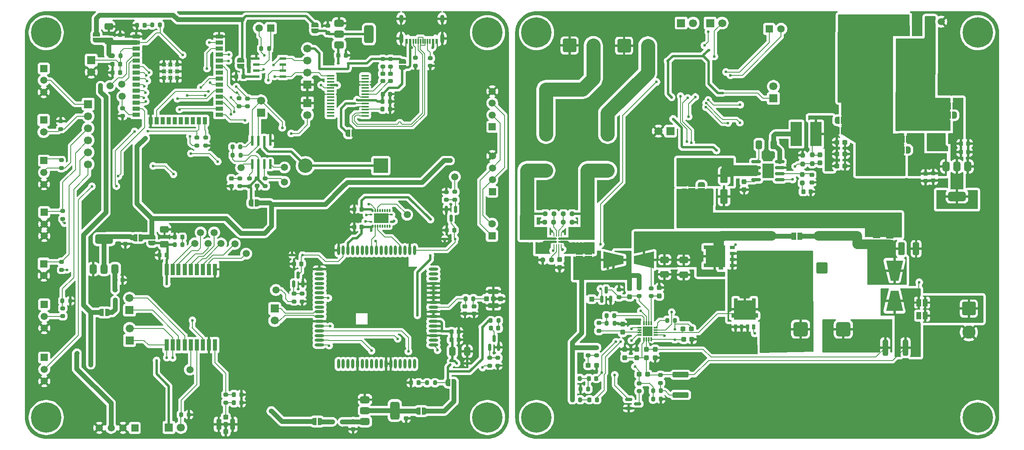
<source format=gbr>
%TF.GenerationSoftware,KiCad,Pcbnew,9.0.6*%
%TF.CreationDate,2026-02-17T13:33:00+03:00*%
%TF.ProjectId,AWS PROJECT,41575320-5052-44f4-9a45-43542e6b6963,rev?*%
%TF.SameCoordinates,Original*%
%TF.FileFunction,Copper,L1,Top*%
%TF.FilePolarity,Positive*%
%FSLAX46Y46*%
G04 Gerber Fmt 4.6, Leading zero omitted, Abs format (unit mm)*
G04 Created by KiCad (PCBNEW 9.0.6) date 2026-02-17 13:33:00*
%MOMM*%
%LPD*%
G01*
G04 APERTURE LIST*
G04 Aperture macros list*
%AMRoundRect*
0 Rectangle with rounded corners*
0 $1 Rounding radius*
0 $2 $3 $4 $5 $6 $7 $8 $9 X,Y pos of 4 corners*
0 Add a 4 corners polygon primitive as box body*
4,1,4,$2,$3,$4,$5,$6,$7,$8,$9,$2,$3,0*
0 Add four circle primitives for the rounded corners*
1,1,$1+$1,$2,$3*
1,1,$1+$1,$4,$5*
1,1,$1+$1,$6,$7*
1,1,$1+$1,$8,$9*
0 Add four rect primitives between the rounded corners*
20,1,$1+$1,$2,$3,$4,$5,0*
20,1,$1+$1,$4,$5,$6,$7,0*
20,1,$1+$1,$6,$7,$8,$9,0*
20,1,$1+$1,$8,$9,$2,$3,0*%
%AMOutline4P*
0 Free polygon, 4 corners , with rotation*
0 The origin of the aperture is its center*
0 number of corners: always 4*
0 $1 to $8 corner X, Y*
0 $9 Rotation angle, in degrees counterclockwise*
0 create outline with 4 corners*
4,1,4,$1,$2,$3,$4,$5,$6,$7,$8,$1,$2,$9*%
%AMFreePoly0*
4,1,23,0.000000,0.745722,0.065263,0.745722,0.191342,0.711940,0.304381,0.646677,0.396677,0.554381,0.461940,0.441342,0.495722,0.315263,0.495722,0.250000,0.500000,0.250000,0.500000,-0.250000,0.495722,-0.250000,0.495722,-0.315263,0.461940,-0.441342,0.396677,-0.554381,0.304381,-0.646677,0.191342,-0.711940,0.065263,-0.745722,0.000000,-0.745722,0.000000,-0.750000,-0.500000,-0.750000,
-0.500000,0.750000,0.000000,0.750000,0.000000,0.745722,0.000000,0.745722,$1*%
%AMFreePoly1*
4,1,23,0.500000,-0.750000,0.000000,-0.750000,0.000000,-0.745722,-0.065263,-0.745722,-0.191342,-0.711940,-0.304381,-0.646677,-0.396677,-0.554381,-0.461940,-0.441342,-0.495722,-0.315263,-0.495722,-0.250000,-0.500000,-0.250000,-0.500000,0.250000,-0.495722,0.250000,-0.495722,0.315263,-0.461940,0.441342,-0.396677,0.554381,-0.304381,0.646677,-0.191342,0.711940,-0.065263,0.745722,0.000000,0.745722,
0.000000,0.750000,0.500000,0.750000,0.500000,-0.750000,0.500000,-0.750000,$1*%
%AMFreePoly2*
4,1,37,0.051036,2.778536,0.052500,2.775000,0.052500,2.285000,3.247500,2.285000,3.251036,2.283536,3.252500,2.280000,3.252500,1.530000,3.251036,1.526464,3.247500,1.525000,2.777500,1.525000,2.777500,-1.525000,3.247500,-1.525000,3.251036,-1.526464,3.252500,-1.530000,3.252500,-2.280000,3.251036,-2.283536,3.247500,-2.285000,0.052500,-2.285000,0.052500,-2.775000,0.051036,-2.778536,
0.047500,-2.780000,-0.857500,-2.780000,-0.861036,-2.778536,-0.862500,-2.775000,-0.862500,-2.285000,-1.282500,-2.285000,-1.286036,-2.283536,-1.287500,-2.280000,-1.287500,2.280000,-1.286036,2.283536,-1.282500,2.285000,-0.862500,2.285000,-0.862500,2.775000,-0.861036,2.778536,-0.857500,2.780000,0.047500,2.780000,0.051036,2.778536,0.051036,2.778536,$1*%
G04 Aperture macros list end*
%TA.AperFunction,ComponentPad*%
%ADD10C,1.600000*%
%TD*%
%TA.AperFunction,ComponentPad*%
%ADD11RoundRect,0.250000X-0.550000X0.550000X-0.550000X-0.550000X0.550000X-0.550000X0.550000X0.550000X0*%
%TD*%
%TA.AperFunction,SMDPad,CuDef*%
%ADD12R,2.140000X2.140000*%
%TD*%
%TA.AperFunction,SMDPad,CuDef*%
%ADD13RoundRect,0.032500X-0.397500X0.097500X-0.397500X-0.097500X0.397500X-0.097500X0.397500X0.097500X0*%
%TD*%
%TA.AperFunction,SMDPad,CuDef*%
%ADD14RoundRect,0.032500X-0.097500X0.397500X-0.097500X-0.397500X0.097500X-0.397500X0.097500X0.397500X0*%
%TD*%
%TA.AperFunction,SMDPad,CuDef*%
%ADD15RoundRect,0.200000X0.275000X-0.200000X0.275000X0.200000X-0.275000X0.200000X-0.275000X-0.200000X0*%
%TD*%
%TA.AperFunction,SMDPad,CuDef*%
%ADD16FreePoly0,270.000000*%
%TD*%
%TA.AperFunction,SMDPad,CuDef*%
%ADD17FreePoly1,270.000000*%
%TD*%
%TA.AperFunction,SMDPad,CuDef*%
%ADD18FreePoly0,90.000000*%
%TD*%
%TA.AperFunction,SMDPad,CuDef*%
%ADD19FreePoly1,90.000000*%
%TD*%
%TA.AperFunction,SMDPad,CuDef*%
%ADD20FreePoly0,180.000000*%
%TD*%
%TA.AperFunction,SMDPad,CuDef*%
%ADD21FreePoly1,180.000000*%
%TD*%
%TA.AperFunction,SMDPad,CuDef*%
%ADD22RoundRect,0.225000X-0.250000X0.225000X-0.250000X-0.225000X0.250000X-0.225000X0.250000X0.225000X0*%
%TD*%
%TA.AperFunction,SMDPad,CuDef*%
%ADD23RoundRect,0.237500X-0.300000X-0.237500X0.300000X-0.237500X0.300000X0.237500X-0.300000X0.237500X0*%
%TD*%
%TA.AperFunction,SMDPad,CuDef*%
%ADD24RoundRect,0.250000X0.412500X0.650000X-0.412500X0.650000X-0.412500X-0.650000X0.412500X-0.650000X0*%
%TD*%
%TA.AperFunction,SMDPad,CuDef*%
%ADD25RoundRect,0.360000X-0.840000X-0.840000X0.840000X-0.840000X0.840000X0.840000X-0.840000X0.840000X0*%
%TD*%
%TA.AperFunction,SMDPad,CuDef*%
%ADD26RoundRect,0.450000X-1.050000X-1.050000X1.050000X-1.050000X1.050000X1.050000X-1.050000X1.050000X0*%
%TD*%
%TA.AperFunction,SMDPad,CuDef*%
%ADD27RoundRect,0.200000X-0.200000X-0.275000X0.200000X-0.275000X0.200000X0.275000X-0.200000X0.275000X0*%
%TD*%
%TA.AperFunction,SMDPad,CuDef*%
%ADD28RoundRect,0.237500X-0.237500X0.300000X-0.237500X-0.300000X0.237500X-0.300000X0.237500X0.300000X0*%
%TD*%
%TA.AperFunction,ComponentPad*%
%ADD29C,6.400000*%
%TD*%
%TA.AperFunction,SMDPad,CuDef*%
%ADD30RoundRect,0.250000X-0.550000X1.250000X-0.550000X-1.250000X0.550000X-1.250000X0.550000X1.250000X0*%
%TD*%
%TA.AperFunction,SMDPad,CuDef*%
%ADD31RoundRect,0.200000X0.200000X0.275000X-0.200000X0.275000X-0.200000X-0.275000X0.200000X-0.275000X0*%
%TD*%
%TA.AperFunction,SMDPad,CuDef*%
%ADD32R,2.350000X5.100000*%
%TD*%
%TA.AperFunction,SMDPad,CuDef*%
%ADD33RoundRect,0.237500X0.237500X-0.300000X0.237500X0.300000X-0.237500X0.300000X-0.237500X-0.300000X0*%
%TD*%
%TA.AperFunction,SMDPad,CuDef*%
%ADD34RoundRect,0.125000X-0.125000X0.125000X-0.125000X-0.125000X0.125000X-0.125000X0.125000X0.125000X0*%
%TD*%
%TA.AperFunction,SMDPad,CuDef*%
%ADD35RoundRect,0.237500X0.300000X0.237500X-0.300000X0.237500X-0.300000X-0.237500X0.300000X-0.237500X0*%
%TD*%
%TA.AperFunction,SMDPad,CuDef*%
%ADD36R,1.000000X1.500000*%
%TD*%
%TA.AperFunction,SMDPad,CuDef*%
%ADD37RoundRect,0.237500X0.237500X-0.250000X0.237500X0.250000X-0.237500X0.250000X-0.237500X-0.250000X0*%
%TD*%
%TA.AperFunction,ComponentPad*%
%ADD38C,1.508000*%
%TD*%
%TA.AperFunction,ComponentPad*%
%ADD39R,1.508000X1.508000*%
%TD*%
%TA.AperFunction,SMDPad,CuDef*%
%ADD40RoundRect,0.250000X-0.650000X0.412500X-0.650000X-0.412500X0.650000X-0.412500X0.650000X0.412500X0*%
%TD*%
%TA.AperFunction,SMDPad,CuDef*%
%ADD41RoundRect,0.237500X-0.250000X-0.237500X0.250000X-0.237500X0.250000X0.237500X-0.250000X0.237500X0*%
%TD*%
%TA.AperFunction,SMDPad,CuDef*%
%ADD42RoundRect,0.237500X0.250000X0.237500X-0.250000X0.237500X-0.250000X-0.237500X0.250000X-0.237500X0*%
%TD*%
%TA.AperFunction,SMDPad,CuDef*%
%ADD43RoundRect,0.200000X-0.275000X0.200000X-0.275000X-0.200000X0.275000X-0.200000X0.275000X0.200000X0*%
%TD*%
%TA.AperFunction,ComponentPad*%
%ADD44C,0.800000*%
%TD*%
%TA.AperFunction,SMDPad,CuDef*%
%ADD45RoundRect,0.250000X-0.312500X-1.450000X0.312500X-1.450000X0.312500X1.450000X-0.312500X1.450000X0*%
%TD*%
%TA.AperFunction,SMDPad,CuDef*%
%ADD46Outline4P,-2.150000X-1.800000X2.150000X-0.800000X2.150000X0.800000X-2.150000X1.800000X90.000000*%
%TD*%
%TA.AperFunction,SMDPad,CuDef*%
%ADD47Outline4P,-2.150000X-1.800000X2.150000X-0.800000X2.150000X0.800000X-2.150000X1.800000X270.000000*%
%TD*%
%TA.AperFunction,SMDPad,CuDef*%
%ADD48RoundRect,0.218750X0.218750X0.256250X-0.218750X0.256250X-0.218750X-0.256250X0.218750X-0.256250X0*%
%TD*%
%TA.AperFunction,SMDPad,CuDef*%
%ADD49RoundRect,0.375000X-0.375000X0.625000X-0.375000X-0.625000X0.375000X-0.625000X0.375000X0.625000X0*%
%TD*%
%TA.AperFunction,SMDPad,CuDef*%
%ADD50RoundRect,0.500000X-1.400000X0.500000X-1.400000X-0.500000X1.400000X-0.500000X1.400000X0.500000X0*%
%TD*%
%TA.AperFunction,ComponentPad*%
%ADD51C,2.800000*%
%TD*%
%TA.AperFunction,ComponentPad*%
%ADD52RoundRect,0.250001X-1.149999X1.149999X-1.149999X-1.149999X1.149999X-1.149999X1.149999X1.149999X0*%
%TD*%
%TA.AperFunction,SMDPad,CuDef*%
%ADD53FreePoly2,90.000000*%
%TD*%
%TA.AperFunction,SMDPad,CuDef*%
%ADD54R,0.750000X1.000000*%
%TD*%
%TA.AperFunction,SMDPad,CuDef*%
%ADD55RoundRect,0.225000X-0.225000X-0.250000X0.225000X-0.250000X0.225000X0.250000X-0.225000X0.250000X0*%
%TD*%
%TA.AperFunction,ComponentPad*%
%ADD56RoundRect,0.250001X-1.149999X-1.149999X1.149999X-1.149999X1.149999X1.149999X-1.149999X1.149999X0*%
%TD*%
%TA.AperFunction,SMDPad,CuDef*%
%ADD57FreePoly0,0.000000*%
%TD*%
%TA.AperFunction,SMDPad,CuDef*%
%ADD58FreePoly1,0.000000*%
%TD*%
%TA.AperFunction,SMDPad,CuDef*%
%ADD59FreePoly2,180.000000*%
%TD*%
%TA.AperFunction,SMDPad,CuDef*%
%ADD60R,1.000000X0.750000*%
%TD*%
%TA.AperFunction,SMDPad,CuDef*%
%ADD61Outline4P,-2.150000X-1.800000X2.150000X-0.800000X2.150000X0.800000X-2.150000X1.800000X0.000000*%
%TD*%
%TA.AperFunction,SMDPad,CuDef*%
%ADD62Outline4P,-2.150000X-1.800000X2.150000X-0.800000X2.150000X0.800000X-2.150000X1.800000X180.000000*%
%TD*%
%TA.AperFunction,SMDPad,CuDef*%
%ADD63RoundRect,0.150000X-0.590000X-0.150000X0.590000X-0.150000X0.590000X0.150000X-0.590000X0.150000X0*%
%TD*%
%TA.AperFunction,SMDPad,CuDef*%
%ADD64RoundRect,0.150000X0.150000X-0.590000X0.150000X0.590000X-0.150000X0.590000X-0.150000X-0.590000X0*%
%TD*%
%TA.AperFunction,SMDPad,CuDef*%
%ADD65RoundRect,0.237500X-0.237500X0.250000X-0.237500X-0.250000X0.237500X-0.250000X0.237500X0.250000X0*%
%TD*%
%TA.AperFunction,SMDPad,CuDef*%
%ADD66RoundRect,0.250000X-0.412500X-1.100000X0.412500X-1.100000X0.412500X1.100000X-0.412500X1.100000X0*%
%TD*%
%TA.AperFunction,SMDPad,CuDef*%
%ADD67R,1.000000X1.000000*%
%TD*%
%TA.AperFunction,SMDPad,CuDef*%
%ADD68RoundRect,0.250000X-1.450000X0.312500X-1.450000X-0.312500X1.450000X-0.312500X1.450000X0.312500X0*%
%TD*%
%TA.AperFunction,ComponentPad*%
%ADD69C,1.700000*%
%TD*%
%TA.AperFunction,ComponentPad*%
%ADD70R,1.700000X1.700000*%
%TD*%
%TA.AperFunction,SMDPad,CuDef*%
%ADD71RoundRect,0.050000X0.050000X0.250000X-0.050000X0.250000X-0.050000X-0.250000X0.050000X-0.250000X0*%
%TD*%
%TA.AperFunction,ComponentPad*%
%ADD72C,0.300000*%
%TD*%
%TA.AperFunction,SMDPad,CuDef*%
%ADD73RoundRect,0.100000X0.425000X0.100000X-0.425000X0.100000X-0.425000X-0.100000X0.425000X-0.100000X0*%
%TD*%
%TA.AperFunction,SMDPad,CuDef*%
%ADD74R,2.410000X3.076000*%
%TD*%
%TA.AperFunction,SMDPad,CuDef*%
%ADD75RoundRect,0.150000X-0.835000X-0.150000X0.835000X-0.150000X0.835000X0.150000X-0.835000X0.150000X0*%
%TD*%
%TA.AperFunction,ComponentPad*%
%ADD76C,1.575000*%
%TD*%
%TA.AperFunction,ComponentPad*%
%ADD77R,1.575000X1.575000*%
%TD*%
%TA.AperFunction,SMDPad,CuDef*%
%ADD78RoundRect,0.125000X0.125000X0.125000X-0.125000X0.125000X-0.125000X-0.125000X0.125000X-0.125000X0*%
%TD*%
%TA.AperFunction,SMDPad,CuDef*%
%ADD79C,1.500000*%
%TD*%
%TA.AperFunction,SMDPad,CuDef*%
%ADD80RoundRect,0.225000X0.225000X0.250000X-0.225000X0.250000X-0.225000X-0.250000X0.225000X-0.250000X0*%
%TD*%
%TA.AperFunction,SMDPad,CuDef*%
%ADD81RoundRect,0.006000X0.294000X-0.114000X0.294000X0.114000X-0.294000X0.114000X-0.294000X-0.114000X0*%
%TD*%
%TA.AperFunction,SMDPad,CuDef*%
%ADD82RoundRect,0.006000X0.114000X-0.294000X0.114000X0.294000X-0.114000X0.294000X-0.114000X-0.294000X0*%
%TD*%
%TA.AperFunction,SMDPad,CuDef*%
%ADD83R,3.050000X2.050000*%
%TD*%
%TA.AperFunction,SMDPad,CuDef*%
%ADD84RoundRect,0.100000X-0.400000X-0.400000X0.400000X-0.400000X0.400000X0.400000X-0.400000X0.400000X0*%
%TD*%
%TA.AperFunction,SMDPad,CuDef*%
%ADD85RoundRect,0.105000X-0.420000X-0.995000X0.420000X-0.995000X0.420000X0.995000X-0.420000X0.995000X0*%
%TD*%
%TA.AperFunction,SMDPad,CuDef*%
%ADD86RoundRect,0.125000X-0.125000X-0.125000X0.125000X-0.125000X0.125000X0.125000X-0.125000X0.125000X0*%
%TD*%
%TA.AperFunction,SMDPad,CuDef*%
%ADD87RoundRect,0.218750X0.256250X-0.218750X0.256250X0.218750X-0.256250X0.218750X-0.256250X-0.218750X0*%
%TD*%
%TA.AperFunction,SMDPad,CuDef*%
%ADD88RoundRect,0.250000X0.650000X-0.412500X0.650000X0.412500X-0.650000X0.412500X-0.650000X-0.412500X0*%
%TD*%
%TA.AperFunction,SMDPad,CuDef*%
%ADD89RoundRect,0.112500X-0.112500X0.187500X-0.112500X-0.187500X0.112500X-0.187500X0.112500X0.187500X0*%
%TD*%
%TA.AperFunction,SMDPad,CuDef*%
%ADD90O,0.600000X2.000000*%
%TD*%
%TA.AperFunction,SMDPad,CuDef*%
%ADD91O,2.000000X0.600000*%
%TD*%
%TA.AperFunction,SMDPad,CuDef*%
%ADD92R,1.422400X0.533400*%
%TD*%
%TA.AperFunction,SMDPad,CuDef*%
%ADD93RoundRect,0.375000X-0.625000X-0.375000X0.625000X-0.375000X0.625000X0.375000X-0.625000X0.375000X0*%
%TD*%
%TA.AperFunction,SMDPad,CuDef*%
%ADD94RoundRect,0.500000X-0.500000X-1.400000X0.500000X-1.400000X0.500000X1.400000X-0.500000X1.400000X0*%
%TD*%
%TA.AperFunction,SMDPad,CuDef*%
%ADD95R,0.900000X2.400000*%
%TD*%
%TA.AperFunction,SMDPad,CuDef*%
%ADD96RoundRect,0.375000X0.375000X-0.625000X0.375000X0.625000X-0.375000X0.625000X-0.375000X-0.625000X0*%
%TD*%
%TA.AperFunction,SMDPad,CuDef*%
%ADD97RoundRect,0.500000X1.400000X-0.500000X1.400000X0.500000X-1.400000X0.500000X-1.400000X-0.500000X0*%
%TD*%
%TA.AperFunction,SMDPad,CuDef*%
%ADD98R,0.400000X0.380000*%
%TD*%
%TA.AperFunction,SMDPad,CuDef*%
%ADD99RoundRect,0.112500X-0.187500X-0.112500X0.187500X-0.112500X0.187500X0.112500X-0.187500X0.112500X0*%
%TD*%
%TA.AperFunction,SMDPad,CuDef*%
%ADD100R,1.500000X0.400000*%
%TD*%
%TA.AperFunction,SMDPad,CuDef*%
%ADD101RoundRect,0.225000X0.250000X-0.225000X0.250000X0.225000X-0.250000X0.225000X-0.250000X-0.225000X0*%
%TD*%
%TA.AperFunction,SMDPad,CuDef*%
%ADD102RoundRect,0.218750X-0.218750X-0.256250X0.218750X-0.256250X0.218750X0.256250X-0.218750X0.256250X0*%
%TD*%
%TA.AperFunction,SMDPad,CuDef*%
%ADD103RoundRect,0.112500X0.187500X0.112500X-0.187500X0.112500X-0.187500X-0.112500X0.187500X-0.112500X0*%
%TD*%
%TA.AperFunction,SMDPad,CuDef*%
%ADD104RoundRect,0.150000X0.150000X-0.587500X0.150000X0.587500X-0.150000X0.587500X-0.150000X-0.587500X0*%
%TD*%
%TA.AperFunction,SMDPad,CuDef*%
%ADD105RoundRect,0.100000X0.400000X-0.400000X0.400000X0.400000X-0.400000X0.400000X-0.400000X-0.400000X0*%
%TD*%
%TA.AperFunction,SMDPad,CuDef*%
%ADD106RoundRect,0.105000X0.995000X-0.420000X0.995000X0.420000X-0.995000X0.420000X-0.995000X-0.420000X0*%
%TD*%
%TA.AperFunction,SMDPad,CuDef*%
%ADD107RoundRect,0.250000X-0.412500X-0.650000X0.412500X-0.650000X0.412500X0.650000X-0.412500X0.650000X0*%
%TD*%
%TA.AperFunction,SMDPad,CuDef*%
%ADD108R,0.600000X1.140000*%
%TD*%
%TA.AperFunction,SMDPad,CuDef*%
%ADD109R,0.300000X1.140000*%
%TD*%
%TA.AperFunction,ComponentPad*%
%ADD110O,0.900000X2.000000*%
%TD*%
%TA.AperFunction,ComponentPad*%
%ADD111O,0.900000X1.700000*%
%TD*%
%TA.AperFunction,SMDPad,CuDef*%
%ADD112RoundRect,0.150000X-0.150000X0.587500X-0.150000X-0.587500X0.150000X-0.587500X0.150000X0.587500X0*%
%TD*%
%TA.AperFunction,SMDPad,CuDef*%
%ADD113RoundRect,0.073750X0.221250X-0.911250X0.221250X0.911250X-0.221250X0.911250X-0.221250X-0.911250X0*%
%TD*%
%TA.AperFunction,SMDPad,CuDef*%
%ADD114R,1.500000X0.900000*%
%TD*%
%TA.AperFunction,SMDPad,CuDef*%
%ADD115R,0.900000X1.500000*%
%TD*%
%TA.AperFunction,SMDPad,CuDef*%
%ADD116R,0.900000X0.900000*%
%TD*%
%TA.AperFunction,ComponentPad*%
%ADD117R,3.050000X3.050000*%
%TD*%
%TA.AperFunction,ComponentPad*%
%ADD118C,3.050000*%
%TD*%
%TA.AperFunction,ViaPad*%
%ADD119C,0.600000*%
%TD*%
%TA.AperFunction,Conductor*%
%ADD120C,0.200000*%
%TD*%
%TA.AperFunction,Conductor*%
%ADD121C,0.500000*%
%TD*%
%TA.AperFunction,Conductor*%
%ADD122C,1.000000*%
%TD*%
%TA.AperFunction,Conductor*%
%ADD123C,3.000000*%
%TD*%
%TA.AperFunction,Conductor*%
%ADD124C,2.000000*%
%TD*%
G04 APERTURE END LIST*
D10*
%TO.P,SW2,2,B*%
%TO.N,/power board/DC JACK INPUT*%
X158987500Y-71352500D03*
D11*
%TO.P,SW2,1,A*%
%TO.N,Net-(J26-Pin_2)*%
X158987500Y-63732500D03*
%TD*%
D12*
%TO.P,U14,17,EP*%
%TO.N,GND*%
X167387500Y-105315000D03*
D13*
%TO.P,U14,16,BTST*%
%TO.N,/power board/btst*%
X169072500Y-104565000D03*
%TO.P,U14,15,HIDRV*%
%TO.N,/power board/hidriv*%
X169072500Y-105065000D03*
%TO.P,U14,14,PH*%
%TO.N,/power board/ph*%
X169072500Y-105565000D03*
%TO.P,U14,13,LODRV*%
%TO.N,/power board/lodriv*%
X169072500Y-106065000D03*
D14*
%TO.P,U14,12,REGN*%
%TO.N,/power board/regn*%
X168137500Y-107000000D03*
%TO.P,U14,11,GND*%
%TO.N,GND*%
X167637500Y-107000000D03*
%TO.P,U14,10,SRP*%
%TO.N,/power board/srp*%
X167137500Y-107000000D03*
%TO.P,U14,9,SRN*%
%TO.N,/power board/BATT_VAL*%
X166637500Y-107000000D03*
D13*
%TO.P,U14,8,VFB*%
%TO.N,/power board/vfb*%
X165702500Y-106065000D03*
%TO.P,U14,7,TERM_EN*%
%TO.N,/power board/vref*%
X165702500Y-105565000D03*
%TO.P,U14,6,VREF*%
X165702500Y-105065000D03*
%TO.P,U14,5,STAT2*%
%TO.N,/power board/stat1*%
X165702500Y-104565000D03*
D14*
%TO.P,U14,4,TS*%
%TO.N,/power board/ts*%
X166637500Y-103630000D03*
%TO.P,U14,3,STAT1*%
%TO.N,/power board/stat2*%
X167137500Y-103630000D03*
%TO.P,U14,2,MPPSET*%
%TO.N,/power board/mpptset*%
X167637500Y-103630000D03*
%TO.P,U14,1,VCC*%
%TO.N,Net-(U14-VCC)*%
X168137500Y-103630000D03*
%TD*%
D15*
%TO.P,R50,2*%
%TO.N,/power board/MUXOUT*%
X165637500Y-96165000D03*
%TO.P,R50,1*%
%TO.N,/power board/mpptset*%
X165637500Y-97815000D03*
%TD*%
D16*
%TO.P,JP11,2,B*%
%TO.N,Vbuck*%
X178755210Y-75586666D03*
D17*
%TO.P,JP11,*%
%TO.N,Net-(JP11-A)*%
X178755210Y-74286666D03*
%TD*%
D18*
%TO.P,JP18,2,B*%
%TO.N,Vbuck*%
X215700000Y-85140000D03*
D19*
%TO.P,JP18,1,A*%
%TO.N,Net-(D21-K)*%
X215700000Y-86440000D03*
%TD*%
D20*
%TO.P,JP24,2,B*%
%TO.N,+3.3V*%
X230845210Y-57716666D03*
D21*
%TO.P,JP24,1,A*%
%TO.N,Net-(JP24-A)*%
X232145210Y-57716666D03*
%TD*%
D22*
%TO.P,C58,2*%
%TO.N,GND*%
X202025000Y-73847500D03*
%TO.P,C58,1*%
%TO.N,Net-(U16-COMP)*%
X202025000Y-72297500D03*
%TD*%
D23*
%TO.P,C43,2*%
%TO.N,GND*%
X176750000Y-107000000D03*
%TO.P,C43,1*%
%TO.N,/power board/regn*%
X175025000Y-107000000D03*
%TD*%
D24*
%TO.P,C45,2*%
%TO.N,Net-(U16-BST)*%
X190900000Y-65910000D03*
%TO.P,C45,1*%
%TO.N,/power board/SW_AP*%
X194025000Y-65910000D03*
%TD*%
D25*
%TO.P,L1,3*%
%TO.N,N/C*%
X204147710Y-91951666D03*
D26*
%TO.P,L1,2,2*%
%TO.N,/power board/srp*%
X208647710Y-104851666D03*
%TO.P,L1,1,1*%
%TO.N,/power board/ph*%
X199647710Y-104851666D03*
%TD*%
D27*
%TO.P,R52,2*%
%TO.N,Net-(D20-A)*%
X154887500Y-117500000D03*
%TO.P,R52,1*%
%TO.N,GND*%
X153237500Y-117500000D03*
%TD*%
D28*
%TO.P,C46,2*%
%TO.N,GND*%
X187775000Y-75410000D03*
%TO.P,C46,1*%
%TO.N,Net-(U16-SS)*%
X187775000Y-73685000D03*
%TD*%
D29*
%TO.P,,1*%
%TO.N,N/C*%
X144000000Y-123500000D03*
%TD*%
D27*
%TO.P,R67,2*%
%TO.N,Net-(R66-Pad1)*%
X170212500Y-117862500D03*
%TO.P,R67,1*%
%TO.N,/power board/vfb*%
X168562500Y-117862500D03*
%TD*%
D20*
%TO.P,JP23,2,B*%
%TO.N,+5V*%
X221100000Y-64750000D03*
D21*
%TO.P,JP23,1,A*%
%TO.N,Net-(JP23-A)*%
X222400000Y-64750000D03*
%TD*%
D30*
%TO.P,C44,2*%
%TO.N,GND*%
X183525000Y-76885000D03*
%TO.P,C44,1*%
%TO.N,Net-(JP19-A)*%
X183525000Y-72485000D03*
%TD*%
D31*
%TO.P,R57,2*%
%TO.N,Net-(R56-Pad1)*%
X158812500Y-103637500D03*
%TO.P,R57,1*%
%TO.N,GND*%
X160462500Y-103637500D03*
%TD*%
D32*
%TO.P,L2,2,2*%
%TO.N,Net-(JP22-A)*%
X202925000Y-63660000D03*
%TO.P,L2,1,1*%
%TO.N,/power board/SW_AP*%
X198775000Y-63660000D03*
%TD*%
D33*
%TO.P,C53,2*%
%TO.N,GND*%
X165137500Y-109137500D03*
%TO.P,C53,1*%
%TO.N,/power board/BATT_VAL*%
X165137500Y-110862500D03*
%TD*%
D22*
%TO.P,C62,2*%
%TO.N,GND*%
X227645210Y-73486666D03*
%TO.P,C62,1*%
%TO.N,Net-(JP23-A)*%
X227645210Y-71936666D03*
%TD*%
D34*
%TO.P,D22,2*%
%TO.N,/power board/regn*%
X173137500Y-107100000D03*
%TO.P,D22,1*%
%TO.N,Net-(C42-Pad1)*%
X173137500Y-104900000D03*
%TD*%
D35*
%TO.P,C42,2*%
%TO.N,/power board/ph*%
X174887500Y-104750000D03*
%TO.P,C42,1*%
%TO.N,Net-(C42-Pad1)*%
X176612500Y-104750000D03*
%TD*%
D18*
%TO.P,JP20,2,B*%
%TO.N,Vbuck*%
X218450000Y-85240000D03*
D19*
%TO.P,JP20,1,A*%
%TO.N,Net-(D21-K)*%
X218450000Y-86540000D03*
%TD*%
D35*
%TO.P,C54,2*%
%TO.N,/power board/vfb*%
X165662500Y-114362500D03*
%TO.P,C54,1*%
%TO.N,/power board/BATT_VAL*%
X167387500Y-114362500D03*
%TD*%
D33*
%TO.P,C40,2*%
%TO.N,GND*%
X162137500Y-103775000D03*
%TO.P,C40,1*%
%TO.N,/power board/vref*%
X162137500Y-105500000D03*
%TD*%
D36*
%TO.P,JP19,2,B*%
%TO.N,/power board/BATTERY BMS*%
X225900000Y-102000000D03*
%TO.P,JP19,1,A*%
%TO.N,/power board/srn*%
X224600000Y-102000000D03*
%TD*%
D37*
%TO.P,R65,2*%
%TO.N,Net-(U16-COMP)*%
X200025000Y-72160000D03*
%TO.P,R65,1*%
%TO.N,Net-(C55-Pad1)*%
X200025000Y-73985000D03*
%TD*%
D38*
%TO.P,J28,4,4*%
%TO.N,GND*%
X229295210Y-39936666D03*
%TO.P,J28,3,3*%
%TO.N,+3.3V*%
X226795210Y-39936666D03*
%TO.P,J28,2,2*%
%TO.N,GND*%
X224295210Y-39936666D03*
D39*
%TO.P,J28,1,1*%
%TO.N,+5V*%
X221795210Y-39936666D03*
%TD*%
D40*
%TO.P,C47,2*%
%TO.N,GND*%
X171000000Y-93312500D03*
%TO.P,C47,1*%
%TO.N,Net-(D21-K)*%
X171000000Y-90187500D03*
%TD*%
D36*
%TO.P,JP19,2,B*%
%TO.N,Net-(D21-K)*%
X199540000Y-85200000D03*
%TO.P,JP19,1,A*%
X198240000Y-85200000D03*
%TD*%
D41*
%TO.P,R49,2*%
%TO.N,GND*%
X151500000Y-82250000D03*
%TO.P,R49,1*%
%TO.N,/power board/OV2*%
X149675000Y-82250000D03*
%TD*%
D42*
%TO.P,R53,2*%
%TO.N,GND*%
X145337500Y-90250000D03*
%TO.P,R53,1*%
%TO.N,Net-(U15-ILIM)*%
X147162500Y-90250000D03*
%TD*%
D43*
%TO.P,R56,2*%
%TO.N,/power board/vref*%
X157137500Y-105212500D03*
%TO.P,R56,1*%
%TO.N,Net-(R56-Pad1)*%
X157137500Y-103562500D03*
%TD*%
D44*
%TO.P,REF\u002A\u002A,1*%
%TO.N,N/C*%
X141600000Y-42250000D03*
X142302944Y-40552944D03*
X142302944Y-43947056D03*
X144000000Y-39850000D03*
D29*
X144000000Y-42250000D03*
D44*
X144000000Y-44650000D03*
X145697056Y-40552944D03*
X145697056Y-43947056D03*
X146400000Y-42250000D03*
%TD*%
D22*
%TO.P,C61,2*%
%TO.N,GND*%
X225975210Y-73556666D03*
%TO.P,C61,1*%
%TO.N,Net-(JP23-A)*%
X225975210Y-72006666D03*
%TD*%
D45*
%TO.P,R61,2*%
%TO.N,/power board/BATT_VAL*%
X221775000Y-108750000D03*
%TO.P,R61,1*%
%TO.N,/power board/srp*%
X217500000Y-108750000D03*
%TD*%
D16*
%TO.P,JP19,2,B*%
%TO.N,Vbuck*%
X176755210Y-75586666D03*
D17*
%TO.P,JP19,1,A*%
%TO.N,Net-(JP19-A)*%
X176755210Y-74286666D03*
%TD*%
D41*
%TO.P,R46,2*%
%TO.N,/power board/OV1*%
X147662500Y-80500000D03*
%TO.P,R46,1*%
%TO.N,/power board/SOLAR INPUT*%
X145837500Y-80500000D03*
%TD*%
D31*
%TO.P,R54,2*%
%TO.N,/power board/MUXOUT*%
X151562500Y-119750000D03*
%TO.P,R54,1*%
%TO.N,Net-(D19-A)*%
X153212500Y-119750000D03*
%TD*%
D46*
%TO.P,D23,2,A*%
%TO.N,/power board/BATT_VAL*%
X219450000Y-98890000D03*
D47*
%TO.P,D23,1,K*%
%TO.N,Net-(D21-K)*%
X219450000Y-92490000D03*
%TD*%
D27*
%TO.P,R59,2*%
%TO.N,/power board/ts*%
X160387500Y-102000000D03*
%TO.P,R59,1*%
%TO.N,Net-(R56-Pad1)*%
X158737500Y-102000000D03*
%TD*%
D36*
%TO.P,JP21,2,B*%
%TO.N,/power board/BATTERY BMS*%
X225900000Y-99250000D03*
%TO.P,JP21,1,A*%
%TO.N,/power board/BATT_VAL*%
X224600000Y-99250000D03*
%TD*%
D44*
%TO.P,REF\u002A\u002A,1*%
%TO.N,N/C*%
X144000000Y-125900000D03*
X142302944Y-125197056D03*
X145697056Y-125197056D03*
X141600000Y-123500000D03*
D29*
X144000000Y-123500000D03*
D44*
X146400000Y-123500000D03*
X142302944Y-121802944D03*
X145697056Y-121802944D03*
X144000000Y-121100000D03*
%TD*%
D23*
%TO.P,C37,2*%
%TO.N,GND*%
X156637500Y-112500000D03*
%TO.P,C37,1*%
%TO.N,Net-(C37-Pad1)*%
X154912500Y-112500000D03*
%TD*%
D31*
%TO.P,R60,2*%
%TO.N,/power board/btst*%
X171562500Y-103000000D03*
%TO.P,R60,1*%
%TO.N,Net-(C42-Pad1)*%
X173212500Y-103000000D03*
%TD*%
%TO.P,R68,2*%
%TO.N,/power board/vfb*%
X168562500Y-119612500D03*
%TO.P,R68,1*%
%TO.N,GND*%
X170212500Y-119612500D03*
%TD*%
D23*
%TO.P,C60,2*%
%TO.N,GND*%
X209025000Y-70410000D03*
%TO.P,C60,1*%
%TO.N,Net-(JP22-A)*%
X207300000Y-70410000D03*
%TD*%
D10*
%TO.P,SW1,2,B*%
%TO.N,/power board/SOLAR INPUT*%
X145987500Y-71352500D03*
D11*
%TO.P,SW1,1,A*%
%TO.N,Net-(J25-Pin_2)*%
X145987500Y-63732500D03*
%TD*%
D20*
%TO.P,JP9,2,B*%
%TO.N,+5V*%
X221100000Y-67000000D03*
D21*
%TO.P,JP9,1,A*%
%TO.N,Net-(JP9-A)*%
X222400000Y-67000000D03*
%TD*%
D48*
%TO.P,D19,2,A*%
%TO.N,Net-(D19-A)*%
X155137500Y-119750000D03*
%TO.P,D19,1,K*%
%TO.N,/power board/stat1*%
X156712500Y-119750000D03*
%TD*%
D37*
%TO.P,R63,2*%
%TO.N,GND*%
X200100000Y-68160000D03*
%TO.P,R63,1*%
%TO.N,/power board/FB*%
X200100000Y-69985000D03*
%TD*%
D49*
%TO.P,U17,3,VI*%
%TO.N,Net-(JP23-A)*%
X230315210Y-70516666D03*
D50*
%TO.P,U17,2,VO*%
%TO.N,Net-(JP24-A)*%
X232615210Y-76816666D03*
D49*
X232615210Y-70516666D03*
%TO.P,U17,1,GND*%
%TO.N,GND*%
X234915210Y-70516666D03*
%TD*%
D15*
%TO.P,R66,2*%
%TO.N,/power board/BATT_VAL*%
X170137500Y-114537500D03*
%TO.P,R66,1*%
%TO.N,Net-(R66-Pad1)*%
X170137500Y-116187500D03*
%TD*%
D51*
%TO.P,J27,2,Pin_2*%
%TO.N,GND*%
X235132500Y-105500000D03*
D52*
%TO.P,J27,1,Pin_1*%
%TO.N,/power board/BATTERY BMS*%
X235132500Y-100500000D03*
%TD*%
D28*
%TO.P,C39,2*%
%TO.N,GND*%
X148887500Y-91862500D03*
%TO.P,C39,1*%
%TO.N,Net-(U15-SS)*%
X148887500Y-90137500D03*
%TD*%
D53*
%TO.P,Q6,5_6,D*%
%TO.N,/power board/ph*%
X187890000Y-101615000D03*
D54*
%TO.P,Q6,4,G*%
%TO.N,/power board/lodriv*%
X189795000Y-104362500D03*
%TO.P,Q6,3,S*%
%TO.N,GND*%
X188525000Y-104362500D03*
%TO.P,Q6,2,S*%
X187255000Y-104362500D03*
%TO.P,Q6,1,S*%
X185985000Y-104362500D03*
%TD*%
D20*
%TO.P,JP21,2,B*%
%TO.N,+3.3V*%
X230805210Y-59686666D03*
D21*
%TO.P,JP21,1,A*%
%TO.N,Net-(JP21-A)*%
X232105210Y-59686666D03*
%TD*%
D44*
%TO.P,REF\u002A\u002A,1*%
%TO.N,N/C*%
X237000000Y-39850000D03*
X238697056Y-40552944D03*
X235302944Y-40552944D03*
X239400000Y-42250000D03*
D29*
X237000000Y-42250000D03*
D44*
X234600000Y-42250000D03*
X238697056Y-43947056D03*
X235302944Y-43947056D03*
X237000000Y-44650000D03*
%TD*%
D55*
%TO.P,C64,2*%
%TO.N,GND*%
X235010210Y-65676666D03*
%TO.P,C64,1*%
%TO.N,Net-(JP24-A)*%
X233460210Y-65676666D03*
%TD*%
D42*
%TO.P,R47,2*%
%TO.N,GND*%
X145750000Y-82250000D03*
%TO.P,R47,1*%
%TO.N,/power board/OV1*%
X147575000Y-82250000D03*
%TD*%
D51*
%TO.P,J25,2,Pin_2*%
%TO.N,Net-(J25-Pin_2)*%
X155975210Y-44954166D03*
D56*
%TO.P,J25,1,Pin_1*%
%TO.N,GND*%
X150975210Y-44954166D03*
%TD*%
D57*
%TO.P,JP22,2,B*%
%TO.N,+5V*%
X208650000Y-63000000D03*
D58*
%TO.P,JP22,1,A*%
%TO.N,Net-(JP22-A)*%
X207350000Y-63000000D03*
%TD*%
D42*
%TO.P,R48,2*%
%TO.N,/power board/OV2*%
X149675000Y-80500000D03*
%TO.P,R48,1*%
%TO.N,/power board/DC JACK INPUT*%
X151500000Y-80500000D03*
%TD*%
D15*
%TO.P,R58,2*%
%TO.N,Net-(D21-K)*%
X168137500Y-96240000D03*
%TO.P,R58,1*%
%TO.N,Net-(U14-VCC)*%
X168137500Y-97890000D03*
%TD*%
D59*
%TO.P,Q5,5_6,D*%
%TO.N,Net-(D21-K)*%
X182500000Y-89500000D03*
D60*
%TO.P,Q5,4,G*%
%TO.N,/power board/hidriv*%
X185247500Y-87595000D03*
%TO.P,Q5,3,S*%
%TO.N,/power board/ph*%
X185247500Y-88865000D03*
%TO.P,Q5,2,S*%
X185247500Y-90135000D03*
%TO.P,Q5,1,S*%
X185247500Y-91405000D03*
%TD*%
D48*
%TO.P,D20,2,A*%
%TO.N,Net-(D20-A)*%
X155025000Y-115250000D03*
%TO.P,D20,1,K*%
%TO.N,/power board/stat2*%
X156600000Y-115250000D03*
%TD*%
D61*
%TO.P,D21,2,A*%
%TO.N,/power board/MUXOUT*%
X160250000Y-90250000D03*
D62*
%TO.P,D21,1,K*%
%TO.N,Net-(D21-K)*%
X166650000Y-90250000D03*
%TD*%
D55*
%TO.P,C55,2*%
%TO.N,GND*%
X201775000Y-75822500D03*
%TO.P,C55,1*%
%TO.N,Net-(C55-Pad1)*%
X200225000Y-75822500D03*
%TD*%
D33*
%TO.P,C51,2*%
%TO.N,GND*%
X162627500Y-109137500D03*
%TO.P,C51,1*%
%TO.N,/power board/BATT_VAL*%
X162627500Y-110862500D03*
%TD*%
D23*
%TO.P,C59,2*%
%TO.N,GND*%
X209025000Y-67900000D03*
%TO.P,C59,1*%
%TO.N,Net-(JP22-A)*%
X207300000Y-67900000D03*
%TD*%
D57*
%TO.P,JP12,2,B*%
%TO.N,+5V*%
X208650000Y-60750000D03*
D58*
%TO.P,JP12,1,A*%
%TO.N,Net-(JP12-A)*%
X207350000Y-60750000D03*
%TD*%
D16*
%TO.P,JP13,2,B*%
%TO.N,/power board/MUXOUT*%
X155000000Y-89900000D03*
D17*
%TO.P,JP13,1,A*%
%TO.N,Net-(JP13-A)*%
X155000000Y-88600000D03*
%TD*%
D63*
%TO.P,Q7,3,D*%
%TO.N,Net-(Q7-D)*%
X165327500Y-120612500D03*
%TO.P,Q7,2,S*%
%TO.N,GND*%
X163447500Y-121562500D03*
%TO.P,Q7,1,G*%
%TO.N,/power board/stat2*%
X163447500Y-119662500D03*
%TD*%
D28*
%TO.P,C38,2*%
%TO.N,/power board/mpptset*%
X163637500Y-97990000D03*
%TO.P,C38,1*%
%TO.N,/power board/MUXOUT*%
X163637500Y-96265000D03*
%TD*%
D40*
%TO.P,C48,2*%
%TO.N,GND*%
X175000000Y-93375000D03*
%TO.P,C48,1*%
%TO.N,Net-(D21-K)*%
X175000000Y-90250000D03*
%TD*%
D23*
%TO.P,C56,2*%
%TO.N,GND*%
X209025000Y-65390000D03*
%TO.P,C56,1*%
%TO.N,Net-(JP22-A)*%
X207300000Y-65390000D03*
%TD*%
D28*
%TO.P,C52,2*%
%TO.N,/power board/FB*%
X203775000Y-69772500D03*
%TO.P,C52,1*%
%TO.N,Net-(JP22-A)*%
X203775000Y-68047500D03*
%TD*%
D64*
%TO.P,Q4,3,D*%
%TO.N,/power board/mpptset*%
X158687500Y-96620000D03*
%TO.P,Q4,2,S*%
%TO.N,GND*%
X159637500Y-98500000D03*
%TO.P,Q4,1,G*%
%TO.N,/power board/CE*%
X157737500Y-98500000D03*
%TD*%
D44*
%TO.P,REF\u002A\u002A,1*%
%TO.N,N/C*%
X239400000Y-123500000D03*
X238697056Y-125197056D03*
X238697056Y-121802944D03*
X237000000Y-125900000D03*
D29*
X237000000Y-123500000D03*
D44*
X237000000Y-121100000D03*
X235302944Y-125197056D03*
X235302944Y-121802944D03*
X234600000Y-123500000D03*
%TD*%
D51*
%TO.P,J26,2,Pin_2*%
%TO.N,Net-(J26-Pin_2)*%
X167465210Y-45016666D03*
D56*
%TO.P,J26,1,Pin_1*%
%TO.N,GND*%
X162465210Y-45016666D03*
%TD*%
D28*
%TO.P,C49,2*%
%TO.N,/power board/BATT_VAL*%
X167137500Y-110862500D03*
%TO.P,C49,1*%
%TO.N,/power board/srp*%
X167137500Y-109137500D03*
%TD*%
D43*
%TO.P,R51,2*%
%TO.N,/power board/mpptset*%
X161387500Y-98140000D03*
%TO.P,R51,1*%
%TO.N,GND*%
X161387500Y-96490000D03*
%TD*%
D33*
%TO.P,C41,2*%
%TO.N,GND*%
X169887500Y-96090000D03*
%TO.P,C41,1*%
%TO.N,Net-(U14-VCC)*%
X169887500Y-97815000D03*
%TD*%
D65*
%TO.P,R62,2*%
%TO.N,/power board/FB*%
X202100000Y-69910000D03*
%TO.P,R62,1*%
%TO.N,Net-(JP22-A)*%
X202100000Y-68085000D03*
%TD*%
D66*
%TO.P,C57,2*%
%TO.N,GND*%
X224012500Y-87890000D03*
%TO.P,C57,1*%
%TO.N,Net-(D21-K)*%
X220887500Y-87890000D03*
%TD*%
D15*
%TO.P,R45,2*%
%TO.N,/power board/MUXOUT*%
X154887500Y-108750000D03*
%TO.P,R45,1*%
%TO.N,Net-(C37-Pad1)*%
X154887500Y-110400000D03*
%TD*%
%TO.P,R44,2*%
%TO.N,/power board/MUXOUT*%
X156637500Y-108750000D03*
%TO.P,R44,1*%
%TO.N,Net-(C37-Pad1)*%
X156637500Y-110400000D03*
%TD*%
D67*
%TO.P,TP1,1,1*%
%TO.N,/power board/CE*%
X155637500Y-98500000D03*
%TD*%
D28*
%TO.P,C50,2*%
%TO.N,GND*%
X169000000Y-110862500D03*
%TO.P,C50,1*%
%TO.N,/power board/srp*%
X169000000Y-109137500D03*
%TD*%
D16*
%TO.P,JP18,2,B*%
%TO.N,/power board/MUXOUT*%
X153000000Y-89900000D03*
D17*
%TO.P,JP18,1,A*%
%TO.N,Net-(JP13-A)*%
X153000000Y-88600000D03*
%TD*%
D68*
%TO.P,TH1,2*%
%TO.N,Net-(R66-Pad1)*%
X174387500Y-118750000D03*
%TO.P,TH1,1*%
%TO.N,/power board/BATT_VAL*%
X174387500Y-114475000D03*
%TD*%
D31*
%TO.P,R55,2*%
%TO.N,/power board/MUXOUT*%
X151487500Y-115250000D03*
%TO.P,R55,1*%
%TO.N,Net-(D20-A)*%
X153137500Y-115250000D03*
%TD*%
D15*
%TO.P,R64,2*%
%TO.N,/power board/vfb*%
X165637500Y-116287500D03*
%TO.P,R64,1*%
%TO.N,Net-(Q7-D)*%
X165637500Y-117937500D03*
%TD*%
D69*
%TO.P,J32,2,Pin_2*%
%TO.N,Net-(J32-Pin_2)*%
X183130210Y-40236666D03*
D70*
%TO.P,J32,1,Pin_1*%
%TO.N,Net-(J32-Pin_1)*%
X180590210Y-40236666D03*
%TD*%
D71*
%TO.P,U15,12,GND*%
%TO.N,GND*%
X149175000Y-87250000D03*
%TO.P,U15,11,SS*%
%TO.N,Net-(U15-SS)*%
X148675000Y-87250000D03*
%TO.P,U15,10,ILIM*%
%TO.N,Net-(U15-ILIM)*%
X148175000Y-87250000D03*
%TO.P,U15,9,ST*%
%TO.N,GND*%
X147675000Y-87250000D03*
D72*
%TO.P,U15,8_1,OUT*%
%TO.N,Net-(JP13-A)*%
X148025000Y-86450000D03*
D73*
%TO.P,U15,8,OUT*%
X147750000Y-86450000D03*
D72*
%TO.P,U15,7_1,IN1*%
%TO.N,/power board/SOLAR INPUT*%
X148025000Y-85750000D03*
D73*
%TO.P,U15,7,IN1*%
X147750000Y-85750000D03*
D71*
%TO.P,U15,6,PR1*%
%TO.N,GND*%
X147675000Y-84950000D03*
%TO.P,U15,5,OV1*%
%TO.N,/power board/OV1*%
X148175000Y-84950000D03*
%TO.P,U15,4,OV2*%
%TO.N,/power board/OV2*%
X148675000Y-84950000D03*
%TO.P,U15,3,CP2*%
%TO.N,GND*%
X149175000Y-84950000D03*
D72*
%TO.P,U15,2_1,IN2*%
%TO.N,/power board/DC JACK INPUT*%
X148825000Y-85750000D03*
D73*
%TO.P,U15,2,IN2*%
X149100000Y-85750000D03*
D72*
%TO.P,U15,1_1,OUT*%
%TO.N,Net-(JP13-A)*%
X148825000Y-86450000D03*
D73*
%TO.P,U15,1,OUT*%
X149100000Y-86450000D03*
%TD*%
D74*
%TO.P,U16,9*%
%TO.N,N/C*%
X192775000Y-71410000D03*
D75*
%TO.P,U16,8,SW*%
%TO.N,/power board/SW_AP*%
X195250000Y-69505000D03*
%TO.P,U16,7,GND*%
%TO.N,GND*%
X195250000Y-70775000D03*
%TO.P,U16,6,COMP*%
%TO.N,Net-(U16-COMP)*%
X195250000Y-72045000D03*
%TO.P,U16,5,FB*%
%TO.N,/power board/FB*%
X195250000Y-73315000D03*
%TO.P,U16,4,SS*%
%TO.N,Net-(U16-SS)*%
X190300000Y-73315000D03*
%TO.P,U16,3,EN*%
%TO.N,Net-(JP19-A)*%
X190300000Y-72045000D03*
%TO.P,U16,2,VIN*%
X190300000Y-70775000D03*
%TO.P,U16,1,BST*%
%TO.N,Net-(U16-BST)*%
X190300000Y-69505000D03*
%TD*%
D76*
%TO.P,J33,2,2*%
%TO.N,/power board/MCU_SDA*%
X195557710Y-41471666D03*
D77*
%TO.P,J33,1,1*%
%TO.N,/power board/MCU_SCL*%
X193057710Y-41471666D03*
%TD*%
D69*
%TO.P,J29,2,Pin_2*%
%TO.N,GND*%
X169700210Y-63046666D03*
D70*
%TO.P,J29,1,Pin_1*%
%TO.N,/power board/RST_MCU*%
X172240210Y-63046666D03*
%TD*%
D69*
%TO.P,J30,2,Pin_2*%
%TO.N,/power board/BOOT0_MCU*%
X193935210Y-53596666D03*
D70*
%TO.P,J30,1,Pin_1*%
%TO.N,VDD*%
X193935210Y-56136666D03*
%TD*%
D69*
%TO.P,J31,2,Pin_2*%
%TO.N,Net-(J31-Pin_2)*%
X177020210Y-40236666D03*
D70*
%TO.P,J31,1,Pin_1*%
%TO.N,Net-(J31-Pin_1)*%
X174480210Y-40236666D03*
%TD*%
D55*
%TO.P,C63,2*%
%TO.N,GND*%
X234990210Y-67476666D03*
%TO.P,C63,1*%
%TO.N,Net-(JP24-A)*%
X233440210Y-67476666D03*
%TD*%
D78*
%TO.P,D3,1*%
%TO.N,/gate way/nreset*%
X94677500Y-89180000D03*
%TO.P,D3,2*%
%TO.N,GND*%
X92477500Y-89180000D03*
%TD*%
D79*
%TO.P,SNS_TX11,1,1*%
%TO.N,/gate way/32khz*%
X81730000Y-70780000D03*
%TD*%
D43*
%TO.P,R3,1*%
%TO.N,/gate way/gsm power key*%
X126800000Y-75860000D03*
%TO.P,R3,2*%
%TO.N,Net-(Q2-B)*%
X126800000Y-77510000D03*
%TD*%
D70*
%TO.P,J8,1,Pin_1*%
%TO.N,/gate way/lora power in*%
X66530000Y-125590000D03*
D69*
%TO.P,J8,2,Pin_2*%
%TO.N,/gate way/LORA BOOT*%
X69070000Y-125590000D03*
%TD*%
D80*
%TO.P,C28,1*%
%TO.N,/gate way/RS485 power in*%
X82249000Y-51515000D03*
%TO.P,C28,2*%
%TO.N,GND*%
X80699000Y-51515000D03*
%TD*%
D81*
%TO.P,U3,1,A1*%
%TO.N,/gate way/gsm tx*%
X109120000Y-82185000D03*
D82*
%TO.P,U3,2,VCCA*%
%TO.N,/gate way/VDD_EXT*%
X109520000Y-83085000D03*
%TO.P,U3,3,A2*%
%TO.N,/gate way/gsm rx*%
X110020000Y-83085000D03*
%TO.P,U3,4,A3*%
%TO.N,/gate way/ri*%
X110520000Y-83085000D03*
%TO.P,U3,5,A4*%
%TO.N,unconnected-(U3-A4-Pad5)*%
X111020000Y-83085000D03*
%TO.P,U3,6,A5*%
%TO.N,unconnected-(U3-A5-Pad6)*%
X111520000Y-83085000D03*
%TO.P,U3,7,A6*%
%TO.N,unconnected-(U3-A6-Pad7)*%
X112020000Y-83085000D03*
%TO.P,U3,8,A7*%
%TO.N,unconnected-(U3-A7-Pad8)*%
X112520000Y-83085000D03*
%TO.P,U3,9,A8*%
%TO.N,unconnected-(U3-A8-Pad9)*%
X113020000Y-83085000D03*
D81*
%TO.P,U3,10,OE*%
%TO.N,/gate way/VDD_EXT*%
X113420000Y-82185000D03*
%TO.P,U3,11,GND*%
%TO.N,GND*%
X113420000Y-80685000D03*
D82*
%TO.P,U3,12,B8*%
%TO.N,unconnected-(U3-B8-Pad12)*%
X113020000Y-79785000D03*
%TO.P,U3,13,B7*%
%TO.N,unconnected-(U3-B7-Pad13)*%
X112520000Y-79785000D03*
%TO.P,U3,14,B6*%
%TO.N,unconnected-(U3-B6-Pad14)*%
X112020000Y-79785000D03*
%TO.P,U3,15,B5*%
%TO.N,unconnected-(U3-B5-Pad15)*%
X111520000Y-79785000D03*
%TO.P,U3,16,B4*%
%TO.N,unconnected-(U3-B4-Pad16)*%
X111020000Y-79785000D03*
%TO.P,U3,17,B3*%
%TO.N,/gate way/RI*%
X110520000Y-79785000D03*
%TO.P,U3,18,B2*%
%TO.N,/gate way/ESP_TX*%
X110020000Y-79785000D03*
%TO.P,U3,19,VCCB*%
%TO.N,/gate way/GSM_pw in*%
X109520000Y-79785000D03*
D81*
%TO.P,U3,20,B1*%
%TO.N,/gate way/ESP_RX*%
X109120000Y-80685000D03*
D83*
%TO.P,U3,21,EXP*%
%TO.N,GND*%
X111270000Y-81435000D03*
D72*
%TO.P,U3,21_1,EXP*%
X109995000Y-81435000D03*
%TO.P,U3,21_2,EXP*%
X111270000Y-82210000D03*
%TO.P,U3,21_3,EXP*%
X111270000Y-80660000D03*
%TO.P,U3,21_4,EXP*%
X112545000Y-81435000D03*
%TD*%
D84*
%TO.P,GSM2,1*%
%TO.N,Net-(C22-Pad1)*%
X78510000Y-123460000D03*
D85*
%TO.P,GSM2,2*%
%TO.N,GND*%
X79985000Y-124960000D03*
D84*
X78510000Y-126460000D03*
D85*
X77035000Y-124960000D03*
%TD*%
D43*
%TO.P,R34,1*%
%TO.N,GND*%
X43735000Y-60952500D03*
%TO.P,R34,2*%
%TO.N,/gate way/S1223*%
X43735000Y-62602500D03*
%TD*%
D79*
%TO.P,SNS_TX1,1,1*%
%TO.N,/gate way/gsm power key*%
X126790000Y-72680000D03*
%TD*%
D22*
%TO.P,C5,1*%
%TO.N,/gate way/main ant*%
X128930000Y-100015000D03*
%TO.P,C5,2*%
%TO.N,GND*%
X128930000Y-101565000D03*
%TD*%
D39*
%TO.P,J20,1,1*%
%TO.N,5v*%
X40200000Y-69270000D03*
D38*
%TO.P,J20,2,2*%
%TO.N,/gate way/DS18B20*%
X40200000Y-71770000D03*
%TO.P,J20,3,3*%
%TO.N,GND*%
X40200000Y-74270000D03*
%TD*%
D86*
%TO.P,D7,1*%
%TO.N,Net-(C15-Pad1)*%
X127200000Y-112050000D03*
%TO.P,D7,2*%
%TO.N,GND*%
X129400000Y-112050000D03*
%TD*%
D58*
%TO.P,JP3,1,A*%
%TO.N,Net-(JP3-A)*%
X119050000Y-122140000D03*
D57*
%TO.P,JP3,2,B*%
%TO.N,+3.3V_GSM*%
X120350000Y-122140000D03*
%TD*%
D55*
%TO.P,C15,1*%
%TO.N,Net-(C15-Pad1)*%
X126055000Y-105380000D03*
%TO.P,C15,2*%
%TO.N,GND*%
X127605000Y-105380000D03*
%TD*%
%TO.P,C22,1*%
%TO.N,Net-(C22-Pad1)*%
X80245000Y-120390000D03*
%TO.P,C22,2*%
%TO.N,GND*%
X81795000Y-120390000D03*
%TD*%
%TO.P,C4,1*%
%TO.N,GND*%
X54670000Y-50690000D03*
%TO.P,C4,2*%
%TO.N,Net-(J1-Pin_1)*%
X56220000Y-50690000D03*
%TD*%
D27*
%TO.P,R39,1*%
%TO.N,Net-(U11-B)*%
X85989000Y-45635000D03*
%TO.P,R39,2*%
%TO.N,Net-(U11-A)*%
X87639000Y-45635000D03*
%TD*%
D79*
%TO.P,SNS_TX19,1,1*%
%TO.N,Net-(U9-IO14)*%
X70940000Y-113390000D03*
%TD*%
D22*
%TO.P,C7,1*%
%TO.N,Net-(JP3-A)*%
X116500000Y-122135000D03*
%TO.P,C7,2*%
%TO.N,GND*%
X116500000Y-123685000D03*
%TD*%
D58*
%TO.P,JP10,1,A*%
%TO.N,/gate way/RTC power input*%
X83850000Y-78190000D03*
D57*
%TO.P,JP10,2,B*%
%TO.N,+3.3V_LORA*%
X85150000Y-78190000D03*
%TD*%
D19*
%TO.P,JP16,1,A*%
%TO.N,Net-(JP16-A)*%
X97330000Y-41922500D03*
D18*
%TO.P,JP16,2,B*%
%TO.N,+3.3V_ESP*%
X97330000Y-40622500D03*
%TD*%
D15*
%TO.P,R42,1*%
%TO.N,Net-(D17-A)*%
X111590000Y-49430000D03*
%TO.P,R42,2*%
%TO.N,5v*%
X111590000Y-47780000D03*
%TD*%
D87*
%TO.P,D13,1,K*%
%TO.N,GND*%
X79670000Y-74630000D03*
%TO.P,D13,2,A*%
%TO.N,Net-(D13-A)*%
X79670000Y-73055000D03*
%TD*%
D88*
%TO.P,C14,1*%
%TO.N,/gate way/ESP32 power in*%
X53840000Y-44042500D03*
%TO.P,C14,2*%
%TO.N,GND*%
X53840000Y-40917500D03*
%TD*%
D70*
%TO.P,J1,1,Pin_1*%
%TO.N,Net-(J1-Pin_1)*%
X50170000Y-48045000D03*
D69*
%TO.P,J1,2,Pin_2*%
%TO.N,GND*%
X50170000Y-50585000D03*
%TD*%
D39*
%TO.P,J15,1,1*%
%TO.N,5v*%
X59347500Y-125685000D03*
D38*
%TO.P,J15,2,2*%
%TO.N,GND*%
X56847500Y-125685000D03*
%TO.P,J15,3,3*%
%TO.N,3v3*%
X54347500Y-125685000D03*
%TO.P,J15,4,4*%
%TO.N,GND*%
X51847500Y-125685000D03*
%TD*%
D89*
%TO.P,D25,1,K*%
%TO.N,Net-(U10-VI)*%
X55190000Y-96602500D03*
%TO.P,D25,2,A*%
%TO.N,Net-(D25-A)*%
X55190000Y-98702500D03*
%TD*%
D31*
%TO.P,R15,1*%
%TO.N,Net-(D8-A)*%
X136000000Y-103045000D03*
%TO.P,R15,2*%
%TO.N,/gate way/GSM_pw in*%
X134350000Y-103045000D03*
%TD*%
D22*
%TO.P,C1,1*%
%TO.N,Net-(U1-VI)*%
X105320000Y-124405000D03*
%TO.P,C1,2*%
%TO.N,GND*%
X105320000Y-125955000D03*
%TD*%
D31*
%TO.P,R20,1*%
%TO.N,/gate way/I2C SDA*%
X81625000Y-68160000D03*
%TO.P,R20,2*%
%TO.N,/gate way/RTC power input*%
X79975000Y-68160000D03*
%TD*%
D27*
%TO.P,R16,1*%
%TO.N,Net-(D9-A)*%
X120947500Y-116170000D03*
%TO.P,R16,2*%
%TO.N,/gate way/GSM_pw in*%
X122597500Y-116170000D03*
%TD*%
D79*
%TO.P,SNS_TX12,1,1*%
%TO.N,Net-(U9-SWC{slash}IO7)*%
X73210000Y-84440000D03*
%TD*%
D39*
%TO.P,J18,1,1*%
%TO.N,5v*%
X40265000Y-99632500D03*
D38*
%TO.P,J18,2,2*%
%TO.N,Net-(J18-Pad2)*%
X40265000Y-102132500D03*
%TO.P,J18,3,3*%
%TO.N,GND*%
X40265000Y-104632500D03*
%TD*%
D79*
%TO.P,SNS_TX7,1,1*%
%TO.N,/gate way/strap12*%
X56700000Y-55720000D03*
%TD*%
D43*
%TO.P,R26,1*%
%TO.N,/gate way/RTC INT*%
X86820000Y-73015000D03*
%TO.P,R26,2*%
%TO.N,/gate way/RTC power input*%
X86820000Y-74665000D03*
%TD*%
D44*
%TO.P,REF\u002A\u002A,1*%
%TO.N,N/C*%
X131270000Y-123500000D03*
X131972944Y-121802944D03*
X131972944Y-125197056D03*
X133670000Y-121100000D03*
D29*
X133670000Y-123500000D03*
D44*
X133670000Y-125900000D03*
X135367056Y-121802944D03*
X135367056Y-125197056D03*
X136070000Y-123500000D03*
%TD*%
D31*
%TO.P,R36,1*%
%TO.N,GND*%
X45720000Y-98872500D03*
%TO.P,R36,2*%
%TO.N,/gate way/INSPEEED VANE*%
X44070000Y-98872500D03*
%TD*%
D44*
%TO.P,REF\u002A\u002A,1*%
%TO.N,N/C*%
X133670000Y-44650000D03*
X131972944Y-43947056D03*
X135367056Y-43947056D03*
X131270000Y-42250000D03*
D29*
X133670000Y-42250000D03*
D44*
X136070000Y-42250000D03*
X131972944Y-40552944D03*
X135367056Y-40552944D03*
X133670000Y-39850000D03*
%TD*%
D79*
%TO.P,SNS_TX9,1,1*%
%TO.N,/gate way/RTC RST*%
X90890000Y-70710000D03*
%TD*%
D15*
%TO.P,R37,1*%
%TO.N,Net-(J18-Pad2)*%
X44150000Y-102095000D03*
%TO.P,R37,2*%
%TO.N,/gate way/INSPEEED VANE*%
X44150000Y-100445000D03*
%TD*%
D70*
%TO.P,J3,1,Pin_1*%
%TO.N,/gate way/D+*%
X88820000Y-100510000D03*
D69*
%TO.P,J3,2,Pin_2*%
%TO.N,/gate way/D-*%
X88820000Y-103050000D03*
%TD*%
D70*
%TO.P,J10,1,Pin_1*%
%TO.N,/gate way/LORA_TX*%
X58240000Y-107225000D03*
D69*
%TO.P,J10,2,Pin_2*%
%TO.N,/gate way/LORA_RX*%
X58240000Y-104685000D03*
%TD*%
D15*
%TO.P,R40,1*%
%TO.N,GND*%
X121610000Y-49275000D03*
%TO.P,R40,2*%
%TO.N,Net-(J24-CC1)*%
X121610000Y-47625000D03*
%TD*%
D55*
%TO.P,C21,1*%
%TO.N,/gate way/LORA ANT*%
X80235000Y-118640000D03*
%TO.P,C21,2*%
%TO.N,GND*%
X81785000Y-118640000D03*
%TD*%
D90*
%TO.P,U5,1,~{PWRKEY}*%
%TO.N,/gate way/pwkey*%
X118270000Y-88190000D03*
%TO.P,U5,2,GND*%
%TO.N,GND*%
X117270000Y-88190000D03*
%TO.P,U5,3,DTR*%
%TO.N,unconnected-(U5-DTR-Pad3)*%
X116270000Y-88190000D03*
%TO.P,U5,4,RI*%
%TO.N,/gate way/ri*%
X115270000Y-88190000D03*
%TO.P,U5,5,DCD*%
%TO.N,unconnected-(U5-DCD-Pad5)*%
X114270000Y-88190000D03*
%TO.P,U5,6,BOOT_CFG*%
%TO.N,unconnected-(U5-BOOT_CFG-Pad6)*%
X113270000Y-88190000D03*
%TO.P,U5,7,CTS*%
%TO.N,unconnected-(U5-CTS-Pad7)*%
X112270000Y-88190000D03*
%TO.P,U5,8,RTS*%
%TO.N,unconnected-(U5-RTS-Pad8)*%
X111270000Y-88190000D03*
%TO.P,U5,9,TXD*%
%TO.N,/gate way/gsm tx*%
X110270000Y-88190000D03*
%TO.P,U5,10,RXD*%
%TO.N,/gate way/gsm rx*%
X109270000Y-88190000D03*
%TO.P,U5,11,PCM_CLK*%
%TO.N,unconnected-(U5-PCM_CLK-Pad11)*%
X108270000Y-88190000D03*
%TO.P,U5,12,PCM_SYNC*%
%TO.N,unconnected-(U5-PCM_SYNC-Pad12)*%
X107270000Y-88190000D03*
%TO.P,U5,13,PCM_DIN*%
%TO.N,unconnected-(U5-PCM_DIN-Pad13)*%
X106270000Y-88190000D03*
%TO.P,U5,14,PCM_DOUT*%
%TO.N,unconnected-(U5-PCM_DOUT-Pad14)*%
X105270000Y-88190000D03*
%TO.P,U5,15,VDD_EXT*%
%TO.N,/gate way/VDD_EXT*%
X104270000Y-88190000D03*
%TO.P,U5,16,~{NRESET}*%
%TO.N,/gate way/nreset*%
X103270000Y-88190000D03*
%TO.P,U5,17,GND*%
%TO.N,GND*%
X102270000Y-88190000D03*
D91*
%TO.P,U5,18,GND*%
X98270000Y-92190000D03*
%TO.P,U5,19*%
%TO.N,N/C*%
X98270000Y-93190000D03*
%TO.P,U5,20*%
X98270000Y-94190000D03*
%TO.P,U5,21*%
X98270000Y-95190000D03*
%TO.P,U5,22*%
X98270000Y-96190000D03*
%TO.P,U5,23,MDM_LOG_TX*%
%TO.N,unconnected-(U5-MDM_LOG_TX-Pad23)*%
X98270000Y-97190000D03*
%TO.P,U5,24,USB_VBUS*%
%TO.N,Net-(U5-USB_VBUS)*%
X98270000Y-98190000D03*
%TO.P,U5,25,ADC*%
%TO.N,unconnected-(U5-ADC-Pad25)*%
X98270000Y-99190000D03*
%TO.P,U5,26*%
%TO.N,N/C*%
X98270000Y-100190000D03*
%TO.P,U5,27,USB_DP*%
%TO.N,/gate way/D+*%
X98270000Y-101190000D03*
%TO.P,U5,28,USB_DM*%
%TO.N,/gate way/D-*%
X98270000Y-102190000D03*
%TO.P,U5,29,GND*%
%TO.N,GND*%
X98270000Y-103190000D03*
%TO.P,U5,30,SIM_VDD*%
%TO.N,/gate way/SIM VDD*%
X98270000Y-104190000D03*
%TO.P,U5,31,SIM_DATA*%
%TO.N,/gate way/SIM DATA*%
X98270000Y-105190000D03*
%TO.P,U5,32,SIM_CLK*%
%TO.N,/gate way/SIM CLK*%
X98270000Y-106190000D03*
%TO.P,U5,33,SIM_RST*%
%TO.N,/gate way/SIM RST*%
X98270000Y-107190000D03*
%TO.P,U5,34,SIM_DET*%
%TO.N,/gate way/SIM DET*%
X98270000Y-108190000D03*
D90*
%TO.P,U5,35*%
%TO.N,N/C*%
X102270000Y-112190000D03*
%TO.P,U5,36*%
X103270000Y-112190000D03*
%TO.P,U5,37,I2C_SDA*%
%TO.N,unconnected-(U5-I2C_SDA-Pad37)*%
X104270000Y-112190000D03*
%TO.P,U5,38,I2C_SCL*%
%TO.N,unconnected-(U5-I2C_SCL-Pad38)*%
X105270000Y-112190000D03*
%TO.P,U5,39,GND*%
%TO.N,GND*%
X106270000Y-112190000D03*
%TO.P,U5,40*%
%TO.N,N/C*%
X107270000Y-112190000D03*
%TO.P,U5,41*%
X108270000Y-112190000D03*
%TO.P,U5,42*%
X109270000Y-112190000D03*
%TO.P,U5,43*%
X110270000Y-112190000D03*
%TO.P,U5,44*%
X111270000Y-112190000D03*
%TO.P,U5,45,GND*%
%TO.N,GND*%
X112270000Y-112190000D03*
%TO.P,U5,46,GND*%
X113270000Y-112190000D03*
%TO.P,U5,47*%
%TO.N,N/C*%
X114270000Y-112190000D03*
%TO.P,U5,48,GPIO4*%
%TO.N,unconnected-(U5-GPIO4-Pad48)*%
X115270000Y-112190000D03*
%TO.P,U5,49,GPIO1*%
%TO.N,unconnected-(U5-GPIO1-Pad49)*%
X116270000Y-112190000D03*
%TO.P,U5,50,GPIO0*%
%TO.N,unconnected-(U5-GPIO0-Pad50)*%
X117270000Y-112190000D03*
%TO.P,U5,51*%
%TO.N,N/C*%
X118270000Y-112190000D03*
D91*
%TO.P,U5,52,NETLIGHT*%
%TO.N,/gate way/netlight*%
X122270000Y-108190000D03*
%TO.P,U5,53,GNSS_ANT*%
%TO.N,unconnected-(U5-GNSS_ANT-Pad53)*%
X122270000Y-107190000D03*
%TO.P,U5,54,GND*%
%TO.N,GND*%
X122270000Y-106190000D03*
%TO.P,U5,55,VBAT*%
%TO.N,Net-(C15-Pad1)*%
X122270000Y-105190000D03*
%TO.P,U5,56,VBAT*%
X122270000Y-104190000D03*
%TO.P,U5,57,VBAT*%
X122270000Y-103190000D03*
%TO.P,U5,58,GND*%
%TO.N,GND*%
X122270000Y-102190000D03*
%TO.P,U5,59,GND*%
X122270000Y-101190000D03*
%TO.P,U5,60,RF_ANT*%
%TO.N,/gate way/main ant*%
X122270000Y-100190000D03*
%TO.P,U5,61,GND*%
%TO.N,GND*%
X122270000Y-99190000D03*
%TO.P,U5,62,GND*%
X122270000Y-98190000D03*
%TO.P,U5,63,GND*%
X122270000Y-97190000D03*
%TO.P,U5,64,GND*%
X122270000Y-96190000D03*
%TO.P,U5,65,GND*%
X122270000Y-95190000D03*
%TO.P,U5,66,STATUS*%
%TO.N,unconnected-(U5-STATUS-Pad66)*%
X122270000Y-94190000D03*
%TO.P,U5,67,GPIO2*%
%TO.N,unconnected-(U5-GPIO2-Pad67)*%
X122270000Y-93190000D03*
%TO.P,U5,68,GPIO3*%
%TO.N,unconnected-(U5-GPIO3-Pad68)*%
X122270000Y-92190000D03*
%TD*%
D15*
%TO.P,R5,1*%
%TO.N,GND*%
X94592500Y-98995000D03*
%TO.P,R5,2*%
%TO.N,Net-(Q1-B)*%
X94592500Y-97345000D03*
%TD*%
D92*
%TO.P,U11,1,RO*%
%TO.N,/gate way/rx*%
X90524000Y-51515000D03*
%TO.P,U11,2,~RE*%
%TO.N,/gate way/-rs485 en*%
X90524000Y-50245000D03*
%TO.P,U11,3,DE*%
X90524000Y-48975000D03*
%TO.P,U11,4,DI*%
%TO.N,/gate way/tx*%
X90524000Y-47705000D03*
%TO.P,U11,5,GND*%
%TO.N,GND*%
X84936000Y-47705000D03*
%TO.P,U11,6,A*%
%TO.N,Net-(U11-A)*%
X84936000Y-48975000D03*
%TO.P,U11,7,B*%
%TO.N,Net-(U11-B)*%
X84936000Y-50245000D03*
%TO.P,U11,8,VCC*%
%TO.N,/gate way/RS485 power in*%
X84936000Y-51515000D03*
%TD*%
D43*
%TO.P,R12,1*%
%TO.N,/gate way/strap12*%
X56730000Y-58185000D03*
%TO.P,R12,2*%
%TO.N,GND*%
X56730000Y-59835000D03*
%TD*%
D55*
%TO.P,C34,1*%
%TO.N,Net-(U13-3V3OUT)*%
X111565000Y-58410000D03*
%TO.P,C34,2*%
%TO.N,GND*%
X113115000Y-58410000D03*
%TD*%
D15*
%TO.P,R14,1*%
%TO.N,GND*%
X135870000Y-112540000D03*
%TO.P,R14,2*%
%TO.N,Net-(Q3-B)*%
X135870000Y-110890000D03*
%TD*%
D39*
%TO.P,J22,1,1*%
%TO.N,5v*%
X40260000Y-110840000D03*
D38*
%TO.P,J22,2,2*%
%TO.N,/gate way/DHT22*%
X40260000Y-113340000D03*
%TO.P,J22,3,3*%
%TO.N,GND*%
X40260000Y-115840000D03*
%TD*%
D39*
%TO.P,J17,1,1*%
%TO.N,+3.3V_LORA*%
X134680000Y-62130000D03*
D38*
%TO.P,J17,2,2*%
%TO.N,/gate way/I2C SCL*%
X134680000Y-59630000D03*
%TO.P,J17,3,3*%
%TO.N,/gate way/I2C SDA*%
X134680000Y-57130000D03*
%TO.P,J17,4,4*%
%TO.N,GND*%
X134680000Y-54630000D03*
%TD*%
D55*
%TO.P,C32,1*%
%TO.N,VBUS*%
X111595000Y-55220000D03*
%TO.P,C32,2*%
%TO.N,GND*%
X113145000Y-55220000D03*
%TD*%
D80*
%TO.P,C12,1*%
%TO.N,/gate way/pwkey*%
X126665000Y-83950000D03*
%TO.P,C12,2*%
%TO.N,GND*%
X125115000Y-83950000D03*
%TD*%
D22*
%TO.P,C26,1*%
%TO.N,/gate way/RTC power input*%
X85130000Y-73055000D03*
%TO.P,C26,2*%
%TO.N,GND*%
X85130000Y-74605000D03*
%TD*%
D80*
%TO.P,C27,1*%
%TO.N,/gate way/lora power in*%
X66065000Y-89240000D03*
%TO.P,C27,2*%
%TO.N,GND*%
X64515000Y-89240000D03*
%TD*%
D21*
%TO.P,JP13,1,A*%
%TO.N,Net-(D25-A)*%
X53590000Y-101330000D03*
D20*
%TO.P,JP13,2,B*%
%TO.N,5v*%
X52290000Y-101330000D03*
%TD*%
D58*
%TO.P,JP17,1,A*%
%TO.N,Net-(JP17-A)*%
X104240000Y-63500000D03*
D57*
%TO.P,JP17,2,B*%
%TO.N,GND*%
X105540000Y-63500000D03*
%TD*%
D79*
%TO.P,SNS_TX18,1,1*%
%TO.N,Net-(U9-IO5)*%
X74750000Y-86780000D03*
%TD*%
D93*
%TO.P,U1,1,GND*%
%TO.N,GND*%
X107840000Y-119737500D03*
%TO.P,U1,2,VO*%
%TO.N,Net-(JP3-A)*%
X107840000Y-122037500D03*
D94*
X114140000Y-122037500D03*
D93*
%TO.P,U1,3,VI*%
%TO.N,Net-(U1-VI)*%
X107840000Y-124337500D03*
%TD*%
D55*
%TO.P,C30,1*%
%TO.N,Net-(U10-VI)*%
X55175000Y-94490000D03*
%TO.P,C30,2*%
%TO.N,GND*%
X56725000Y-94490000D03*
%TD*%
D79*
%TO.P,SNS_TX17,1,1*%
%TO.N,Net-(U9-IO4)*%
X76060000Y-84440000D03*
%TD*%
D95*
%TO.P,U9,1,GND*%
%TO.N,GND*%
X76240000Y-92220000D03*
%TO.P,U9,2,IO8*%
%TO.N,Net-(U9-IO8)*%
X74970000Y-92220000D03*
%TO.P,U9,3,IO11*%
%TO.N,Net-(U9-IO11)*%
X73700000Y-92220000D03*
%TO.P,U9,4,IO9*%
%TO.N,Net-(U9-IO9)*%
X72430000Y-92220000D03*
%TO.P,U9,5,IO4*%
%TO.N,Net-(U9-IO4)*%
X71160000Y-92220000D03*
%TO.P,U9,6,IO5*%
%TO.N,Net-(U9-IO5)*%
X69890000Y-92220000D03*
%TO.P,U9,7,SWC/IO7*%
%TO.N,Net-(U9-SWC{slash}IO7)*%
X68560000Y-92220000D03*
%TO.P,U9,8,SWD/IO6*%
%TO.N,Net-(U9-SWD{slash}IO6)*%
X67350000Y-92220000D03*
%TO.P,U9,9,VCC*%
%TO.N,/gate way/lora power in*%
X66080000Y-92220000D03*
%TO.P,U9,10,LPRXD/IO60*%
%TO.N,/gate way/LORA_TX*%
X66080000Y-108220000D03*
%TO.P,U9,11,TXD/IO17*%
%TO.N,/gate way/LORA_RX*%
X67350000Y-108220000D03*
%TO.P,U9,12,RXD/IO16*%
%TO.N,Net-(J9-Pin_1)*%
X68560000Y-108220000D03*
%TO.P,U9,13,IO15*%
%TO.N,Net-(J9-Pin_2)*%
X69890000Y-108220000D03*
%TO.P,U9,14,IO14*%
%TO.N,Net-(U9-IO14)*%
X71160000Y-108220000D03*
%TO.P,U9,15,IO2/BOOT*%
%TO.N,/gate way/LORA BOOT*%
X72430000Y-108220000D03*
%TO.P,U9,16,RST*%
%TO.N,/gate way/LORA RST*%
X73700000Y-108220000D03*
%TO.P,U9,17,GND*%
%TO.N,GND*%
X74970000Y-108220000D03*
%TO.P,U9,18,ANT*%
%TO.N,/gate way/LORA ANT*%
X76240000Y-108220000D03*
%TD*%
D79*
%TO.P,SNS_TX10,1,1*%
%TO.N,/gate way/RTC INT*%
X90880000Y-73780000D03*
%TD*%
D87*
%TO.P,D18,1,K*%
%TO.N,Net-(D18-K)*%
X113230000Y-52507500D03*
%TO.P,D18,2,A*%
%TO.N,Net-(D18-A)*%
X113230000Y-50932500D03*
%TD*%
D58*
%TO.P,JP14,1,A*%
%TO.N,Net-(JP14-A)*%
X59390000Y-85590000D03*
D57*
%TO.P,JP14,2,B*%
%TO.N,+3.3V_LORA*%
X60690000Y-85590000D03*
%TD*%
D77*
%TO.P,J14,1,1*%
%TO.N,3v3*%
X40125000Y-60722500D03*
D76*
%TO.P,J14,2,2*%
%TO.N,/gate way/S1223*%
X40125000Y-63222500D03*
%TD*%
D43*
%TO.P,R10,1*%
%TO.N,/gate way/strap2*%
X74310000Y-64415000D03*
%TO.P,R10,2*%
%TO.N,GND*%
X74310000Y-66065000D03*
%TD*%
%TO.P,R33,1*%
%TO.N,/gate way/INSPEED VORTEX*%
X43915000Y-90662500D03*
%TO.P,R33,2*%
%TO.N,3v3*%
X43915000Y-92312500D03*
%TD*%
%TO.P,R7,1*%
%TO.N,/gate way/I2C SCL*%
X83110000Y-56155000D03*
%TO.P,R7,2*%
%TO.N,/gate way/ESP32 power in*%
X83110000Y-57805000D03*
%TD*%
D79*
%TO.P,SNS_TX2,1,1*%
%TO.N,/gate way/gsm reset*%
X89080000Y-96580000D03*
%TD*%
D27*
%TO.P,R4,1*%
%TO.N,/gate way/ESP32 power in*%
X54675000Y-47110000D03*
%TO.P,R4,2*%
%TO.N,Net-(J1-Pin_1)*%
X56325000Y-47110000D03*
%TD*%
D31*
%TO.P,R30,1*%
%TO.N,GND*%
X70745000Y-122900000D03*
%TO.P,R30,2*%
%TO.N,/gate way/LORA BOOT*%
X69095000Y-122900000D03*
%TD*%
D55*
%TO.P,C16,1*%
%TO.N,Net-(C15-Pad1)*%
X126060000Y-107110000D03*
%TO.P,C16,2*%
%TO.N,GND*%
X127610000Y-107110000D03*
%TD*%
D22*
%TO.P,C31,1*%
%TO.N,Net-(JP14-A)*%
X57380000Y-85330000D03*
%TO.P,C31,2*%
%TO.N,GND*%
X57380000Y-86880000D03*
%TD*%
D43*
%TO.P,R32,1*%
%TO.N,/gate way/DAVIS 7852*%
X44180000Y-79915000D03*
%TO.P,R32,2*%
%TO.N,3v3*%
X44180000Y-81565000D03*
%TD*%
D44*
%TO.P,REF\u002A\u002A,1*%
%TO.N,N/C*%
X40670000Y-121100000D03*
X42367056Y-121802944D03*
X38972944Y-121802944D03*
X43070000Y-123500000D03*
D29*
X40670000Y-123500000D03*
D44*
X38270000Y-123500000D03*
X42367056Y-125197056D03*
X38972944Y-125197056D03*
X40670000Y-125900000D03*
%TD*%
D96*
%TO.P,U10,1,GND*%
%TO.N,GND*%
X50580000Y-92160000D03*
%TO.P,U10,2,VO*%
%TO.N,Net-(JP14-A)*%
X52880000Y-92160000D03*
D97*
X52880000Y-85860000D03*
D96*
%TO.P,U10,3,VI*%
%TO.N,Net-(U10-VI)*%
X55180000Y-92160000D03*
%TD*%
D79*
%TO.P,SNS_TX15,1,1*%
%TO.N,Net-(U9-IO11)*%
X80430000Y-86840000D03*
%TD*%
D27*
%TO.P,R1,1*%
%TO.N,/gate way/main ant*%
X129045000Y-98410000D03*
%TO.P,R1,2*%
%TO.N,Net-(C10-Pad1)*%
X130695000Y-98410000D03*
%TD*%
D79*
%TO.P,SNS_TX16,1,1*%
%TO.N,Net-(U9-IO9)*%
X77540000Y-86780000D03*
%TD*%
D43*
%TO.P,R8,1*%
%TO.N,/gate way/I2C SDA*%
X81340000Y-56115000D03*
%TO.P,R8,2*%
%TO.N,/gate way/ESP32 power in*%
X81340000Y-57765000D03*
%TD*%
D98*
%TO.P,FB1,1*%
%TO.N,Net-(C15-Pad1)*%
X125850000Y-111669000D03*
%TO.P,FB1,2*%
%TO.N,/gate way/GSM_pw in*%
X125850000Y-112231000D03*
%TD*%
D39*
%TO.P,J19,1,1*%
%TO.N,5v*%
X40145000Y-49817500D03*
D38*
%TO.P,J19,2,2*%
%TO.N,/gate way/VH400*%
X40145000Y-52317500D03*
%TO.P,J19,3,3*%
%TO.N,GND*%
X40145000Y-54817500D03*
%TD*%
D88*
%TO.P,C25,1*%
%TO.N,/gate way/lora power in*%
X65600000Y-86922500D03*
%TO.P,C25,2*%
%TO.N,GND*%
X65600000Y-83797500D03*
%TD*%
D99*
%TO.P,D20,1,K*%
%TO.N,Net-(D20-K)*%
X102210000Y-48750000D03*
%TO.P,D20,2,A*%
%TO.N,5v*%
X104310000Y-48750000D03*
%TD*%
D19*
%TO.P,JP15,1,A*%
%TO.N,VBUS*%
X115740000Y-49620000D03*
D18*
%TO.P,JP15,2,B*%
%TO.N,5v*%
X115740000Y-48320000D03*
%TD*%
D100*
%TO.P,U13,1,TXD*%
%TO.N,/gate way/rx*%
X100625000Y-51345000D03*
%TO.P,U13,2,~{DTR}*%
%TO.N,unconnected-(U13-~{DTR}-Pad2)*%
X100625000Y-51995000D03*
%TO.P,U13,3,~{RTS}*%
%TO.N,unconnected-(U13-~{RTS}-Pad3)*%
X100625000Y-52645000D03*
%TO.P,U13,4,VCCIO*%
%TO.N,VBUS*%
X100625000Y-53295000D03*
%TO.P,U13,5,RXD*%
%TO.N,/gate way/tx*%
X100625000Y-53945000D03*
%TO.P,U13,6,~{RI}*%
%TO.N,unconnected-(U13-~{RI}-Pad6)*%
X100625000Y-54595000D03*
%TO.P,U13,7,GND*%
%TO.N,GND*%
X100625000Y-55245000D03*
%TO.P,U13,8*%
%TO.N,N/C*%
X100625000Y-55895000D03*
%TO.P,U13,9,~{DSR}*%
%TO.N,unconnected-(U13-~{DSR}-Pad9)*%
X100625000Y-56545000D03*
%TO.P,U13,10,~{DCD}*%
%TO.N,unconnected-(U13-~{DCD}-Pad10)*%
X100625000Y-57195000D03*
%TO.P,U13,11,~{CTS}*%
%TO.N,unconnected-(U13-~{CTS}-Pad11)*%
X100625000Y-57845000D03*
%TO.P,U13,12,CBUS4*%
%TO.N,unconnected-(U13-CBUS4-Pad12)*%
X100625000Y-58495000D03*
%TO.P,U13,13,CBUS2*%
%TO.N,unconnected-(U13-CBUS2-Pad13)*%
X100625000Y-59145000D03*
%TO.P,U13,14,CBUS3*%
%TO.N,unconnected-(U13-CBUS3-Pad14)*%
X100625000Y-59795000D03*
%TO.P,U13,15,USBDP*%
%TO.N,/gate way/USBD+*%
X107875000Y-59795000D03*
%TO.P,U13,16,USBDM*%
%TO.N,/gate way/USBD-*%
X107875000Y-59145000D03*
%TO.P,U13,17,3V3OUT*%
%TO.N,Net-(U13-3V3OUT)*%
X107875000Y-58495000D03*
%TO.P,U13,18,GND*%
%TO.N,GND*%
X107875000Y-57845000D03*
%TO.P,U13,19,~{RESET}*%
%TO.N,Net-(JP17-A)*%
X107875000Y-57195000D03*
%TO.P,U13,20,VCC*%
%TO.N,VBUS*%
X107875000Y-56545000D03*
%TO.P,U13,21,GND*%
%TO.N,GND*%
X107875000Y-55895000D03*
%TO.P,U13,22,CBUS1*%
%TO.N,Net-(D18-K)*%
X107875000Y-55245000D03*
%TO.P,U13,23,CBUS0*%
%TO.N,Net-(D17-K)*%
X107875000Y-54595000D03*
%TO.P,U13,24*%
%TO.N,N/C*%
X107875000Y-53945000D03*
%TO.P,U13,25,AGND*%
%TO.N,GND*%
X107875000Y-53295000D03*
%TO.P,U13,26,TEST*%
X107875000Y-52645000D03*
%TO.P,U13,27,OSCI*%
%TO.N,unconnected-(U13-OSCI-Pad27)*%
X107875000Y-51995000D03*
%TO.P,U13,28,OSCO*%
%TO.N,unconnected-(U13-OSCO-Pad28)*%
X107875000Y-51345000D03*
%TD*%
D15*
%TO.P,R2,1*%
%TO.N,/gate way/gsm reset*%
X92902500Y-98995000D03*
%TO.P,R2,2*%
%TO.N,Net-(Q1-B)*%
X92902500Y-97345000D03*
%TD*%
D70*
%TO.P,J4,1,Pin_1*%
%TO.N,/gate way/I2C SDA*%
X85940000Y-59190000D03*
D69*
%TO.P,J4,2,Pin_2*%
%TO.N,/gate way/I2C SCL*%
X85940000Y-56650000D03*
%TD*%
D101*
%TO.P,C13,1*%
%TO.N,/gate way/ESP32 power in*%
X56250000Y-44315000D03*
%TO.P,C13,2*%
%TO.N,GND*%
X56250000Y-42765000D03*
%TD*%
D78*
%TO.P,D4,1*%
%TO.N,/gate way/pwkey*%
X126850000Y-85790000D03*
%TO.P,D4,2*%
%TO.N,GND*%
X124650000Y-85790000D03*
%TD*%
D39*
%TO.P,J12,1,1*%
%TO.N,/gate way/DAVIS 7852*%
X40250000Y-80170000D03*
D38*
%TO.P,J12,2,2*%
%TO.N,GND*%
X40250000Y-82670000D03*
%TO.P,J12,3,3*%
X40250000Y-85170000D03*
%TD*%
D101*
%TO.P,C36,1*%
%TO.N,Net-(JP16-A)*%
X100020000Y-42312500D03*
%TO.P,C36,2*%
%TO.N,GND*%
X100020000Y-40762500D03*
%TD*%
D70*
%TO.P,J6,1,Pin_1*%
%TO.N,/gate way/VH400*%
X49510000Y-57350000D03*
D69*
%TO.P,J6,2,Pin_2*%
%TO.N,/gate way/S1223*%
X49510000Y-59890000D03*
%TO.P,J6,3,Pin_3*%
%TO.N,/gate way/DS18B20*%
X49510000Y-62430000D03*
%TO.P,J6,4,Pin_4*%
%TO.N,/gate way/DAVIS 7852*%
X49510000Y-64970000D03*
%TO.P,J6,5,Pin_5*%
%TO.N,/gate way/INSPEED VORTEX*%
X49510000Y-67510000D03*
%TO.P,J6,6,Pin_6*%
%TO.N,/gate way/INSPEEED VANE*%
X49510000Y-70050000D03*
%TD*%
D102*
%TO.P,D11,1,K*%
%TO.N,GND*%
X67782500Y-85420000D03*
%TO.P,D11,2,A*%
%TO.N,Net-(D11-A)*%
X69357500Y-85420000D03*
%TD*%
D55*
%TO.P,C35,1*%
%TO.N,Net-(U12-VI)*%
X102255000Y-47020000D03*
%TO.P,C35,2*%
%TO.N,GND*%
X103805000Y-47020000D03*
%TD*%
D15*
%TO.P,R41,1*%
%TO.N,GND*%
X118500000Y-49215000D03*
%TO.P,R41,2*%
%TO.N,Net-(J24-CC2)*%
X118500000Y-47565000D03*
%TD*%
D93*
%TO.P,U12,1,GND*%
%TO.N,GND*%
X102390000Y-40270000D03*
%TO.P,U12,2,VO*%
%TO.N,Net-(JP16-A)*%
X102390000Y-42570000D03*
D94*
X108690000Y-42570000D03*
D93*
%TO.P,U12,3,VI*%
%TO.N,Net-(U12-VI)*%
X102390000Y-44870000D03*
%TD*%
D77*
%TO.P,J21,1,1*%
%TO.N,Net-(U11-A)*%
X88010000Y-41301500D03*
D76*
%TO.P,J21,2,2*%
%TO.N,Net-(U11-B)*%
X85510000Y-41301500D03*
%TD*%
D102*
%TO.P,D9,1,K*%
%TO.N,GND*%
X117555000Y-116160000D03*
%TO.P,D9,2,A*%
%TO.N,Net-(D9-A)*%
X119130000Y-116160000D03*
%TD*%
D39*
%TO.P,J11,1,1*%
%TO.N,+3.3V_LORA*%
X134695000Y-75812500D03*
D38*
%TO.P,J11,2,2*%
%TO.N,/gate way/I2C SDA*%
X134695000Y-73312500D03*
%TO.P,J11,3,3*%
%TO.N,/gate way/I2C SCL*%
X134695000Y-70812500D03*
%TO.P,J11,4,4*%
%TO.N,GND*%
X134695000Y-68312500D03*
%TD*%
D58*
%TO.P,JP6,1,A*%
%TO.N,/gate way/GSM_pw in*%
X125340000Y-116130000D03*
D57*
%TO.P,JP6,2,B*%
%TO.N,+3.3V_GSM*%
X126640000Y-116130000D03*
%TD*%
D80*
%TO.P,C11,1*%
%TO.N,/gate way/nreset*%
X94455000Y-91050000D03*
%TO.P,C11,2*%
%TO.N,GND*%
X92905000Y-91050000D03*
%TD*%
D103*
%TO.P,D21,1,K*%
%TO.N,Net-(U1-VI)*%
X103097500Y-124420000D03*
%TO.P,D21,2,A*%
%TO.N,Net-(D21-A)*%
X100997500Y-124420000D03*
%TD*%
D15*
%TO.P,R43,1*%
%TO.N,Net-(D18-A)*%
X113230000Y-49430000D03*
%TO.P,R43,2*%
%TO.N,5v*%
X113230000Y-47780000D03*
%TD*%
D80*
%TO.P,C2,1*%
%TO.N,/gate way/GSM_pw in*%
X107135000Y-79530000D03*
%TO.P,C2,2*%
%TO.N,GND*%
X105585000Y-79530000D03*
%TD*%
D70*
%TO.P,J2,1,Pin_1*%
%TO.N,GND*%
X95730000Y-57095000D03*
D69*
%TO.P,J2,2,Pin_2*%
%TO.N,Net-(J2-Pin_2)*%
X95730000Y-59635000D03*
%TD*%
D15*
%TO.P,R11,1*%
%TO.N,/gate way/ESP32 power in*%
X72410000Y-66085000D03*
%TO.P,R11,2*%
%TO.N,/gate way/LORA_TX*%
X72410000Y-64435000D03*
%TD*%
D79*
%TO.P,SNS_TX13,1,1*%
%TO.N,Net-(U9-SWD{slash}IO6)*%
X72000000Y-86750000D03*
%TD*%
D15*
%TO.P,R38,1*%
%TO.N,/gate way/DS18B20*%
X43845000Y-70832500D03*
%TO.P,R38,2*%
%TO.N,5v*%
X43845000Y-69182500D03*
%TD*%
D70*
%TO.P,J5,1,Pin_1*%
%TO.N,GND*%
X95730000Y-53250000D03*
D69*
%TO.P,J5,2,Pin_2*%
%TO.N,/gate way/rx*%
X95730000Y-50710000D03*
%TO.P,J5,3,Pin_3*%
%TO.N,/gate way/tx*%
X95730000Y-48170000D03*
%TO.P,J5,4,Pin_4*%
%TO.N,5v*%
X95730000Y-45630000D03*
%TD*%
D104*
%TO.P,Q3,1,B*%
%TO.N,Net-(Q3-B)*%
X134110000Y-108705000D03*
%TO.P,Q3,2,E*%
%TO.N,GND*%
X136010000Y-108705000D03*
%TO.P,Q3,3,C*%
%TO.N,Net-(D8-K)*%
X135060000Y-106830000D03*
%TD*%
D19*
%TO.P,JP8,1,A*%
%TO.N,/gate way/lora power in*%
X62970000Y-86700000D03*
D18*
%TO.P,JP8,2,B*%
%TO.N,+3.3V_LORA*%
X62970000Y-85400000D03*
%TD*%
D105*
%TO.P,GSM1,1*%
%TO.N,Net-(C10-Pad1)*%
X133430000Y-98410000D03*
D106*
%TO.P,GSM1,2*%
%TO.N,GND*%
X134930000Y-96935000D03*
D105*
X136430000Y-98410000D03*
D106*
X134930000Y-99885000D03*
%TD*%
D79*
%TO.P,SNS_TX14,1,1*%
%TO.N,Net-(U9-IO8)*%
X82820000Y-88900000D03*
%TD*%
D43*
%TO.P,R6,1*%
%TO.N,GND*%
X125020000Y-75885000D03*
%TO.P,R6,2*%
%TO.N,Net-(Q2-B)*%
X125020000Y-77535000D03*
%TD*%
%TO.P,R29,1*%
%TO.N,Net-(D13-A)*%
X81480000Y-73027500D03*
%TO.P,R29,2*%
%TO.N,/gate way/RTC power input*%
X81480000Y-74677500D03*
%TD*%
D107*
%TO.P,C17,1*%
%TO.N,Net-(C15-Pad1)*%
X126257500Y-109520000D03*
%TO.P,C17,2*%
%TO.N,GND*%
X129382500Y-109520000D03*
%TD*%
D79*
%TO.P,SNS_TX3,1,1*%
%TO.N,Net-(U4-SENSOR_VP)*%
X54100000Y-53510000D03*
%TD*%
D80*
%TO.P,C8,1*%
%TO.N,Net-(J1-Pin_1)*%
X56230000Y-48870000D03*
%TO.P,C8,2*%
%TO.N,GND*%
X54680000Y-48870000D03*
%TD*%
D27*
%TO.P,R9,1*%
%TO.N,Net-(D5-A)*%
X63000000Y-40650000D03*
%TO.P,R9,2*%
%TO.N,/gate way/ESP32 power in*%
X64650000Y-40650000D03*
%TD*%
D104*
%TO.P,Q1,1,B*%
%TO.N,Net-(Q1-B)*%
X92832500Y-95327500D03*
%TO.P,Q1,2,E*%
%TO.N,GND*%
X94732500Y-95327500D03*
%TO.P,Q1,3,C*%
%TO.N,/gate way/nreset*%
X93782500Y-93452500D03*
%TD*%
D77*
%TO.P,J13,1,1*%
%TO.N,/gate way/INSPEED VORTEX*%
X40140000Y-91040000D03*
D76*
%TO.P,J13,2,2*%
%TO.N,GND*%
X40140000Y-93540000D03*
%TD*%
D55*
%TO.P,C33,1*%
%TO.N,VBUS*%
X111575000Y-56820000D03*
%TO.P,C33,2*%
%TO.N,GND*%
X113125000Y-56820000D03*
%TD*%
D21*
%TO.P,JP1,1,A*%
%TO.N,Net-(JP1-A)*%
X98440000Y-124350000D03*
D20*
%TO.P,JP1,2,B*%
%TO.N,5v*%
X97140000Y-124350000D03*
%TD*%
D22*
%TO.P,C10,1*%
%TO.N,Net-(C10-Pad1)*%
X130810000Y-100015000D03*
%TO.P,C10,2*%
%TO.N,GND*%
X130810000Y-101565000D03*
%TD*%
D108*
%TO.P,J24,A1_B12,GND*%
%TO.N,GND*%
X123000000Y-44077500D03*
%TO.P,J24,A4_B9,VBUS*%
%TO.N,VBUS*%
X122200000Y-44077500D03*
D109*
%TO.P,J24,A5,CC1*%
%TO.N,Net-(J24-CC1)*%
X121050000Y-44077500D03*
%TO.P,J24,A6,DP1*%
%TO.N,/gate way/USBD+*%
X120050000Y-44077500D03*
%TO.P,J24,A7,DN1*%
%TO.N,/gate way/USBD-*%
X119550000Y-44077500D03*
%TO.P,J24,A8,SBU1*%
%TO.N,unconnected-(J24-SBU1-PadA8)*%
X118550000Y-44077500D03*
D108*
%TO.P,J24,B1_A12,GND*%
%TO.N,GND*%
X116600000Y-44077500D03*
%TO.P,J24,B4_A9,VBUS*%
%TO.N,VBUS*%
X117400000Y-44077500D03*
D109*
%TO.P,J24,B5,CC2*%
%TO.N,Net-(J24-CC2)*%
X118050000Y-44077500D03*
%TO.P,J24,B6,DP2*%
%TO.N,/gate way/USBD+*%
X119050000Y-44077500D03*
%TO.P,J24,B7,DN2*%
%TO.N,/gate way/USBD-*%
X120550000Y-44077500D03*
%TO.P,J24,B8,SBU2*%
%TO.N,unconnected-(J24-SBU2-PadB8)*%
X121550000Y-44077500D03*
D110*
%TO.P,J24,S1,SHIELD*%
%TO.N,GND*%
X124125000Y-43497500D03*
%TO.P,J24,S2,SHIELD*%
X115475000Y-43497500D03*
D111*
%TO.P,J24,S3,SHIELD*%
X124125000Y-39327500D03*
%TO.P,J24,S4,SHIELD*%
X115475000Y-39327500D03*
%TD*%
D79*
%TO.P,SNS_TX4,1,1*%
%TO.N,Net-(U4-SENSOR_VN)*%
X56610000Y-53160000D03*
%TD*%
D77*
%TO.P,J23,1,1*%
%TO.N,/gate way/I2C SCL*%
X134620000Y-85110000D03*
D76*
%TO.P,J23,2,2*%
%TO.N,/gate way/I2C SDA*%
X134620000Y-82610000D03*
%TD*%
D79*
%TO.P,SNS_TX5,1,1*%
%TO.N,/gate way/RI*%
X116760000Y-80700000D03*
%TD*%
D112*
%TO.P,Q2,1,B*%
%TO.N,Net-(Q2-B)*%
X126930000Y-79542500D03*
%TO.P,Q2,2,E*%
%TO.N,GND*%
X125030000Y-79542500D03*
%TO.P,Q2,3,C*%
%TO.N,/gate way/pwkey*%
X125980000Y-81417500D03*
%TD*%
D31*
%TO.P,R23,1*%
%TO.N,Net-(D11-A)*%
X69385000Y-86990000D03*
%TO.P,R23,2*%
%TO.N,/gate way/lora power in*%
X67735000Y-86990000D03*
%TD*%
%TO.P,R21,1*%
%TO.N,/gate way/I2C SCL*%
X81595000Y-66380000D03*
%TO.P,R21,2*%
%TO.N,/gate way/RTC power input*%
X79945000Y-66380000D03*
%TD*%
D44*
%TO.P,REF\u002A\u002A,1*%
%TO.N,N/C*%
X43070000Y-42250000D03*
X42367056Y-43947056D03*
X42367056Y-40552944D03*
X40670000Y-44650000D03*
D29*
X40670000Y-42250000D03*
D44*
X40670000Y-39850000D03*
X38972944Y-43947056D03*
X38972944Y-40552944D03*
X38270000Y-42250000D03*
%TD*%
D102*
%TO.P,D5,1,K*%
%TO.N,GND*%
X59832500Y-40680000D03*
%TO.P,D5,2,A*%
%TO.N,Net-(D5-A)*%
X61407500Y-40680000D03*
%TD*%
D113*
%TO.P,U8,1,32KHZ*%
%TO.N,/gate way/32khz*%
X84065000Y-70035000D03*
%TO.P,U8,2,VCC*%
%TO.N,/gate way/RTC power input*%
X85335000Y-70035000D03*
%TO.P,U8,3,~{INT}/SQW*%
%TO.N,/gate way/RTC INT*%
X86605000Y-70035000D03*
%TO.P,U8,4,~{RST}*%
%TO.N,/gate way/RTC RST*%
X87875000Y-70035000D03*
%TO.P,U8,5,GND*%
%TO.N,GND*%
X87875000Y-65085000D03*
%TO.P,U8,6,VBAT*%
%TO.N,Net-(U8-VBAT)*%
X86605000Y-65085000D03*
%TO.P,U8,7,SDA*%
%TO.N,/gate way/I2C SDA*%
X85335000Y-65085000D03*
%TO.P,U8,8,SCL*%
%TO.N,/gate way/I2C SCL*%
X84065000Y-65085000D03*
%TD*%
D43*
%TO.P,R25,1*%
%TO.N,/gate way/32khz*%
X83490000Y-73045000D03*
%TO.P,R25,2*%
%TO.N,/gate way/RTC power input*%
X83490000Y-74695000D03*
%TD*%
D19*
%TO.P,JP11,1,A*%
%TO.N,/gate way/RS485 power in*%
X81664000Y-49345000D03*
D18*
%TO.P,JP11,2,B*%
%TO.N,+3.3V_ESP*%
X81664000Y-48045000D03*
%TD*%
D15*
%TO.P,R13,1*%
%TO.N,/gate way/netlight*%
X134180000Y-112550000D03*
%TO.P,R13,2*%
%TO.N,Net-(Q3-B)*%
X134180000Y-110900000D03*
%TD*%
D87*
%TO.P,D17,1,K*%
%TO.N,Net-(D17-K)*%
X111580000Y-52507500D03*
%TO.P,D17,2,A*%
%TO.N,Net-(D17-A)*%
X111580000Y-50932500D03*
%TD*%
D114*
%TO.P,U4,1,GND*%
%TO.N,GND*%
X59620000Y-43090000D03*
%TO.P,U4,2,3V3*%
%TO.N,/gate way/ESP32 power in*%
X59620000Y-44360000D03*
%TO.P,U4,3,EN*%
%TO.N,Net-(J1-Pin_1)*%
X59620000Y-45630000D03*
%TO.P,U4,4,SENSOR_VP*%
%TO.N,Net-(U4-SENSOR_VP)*%
X59620000Y-46900000D03*
%TO.P,U4,5,SENSOR_VN*%
%TO.N,Net-(U4-SENSOR_VN)*%
X59620000Y-48170000D03*
%TO.P,U4,6,IO34*%
%TO.N,/gate way/VH400*%
X59620000Y-49440000D03*
%TO.P,U4,7,IO35*%
%TO.N,/gate way/S1223*%
X59620000Y-50710000D03*
%TO.P,U4,8,IO32*%
%TO.N,/gate way/LORA RST*%
X59620000Y-51980000D03*
%TO.P,U4,9,IO33*%
%TO.N,/gate way/DS18B20*%
X59620000Y-53250000D03*
%TO.P,U4,10,IO25*%
%TO.N,/gate way/DAVIS 7852*%
X59620000Y-54520000D03*
%TO.P,U4,11,IO26*%
%TO.N,/gate way/INSPEED VORTEX*%
X59620000Y-55790000D03*
%TO.P,U4,12,IO27*%
%TO.N,/gate way/INSPEEED VANE*%
X59620000Y-57060000D03*
%TO.P,U4,13,IO14*%
%TO.N,/gate way/LORA_RX*%
X59620000Y-58330000D03*
%TO.P,U4,14,IO12*%
%TO.N,/gate way/strap12*%
X59620000Y-59600000D03*
D115*
%TO.P,U4,15,GND*%
%TO.N,GND*%
X62660000Y-60850000D03*
%TO.P,U4,16,IO13*%
%TO.N,/gate way/-rs485 en*%
X63930000Y-60850000D03*
%TO.P,U4,17,NC*%
%TO.N,unconnected-(U4-NC-Pad17)*%
X65200000Y-60850000D03*
%TO.P,U4,18,NC*%
%TO.N,unconnected-(U4-NC-Pad18)*%
X66470000Y-60850000D03*
%TO.P,U4,19,NC*%
%TO.N,unconnected-(U4-NC-Pad19)*%
X67740000Y-60850000D03*
%TO.P,U4,20,NC*%
%TO.N,unconnected-(U4-NC-Pad20)*%
X69010000Y-60850000D03*
%TO.P,U4,21,NC*%
%TO.N,unconnected-(U4-NC-Pad21)*%
X70280000Y-60850000D03*
%TO.P,U4,22,NC*%
%TO.N,unconnected-(U4-NC-Pad22)*%
X71550000Y-60850000D03*
%TO.P,U4,23,IO15*%
%TO.N,/gate way/LORA_TX*%
X72820000Y-60850000D03*
%TO.P,U4,24,IO2*%
%TO.N,/gate way/strap2*%
X74090000Y-60850000D03*
D114*
%TO.P,U4,25,IO0*%
%TO.N,Net-(J2-Pin_2)*%
X77120000Y-59600000D03*
%TO.P,U4,26,IO4*%
%TO.N,/gate way/SD CS*%
X77120000Y-58330000D03*
%TO.P,U4,27,IO16*%
%TO.N,/gate way/ESP_RX*%
X77120000Y-57060000D03*
%TO.P,U4,28,IO17*%
%TO.N,/gate way/ESP_TX*%
X77120000Y-55790000D03*
%TO.P,U4,29,IO5*%
%TO.N,/gate way/DHT22*%
X77120000Y-54520000D03*
%TO.P,U4,30,IO18*%
%TO.N,/gate way/VSPI-CLK*%
X77120000Y-53250000D03*
%TO.P,U4,31,IO19*%
%TO.N,/gate way/VSPI-MISO*%
X77120000Y-51980000D03*
%TO.P,U4,32,NC1*%
%TO.N,unconnected-(U4-NC1-Pad32)*%
X77120000Y-50710000D03*
%TO.P,U4,33,IO21*%
%TO.N,/gate way/I2C SDA*%
X77120000Y-49440000D03*
%TO.P,U4,34,RXD0*%
%TO.N,/gate way/rx*%
X77120000Y-48170000D03*
%TO.P,U4,35,TXD0*%
%TO.N,/gate way/tx*%
X77120000Y-46900000D03*
%TO.P,U4,36,IO22*%
%TO.N,/gate way/I2C SCL*%
X77120000Y-45630000D03*
%TO.P,U4,37,IO23*%
%TO.N,/gate way/VSPI-MOSI*%
X77120000Y-44360000D03*
%TO.P,U4,38,GND*%
%TO.N,GND*%
X77120000Y-43090000D03*
D116*
%TO.P,U4,39_1,GND*%
X65470000Y-49030000D03*
%TO.P,U4,39_2,GND*%
X66870000Y-49030000D03*
%TO.P,U4,39_3,GND*%
X68270000Y-49030000D03*
%TO.P,U4,39_4,GND*%
X65470000Y-50430000D03*
%TO.P,U4,39_5,GND*%
X66870000Y-50430000D03*
%TO.P,U4,39_6,GND*%
X68270000Y-50430000D03*
%TO.P,U4,39_7,GND*%
X65470000Y-51830000D03*
%TO.P,U4,39_8,GND*%
X66870000Y-51830000D03*
%TO.P,U4,39_9,GND*%
X68270000Y-51830000D03*
D72*
%TO.P,U4,39_10*%
%TO.N,N/C*%
X66170000Y-49030000D03*
%TO.P,U4,39_11*%
X67570000Y-49030000D03*
%TO.P,U4,39_12*%
X65470000Y-49730000D03*
%TO.P,U4,39_13*%
X66870000Y-49730000D03*
%TO.P,U4,39_14*%
X68270000Y-49730000D03*
%TO.P,U4,39_15*%
X66170000Y-50430000D03*
%TO.P,U4,39_16*%
X67570000Y-50430000D03*
%TO.P,U4,39_17*%
X65470000Y-51130000D03*
%TO.P,U4,39_18*%
X66870000Y-51130000D03*
%TO.P,U4,39_19*%
X68270000Y-51130000D03*
%TO.P,U4,39_20*%
X66170000Y-51830000D03*
%TO.P,U4,39_21*%
X67570000Y-51830000D03*
%TD*%
D19*
%TO.P,JP5,1,A*%
%TO.N,/gate way/ESP32 power in*%
X51260000Y-43840000D03*
D18*
%TO.P,JP5,2,B*%
%TO.N,+3.3V_ESP*%
X51260000Y-42540000D03*
%TD*%
D102*
%TO.P,D8,1,K*%
%TO.N,Net-(D8-K)*%
X134382500Y-104665000D03*
%TO.P,D8,2,A*%
%TO.N,Net-(D8-A)*%
X135957500Y-104665000D03*
%TD*%
D80*
%TO.P,C6,1*%
%TO.N,/gate way/VDD_EXT*%
X107165000Y-83290000D03*
%TO.P,C6,2*%
%TO.N,GND*%
X105615000Y-83290000D03*
%TD*%
D43*
%TO.P,R24,1*%
%TO.N,/gate way/LORA ANT*%
X78540000Y-118695000D03*
%TO.P,R24,2*%
%TO.N,Net-(C22-Pad1)*%
X78540000Y-120345000D03*
%TD*%
D70*
%TO.P,J9,1,Pin_1*%
%TO.N,Net-(J9-Pin_1)*%
X58230000Y-100845000D03*
D69*
%TO.P,J9,2,Pin_2*%
%TO.N,Net-(J9-Pin_2)*%
X58230000Y-98305000D03*
%TD*%
D117*
%TO.P,BT1,1*%
%TO.N,Net-(U8-VBAT)*%
X111195000Y-70340000D03*
D118*
%TO.P,BT1,1_1*%
X95295000Y-70340000D03*
%TD*%
D119*
%TO.N,GND*%
X222750000Y-119500000D03*
X183000000Y-109500000D03*
X144750000Y-101750000D03*
X144750000Y-75500000D03*
X167387500Y-105315000D03*
X204000000Y-115500000D03*
X222750000Y-116750000D03*
X188500000Y-108500000D03*
X198250000Y-121250000D03*
X149000000Y-96500000D03*
X168000000Y-108000000D03*
X156500000Y-117250000D03*
X235500000Y-47750000D03*
X144750000Y-96500000D03*
X147250000Y-78500000D03*
X147250000Y-77500000D03*
X144750000Y-117500000D03*
X147750000Y-117500000D03*
X227000000Y-66250000D03*
X188500000Y-107500000D03*
X237750000Y-110750000D03*
X142000000Y-117500000D03*
X225750000Y-122500000D03*
X201000000Y-121250000D03*
X234750000Y-110750000D03*
X166500000Y-74750000D03*
X178000000Y-101000000D03*
X184500000Y-109500000D03*
X176500000Y-112000000D03*
X225750000Y-119500000D03*
X186000000Y-108500000D03*
X184250000Y-104750000D03*
X187250000Y-107500000D03*
X147000000Y-94000000D03*
X177905210Y-49256666D03*
X224955210Y-41396666D03*
X222750000Y-122500000D03*
X149500000Y-76500000D03*
X192750000Y-115750000D03*
X179500000Y-96500000D03*
X142000000Y-104750000D03*
X144750000Y-95250000D03*
X187845210Y-42246666D03*
X144750000Y-94000000D03*
X142000000Y-114750000D03*
X187975210Y-39336666D03*
X182500000Y-103000000D03*
X190305210Y-39436666D03*
X175925210Y-53156666D03*
X163750000Y-77750000D03*
X202000000Y-42000000D03*
X169500000Y-77500000D03*
X142250000Y-95250000D03*
X234750000Y-116500000D03*
X152250000Y-82250000D03*
X147750000Y-107500000D03*
X175897710Y-49214166D03*
X232750000Y-47750000D03*
X187000000Y-118500000D03*
X147750000Y-104500000D03*
X187250000Y-109500000D03*
X160462500Y-103637500D03*
X190000000Y-115750000D03*
X179500000Y-101000000D03*
X147750000Y-101750000D03*
X182500000Y-104750000D03*
X184500000Y-107500000D03*
X192750000Y-118500000D03*
X156637500Y-112500000D03*
X181000000Y-98500000D03*
X220000000Y-116750000D03*
X186000000Y-107500000D03*
X190000000Y-118750000D03*
X223625210Y-42356666D03*
X227000000Y-64500000D03*
X195750000Y-115750000D03*
X223615210Y-41426666D03*
X163750000Y-74750000D03*
X177215210Y-67736666D03*
X190000000Y-121500000D03*
X181000000Y-97500000D03*
X176500000Y-100000000D03*
X225750000Y-116750000D03*
X232000000Y-116500000D03*
X198250000Y-115500000D03*
X184000000Y-115750000D03*
X237750000Y-113500000D03*
X181250000Y-121500000D03*
X188085210Y-40516666D03*
X147000000Y-96500000D03*
X199000000Y-51250000D03*
X175915210Y-51116666D03*
X237750000Y-116500000D03*
X224835210Y-42386666D03*
X142250000Y-94000000D03*
%TO.N,/power board/MUXOUT*%
X155500000Y-92750000D03*
%TO.N,/power board/ph*%
X190000000Y-91000000D03*
%TO.N,/power board/MUXOUT*%
X153500000Y-93750000D03*
%TO.N,/power board/ph*%
X190000000Y-97250000D03*
X187000000Y-97250000D03*
X187000000Y-92500000D03*
%TO.N,/power board/stat2*%
X157750000Y-114000000D03*
%TO.N,/power board/MUXOUT*%
X161500000Y-93000000D03*
X154500000Y-91750000D03*
X153500000Y-90750000D03*
%TO.N,/power board/FB*%
X198500000Y-70500000D03*
%TO.N,/power board/ph*%
X190000000Y-92500000D03*
X188500000Y-89500000D03*
%TO.N,Net-(JP13-A)*%
X153700000Y-86890000D03*
%TO.N,/power board/ph*%
X187000000Y-94250000D03*
%TO.N,/power board/stat1*%
X161750000Y-107500000D03*
%TO.N,/power board/BATTERY BMS*%
X227500000Y-100750000D03*
%TO.N,Net-(JP13-A)*%
X154700000Y-86890000D03*
%TO.N,/power board/MUXOUT*%
X154500000Y-90750000D03*
%TO.N,/power board/ph*%
X188500000Y-97250000D03*
%TO.N,/power board/MUXOUT*%
X161500000Y-92000000D03*
%TO.N,/power board/vfb*%
X164000000Y-107250000D03*
%TO.N,/power board/MUXOUT*%
X154500000Y-93750000D03*
%TO.N,/power board/stat1*%
X164000000Y-104750000D03*
%TO.N,/power board/BATTERY BMS*%
X227500000Y-98500000D03*
X229250000Y-102750000D03*
%TO.N,/power board/ph*%
X188500000Y-94250000D03*
X187000000Y-89500000D03*
X188500000Y-95750000D03*
X188500000Y-91000000D03*
%TO.N,/power board/BATTERY BMS*%
X232500000Y-98500000D03*
%TO.N,/power board/MUXOUT*%
X155500000Y-93750000D03*
%TO.N,/power board/stat2*%
X160500000Y-114500000D03*
%TO.N,/power board/MUXOUT*%
X160250000Y-92000000D03*
%TO.N,/power board/ph*%
X187000000Y-91000000D03*
%TO.N,/power board/MUXOUT*%
X155500000Y-91750000D03*
X155500000Y-90750000D03*
%TO.N,/power board/ph*%
X190000000Y-94250000D03*
%TO.N,/power board/BATTERY BMS*%
X232500000Y-102500000D03*
%TO.N,/power board/MUXOUT*%
X153500000Y-92750000D03*
X159000000Y-92000000D03*
%TO.N,/power board/BATTERY BMS*%
X229000000Y-98500000D03*
%TO.N,/power board/MUXOUT*%
X154500000Y-92750000D03*
X153500000Y-91750000D03*
X160250000Y-93000000D03*
%TO.N,/power board/ph*%
X190000000Y-89500000D03*
%TO.N,/power board/stat2*%
X166000000Y-101000000D03*
%TO.N,/power board/ph*%
X188500000Y-92500000D03*
%TO.N,/power board/BATTERY BMS*%
X229000000Y-100500000D03*
X230750000Y-102500000D03*
X230750000Y-100500000D03*
X230750000Y-98500000D03*
%TO.N,/power board/ph*%
X187000000Y-95750000D03*
%TO.N,/power board/MUXOUT*%
X159000000Y-93000000D03*
%TO.N,/power board/ph*%
X190000000Y-95750000D03*
%TO.N,/power board/stat2*%
X160750000Y-107500000D03*
%TO.N,/power board/BATTERY BMS*%
X227500000Y-102750000D03*
X232500000Y-100500000D03*
%TO.N,+5V*%
X209265210Y-62976666D03*
%TO.N,/power board/vfb*%
X164750000Y-112750000D03*
%TO.N,+3.3V*%
X172795210Y-60476666D03*
X181935210Y-67136666D03*
X229195210Y-59706666D03*
%TO.N,Net-(JP13-A)*%
X155700000Y-87640000D03*
%TO.N,/power board/hidriv*%
X172500000Y-101250000D03*
%TO.N,Net-(JP13-A)*%
X155700000Y-86890000D03*
%TO.N,/power board/CE*%
X157495210Y-96306666D03*
%TO.N,Net-(JP13-A)*%
X144200000Y-87890000D03*
X144200000Y-87140000D03*
X144950000Y-87140000D03*
X145700000Y-88640000D03*
%TO.N,/power board/CE*%
X169285210Y-52656666D03*
%TO.N,Net-(JP13-A)*%
X145700000Y-87140000D03*
%TO.N,/power board/CE*%
X157515210Y-86896666D03*
%TO.N,Net-(JP13-A)*%
X144950000Y-88640000D03*
%TO.N,/power board/lodriv*%
X190000000Y-105750000D03*
%TO.N,/power board/DC JACK INPUT*%
X152250000Y-84750000D03*
X153000000Y-85750000D03*
X151250000Y-85750000D03*
X152250000Y-85750000D03*
X153000000Y-84750000D03*
%TO.N,/power board/SOLAR INPUT*%
X145500000Y-84500000D03*
X143500000Y-84500000D03*
%TO.N,/power board/DC JACK INPUT*%
X153750000Y-84750000D03*
%TO.N,Net-(JP13-A)*%
X154700000Y-87640000D03*
%TO.N,/power board/SOLAR INPUT*%
X142500000Y-84500000D03*
X143500000Y-85750000D03*
%TO.N,Net-(JP13-A)*%
X144200000Y-88640000D03*
%TO.N,/power board/lodriv*%
X171000000Y-106250000D03*
%TO.N,/power board/SOLAR INPUT*%
X142500000Y-85750000D03*
X144500000Y-84500000D03*
%TO.N,Net-(JP13-A)*%
X144950000Y-87890000D03*
X152700000Y-86890000D03*
%TO.N,/power board/SOLAR INPUT*%
X144500000Y-85750000D03*
%TO.N,/power board/BATT_VAL*%
X224655210Y-94956666D03*
%TO.N,Net-(JP13-A)*%
X145700000Y-87890000D03*
X152700000Y-87640000D03*
%TO.N,/power board/hidriv*%
X185983750Y-86983750D03*
%TO.N,/power board/DC JACK INPUT*%
X153750000Y-85750000D03*
%TO.N,Net-(JP13-A)*%
X153700000Y-87640000D03*
%TO.N,/power board/SOLAR INPUT*%
X145500000Y-85250000D03*
%TO.N,/power board/DC JACK INPUT*%
X151250000Y-84750000D03*
%TO.N,GND*%
X201000000Y-115500000D03*
X232000000Y-113750000D03*
X238500000Y-53500000D03*
X183000000Y-108500000D03*
X220000000Y-122500000D03*
X179500000Y-100000000D03*
X151500000Y-77500000D03*
X181250000Y-118750000D03*
X198250000Y-118500000D03*
X149500000Y-78500000D03*
X151500000Y-78500000D03*
X229035210Y-64336666D03*
X161387500Y-96490000D03*
X176500000Y-102000000D03*
X142250000Y-96500000D03*
X144750000Y-111750000D03*
X184000000Y-118500000D03*
X179500000Y-97500000D03*
X234750000Y-113500000D03*
X184500000Y-108500000D03*
X184750000Y-56000000D03*
X177932710Y-53199166D03*
X151500000Y-75500000D03*
X184000000Y-121500000D03*
X142000000Y-101750000D03*
X188500000Y-109500000D03*
X179500000Y-98500000D03*
X149500000Y-88000000D03*
X190500000Y-58750000D03*
X144750000Y-104500000D03*
X183000000Y-107500000D03*
X149500000Y-77500000D03*
X147000000Y-95250000D03*
X144750000Y-82250000D03*
X201000000Y-118250000D03*
X176065210Y-67736666D03*
X159637500Y-98500000D03*
X184085210Y-45486666D03*
X195750000Y-121500000D03*
X199000000Y-57000000D03*
X235500000Y-50500000D03*
X185475210Y-44806666D03*
X220000000Y-119750000D03*
X232000000Y-110750000D03*
X144750000Y-107500000D03*
X195750000Y-118500000D03*
X177922710Y-51159166D03*
X147500000Y-88250000D03*
X178000000Y-100000000D03*
X202000000Y-54000000D03*
X144750000Y-76500000D03*
X182500000Y-96500000D03*
X181250000Y-115750000D03*
X179500000Y-102000000D03*
X147250000Y-84250000D03*
X149750000Y-84250000D03*
X144750000Y-78500000D03*
X187000000Y-115750000D03*
X153237500Y-117500000D03*
X199000000Y-42000000D03*
X192750000Y-121500000D03*
X190305210Y-42246666D03*
X182500000Y-97500000D03*
X187000000Y-121500000D03*
X163750000Y-80500000D03*
X169500000Y-80500000D03*
X147250000Y-76500000D03*
X196250000Y-57000000D03*
X202000000Y-57000000D03*
X202000000Y-51250000D03*
X186000000Y-109500000D03*
X232750000Y-53500000D03*
X204000000Y-118250000D03*
X149000000Y-94000000D03*
X199000000Y-54000000D03*
X144750000Y-77500000D03*
X235500000Y-53500000D03*
X181000000Y-96500000D03*
X151500000Y-76500000D03*
X178000000Y-102000000D03*
%TO.N,VDD*%
X180393528Y-45909591D03*
X172495210Y-55906666D03*
X183205210Y-55006666D03*
X171615210Y-48276666D03*
%TO.N,/power board/FB*%
X198000000Y-73250000D03*
%TO.N,Net-(D21-K)*%
X176250000Y-88000000D03*
%TO.N,Net-(U18-PA12)*%
X179415210Y-44946666D03*
%TO.N,Net-(D21-K)*%
X177500000Y-88000000D03*
X177500000Y-86500000D03*
X167500000Y-85750000D03*
%TO.N,Net-(U18-PC15-OSC32_OUT)*%
X179725210Y-57996666D03*
%TO.N,Net-(D21-K)*%
X169500000Y-87000000D03*
%TO.N,/power board/MCU_SDA*%
X184875210Y-51266666D03*
%TO.N,/power board/5V_INPUT*%
X174355210Y-55656666D03*
%TO.N,Net-(D21-K)*%
X169500000Y-89750000D03*
X178500000Y-86500000D03*
X176250000Y-86500000D03*
%TO.N,Net-(D24-A)*%
X186925210Y-57476666D03*
%TO.N,/power board/5V_INPUT*%
X175735210Y-65236666D03*
%TO.N,Net-(D21-K)*%
X167500000Y-87000000D03*
X168500000Y-87000000D03*
X168500000Y-85750000D03*
X178500000Y-88000000D03*
%TO.N,/power board/RST_MCU*%
X177485210Y-55846666D03*
%TO.N,Net-(D21-K)*%
X178500000Y-85250000D03*
X178500000Y-89250000D03*
X175250000Y-88000000D03*
%TO.N,/power board/MCU_SCL*%
X183925210Y-50556666D03*
%TO.N,/power board/3V3_INPUT*%
X176605210Y-65496666D03*
X175865210Y-56036666D03*
%TO.N,Net-(D21-K)*%
X176250000Y-85250000D03*
X169500000Y-85750000D03*
%TO.N,/power board/RST_MCU*%
X176065210Y-59996666D03*
%TO.N,Net-(D21-K)*%
X177500000Y-85250000D03*
X177500000Y-89250000D03*
X169500000Y-88500000D03*
%TO.N,Net-(D24-A)*%
X180195210Y-56456666D03*
%TO.N,Net-(J32-Pin_2)*%
X181495210Y-47276666D03*
%TO.N,Net-(U18-PA12)*%
X180205210Y-42076666D03*
%TO.N,Net-(U18-PC14-OSC32_IN)*%
X186865210Y-61276666D03*
X179745210Y-57136666D03*
%TO.N,Net-(U18-PC15-OSC32_OUT)*%
X184355210Y-61326666D03*
%TO.N,GND*%
X190195210Y-40516666D03*
X147250000Y-75500000D03*
X144750000Y-114500000D03*
X204000000Y-121250000D03*
X149500000Y-75500000D03*
X232750000Y-50750000D03*
X182500000Y-98500000D03*
X142000000Y-107500000D03*
X166500000Y-77500000D03*
X188625210Y-46806666D03*
X229095210Y-66406666D03*
X196250000Y-54250000D03*
X169500000Y-74750000D03*
X187250000Y-108500000D03*
X238500000Y-47750000D03*
X176500000Y-101000000D03*
X142000000Y-111750000D03*
X238500000Y-50500000D03*
X149000000Y-95250000D03*
X166500000Y-80500000D03*
X147750000Y-114500000D03*
X147750000Y-111750000D03*
X55660000Y-104090000D03*
X92860000Y-44010000D03*
X92860000Y-41920000D03*
X95140000Y-113520000D03*
X117560000Y-52730000D03*
X86720000Y-115960000D03*
X52810000Y-106320000D03*
X132850000Y-95760000D03*
X77440000Y-71910000D03*
X132460000Y-100720000D03*
X98780000Y-76070000D03*
X134660000Y-95030000D03*
X114650000Y-57570000D03*
X78990000Y-110330000D03*
X82040000Y-123860000D03*
X120330000Y-65120000D03*
X67090000Y-42960000D03*
X116820000Y-57530000D03*
X95070000Y-111470000D03*
X115850000Y-66850000D03*
X71440000Y-41230000D03*
X47830000Y-51830000D03*
X88750000Y-46650000D03*
X89750000Y-46150000D03*
X98750000Y-74410000D03*
X126270000Y-100920000D03*
X116250000Y-108900000D03*
X120350000Y-66850000D03*
X76080000Y-114150000D03*
X71000000Y-72400000D03*
X118060000Y-68900000D03*
X126000000Y-97640000D03*
X95060000Y-74450000D03*
X117390000Y-85050000D03*
X58380000Y-81820000D03*
X92000000Y-42900000D03*
X73600000Y-41260000D03*
X131900000Y-96890000D03*
X92290000Y-115750000D03*
X67070000Y-41230000D03*
X52250000Y-51737606D03*
X84290000Y-111370000D03*
X118360000Y-57630000D03*
X124540000Y-101260000D03*
X52250000Y-49600000D03*
X81390000Y-109290000D03*
X125390000Y-98490000D03*
X78910000Y-112140000D03*
X119560000Y-85010000D03*
X76340000Y-116030000D03*
X117370000Y-83320000D03*
X56910000Y-39930000D03*
X55750000Y-39910000D03*
X76210000Y-71910000D03*
X92120000Y-117930000D03*
X95090000Y-76110000D03*
X134200000Y-101450000D03*
X58220000Y-39930000D03*
X137490000Y-96880000D03*
X74400000Y-123840000D03*
X93750000Y-46650000D03*
X90670000Y-40230000D03*
X69230000Y-41260000D03*
X74550000Y-116050000D03*
X87160000Y-111440000D03*
X117990000Y-65150000D03*
X89710000Y-111460000D03*
X74420000Y-125350000D03*
X74630000Y-117930000D03*
X132360000Y-99720000D03*
X70250000Y-73650000D03*
X124820000Y-63190000D03*
X97940000Y-115860000D03*
X87130000Y-109220000D03*
X116790000Y-55870000D03*
X76190000Y-74560000D03*
X95140000Y-117840000D03*
X89760000Y-107240000D03*
X90690000Y-41960000D03*
X127530000Y-100900000D03*
X114670000Y-97650000D03*
X137280000Y-100200000D03*
X100550000Y-117820000D03*
X89000000Y-45150000D03*
X127020000Y-65150000D03*
X52640000Y-108500000D03*
X127460000Y-102280000D03*
X127460000Y-99730000D03*
X92000000Y-46650000D03*
X124860000Y-65120000D03*
X83850000Y-115890000D03*
X81340000Y-113510000D03*
X89270000Y-115980000D03*
X92290000Y-111430000D03*
X55660000Y-108410000D03*
X130760000Y-96830000D03*
X127240000Y-97200000D03*
X124300000Y-96440000D03*
X122490000Y-65150000D03*
X81510000Y-111330000D03*
X124590000Y-97670000D03*
X92900000Y-74420000D03*
X135680000Y-101490000D03*
X137280000Y-101560000D03*
X68270000Y-49030000D03*
X128270000Y-96980000D03*
X58230000Y-73940000D03*
X81070000Y-115850000D03*
X77390000Y-74600000D03*
X124430000Y-99040000D03*
X73600000Y-43490000D03*
X109250000Y-97560000D03*
X100490000Y-115880000D03*
X92920000Y-76150000D03*
X106020000Y-58150000D03*
X118090000Y-70560000D03*
X74590000Y-112640000D03*
X92830000Y-40260000D03*
X87080000Y-113440000D03*
X90764604Y-43834641D03*
X52640000Y-104180000D03*
X83700000Y-125350000D03*
X74480000Y-126880000D03*
X114730000Y-99590000D03*
X125350000Y-96430000D03*
X115920000Y-70600000D03*
X100490000Y-111560000D03*
X83760000Y-123840000D03*
X92120000Y-113610000D03*
X58300000Y-77040000D03*
X89770000Y-113400000D03*
X124800000Y-61460000D03*
X76380000Y-118030000D03*
X124880000Y-66850000D03*
X133540000Y-94980000D03*
X118390000Y-55840000D03*
X95070000Y-115790000D03*
X109320000Y-99610000D03*
X97860000Y-117860000D03*
X129780000Y-102940000D03*
X58320000Y-78770000D03*
X74630000Y-120100000D03*
X76380000Y-120130000D03*
X96610000Y-76110000D03*
X124540000Y-102190000D03*
X81560000Y-107110000D03*
X84340000Y-107150000D03*
X89820000Y-109180000D03*
X97940000Y-111540000D03*
X83920000Y-117940000D03*
X106470000Y-97520000D03*
X69260000Y-42920000D03*
X55590000Y-106360000D03*
X77430000Y-73260000D03*
X106300000Y-99700000D03*
X71000000Y-73650000D03*
X84360000Y-113420000D03*
X129670000Y-96850000D03*
X100550000Y-113500000D03*
X115830000Y-65120000D03*
X137440000Y-95120000D03*
X86640000Y-117960000D03*
X97860000Y-113540000D03*
X112120000Y-97630000D03*
X92000000Y-41150000D03*
X58250000Y-75670000D03*
X58360000Y-80090000D03*
X81970000Y-126940000D03*
X47790000Y-46290000D03*
X78880000Y-107180000D03*
X70000000Y-72400000D03*
X118020000Y-66810000D03*
X126570000Y-96440000D03*
X87210000Y-107220000D03*
X127050000Y-66810000D03*
X126990000Y-63150000D03*
X84410000Y-109200000D03*
X47830000Y-50140000D03*
X117540000Y-51000000D03*
X136030000Y-95050000D03*
X47790000Y-48270000D03*
X105870000Y-52910000D03*
X126960000Y-61490000D03*
X83830000Y-127010000D03*
X76260000Y-73230000D03*
X71680000Y-43580000D03*
X68270000Y-51830000D03*
X82010000Y-125350000D03*
X119530000Y-83350000D03*
X96590000Y-74380000D03*
X89330000Y-117920000D03*
X132470000Y-101780000D03*
X114630000Y-55840000D03*
X122520000Y-66810000D03*
X112040000Y-99630000D03*
X126260000Y-102160000D03*
X115900000Y-68870000D03*
%TO.N,/gate way/ESP32 power in*%
X70390000Y-55520000D03*
X74230000Y-55550000D03*
X70970000Y-64170000D03*
X69430000Y-46970000D03*
X79640000Y-55910000D03*
%TO.N,/gate way/VDD_EXT*%
X113950000Y-82020000D03*
X109170000Y-84010000D03*
%TO.N,/gate way/GSM_pw in*%
X118900000Y-101930000D03*
X121640000Y-89270000D03*
X121660000Y-81720000D03*
X132579999Y-104450002D03*
%TO.N,/gate way/SIM VDD*%
X100530000Y-104240000D03*
%TO.N,/gate way/lora power in*%
X63920000Y-111460000D03*
X66090000Y-95310000D03*
%TO.N,/gate way/SIM RST*%
X109250000Y-109400000D03*
%TO.N,/gate way/SIM CLK*%
X114750000Y-106900000D03*
%TO.N,/gate way/SIM DATA*%
X117000000Y-109550000D03*
%TO.N,/gate way/VSPI-MISO*%
X73240000Y-53790000D03*
%TO.N,/gate way/VSPI-CLK*%
X75180000Y-52830000D03*
%TO.N,/gate way/SD CS*%
X63190000Y-70400000D03*
X67500000Y-72150000D03*
X68750000Y-58480000D03*
%TO.N,/gate way/VSPI-MOSI*%
X75080000Y-44380000D03*
%TO.N,/gate way/SIM DET*%
X100300000Y-108340000D03*
%TO.N,/gate way/tx*%
X79160000Y-46920000D03*
X88550000Y-49090000D03*
X98620000Y-53310000D03*
%TO.N,/gate way/rx*%
X79090000Y-48220000D03*
X88810000Y-51515000D03*
%TO.N,3v3*%
X44525000Y-82457500D03*
X47150000Y-109940000D03*
X45030000Y-92312500D03*
%TO.N,/gate way/VH400*%
X62340000Y-50690000D03*
%TO.N,/gate way/INSPEED VORTEX*%
X61267332Y-56052100D03*
%TO.N,/gate way/INSPEEED VANE*%
X61640000Y-56760000D03*
%TO.N,/gate way/DAVIS 7852*%
X61610000Y-54910000D03*
%TO.N,/gate way/DS18B20*%
X61320000Y-53530000D03*
%TO.N,/gate way/S1223*%
X61744342Y-51250000D03*
%TO.N,/gate way/I2C SDA*%
X80890000Y-54920000D03*
%TO.N,/gate way/I2C SCL*%
X90410000Y-62360000D03*
X80750000Y-53650000D03*
X74570000Y-49830000D03*
%TO.N,/gate way/netlight*%
X132620000Y-112960000D03*
X123140000Y-109290000D03*
%TO.N,/gate way/LORA RST*%
X71490000Y-103000000D03*
X61960000Y-52450000D03*
X76825000Y-69465000D03*
X71180000Y-67760000D03*
%TO.N,/gate way/ESP_TX*%
X80300000Y-59010000D03*
X108680000Y-78480000D03*
%TO.N,/gate way/ESP_RX*%
X108170000Y-80750000D03*
X79580000Y-59510000D03*
%TO.N,/gate way/-rs485 en*%
X74851798Y-54690000D03*
X87450000Y-52330000D03*
%TO.N,/gate way/gsm tx*%
X110110000Y-86250000D03*
X107940000Y-82090000D03*
%TO.N,VBUS*%
X122090000Y-45420000D03*
X106170000Y-56410000D03*
X101990000Y-53360000D03*
X117680000Y-45410000D03*
%TO.N,5v*%
X52140000Y-53430000D03*
X88090000Y-122160000D03*
X50060000Y-112380000D03*
%TO.N,/gate way/DHT22*%
X50310000Y-74710000D03*
X68320000Y-56220000D03*
%TO.N,+3.3V_ESP*%
X51250000Y-41260000D03*
%TO.N,+3.3V_LORA*%
X61540000Y-64540000D03*
X125810000Y-69260000D03*
%TO.N,/gate way/LORA_RX*%
X55860000Y-72560000D03*
X67330000Y-110900000D03*
%TO.N,/gate way/LORA_TX*%
X55470000Y-74660000D03*
X62060000Y-63090000D03*
X59330000Y-63110000D03*
X66090000Y-110870000D03*
%TO.N,Net-(J2-Pin_2)*%
X92300000Y-63540000D03*
X82600000Y-60760000D03*
%TO.N,Net-(U11-B)*%
X86510000Y-50030000D03*
X86630000Y-47030000D03*
%TO.N,Net-(U5-USB_VBUS)*%
X100130000Y-98280000D03*
%TD*%
D120*
%TO.N,GND*%
X145750000Y-82250000D02*
X144750000Y-82250000D01*
X149175000Y-87675000D02*
X149500000Y-88000000D01*
X151500000Y-82250000D02*
X152250000Y-82250000D01*
X167637500Y-107637500D02*
X168000000Y-108000000D01*
X149175000Y-84575000D02*
X149500000Y-84250000D01*
X149175000Y-84950000D02*
X149175000Y-84575000D01*
X147675000Y-88075000D02*
X147500000Y-88250000D01*
X147675000Y-84675000D02*
X147250000Y-84250000D01*
X149500000Y-84250000D02*
X149750000Y-84250000D01*
X147675000Y-84950000D02*
X147675000Y-84675000D01*
X167637500Y-107000000D02*
X167637500Y-107637500D01*
X147675000Y-87250000D02*
X147675000Y-88075000D01*
X149175000Y-87250000D02*
X149175000Y-87675000D01*
D121*
%TO.N,VDD*%
X179205210Y-47186666D02*
X179205210Y-46946666D01*
X172725210Y-47186666D02*
X179205210Y-47186666D01*
D120*
X183205210Y-55006666D02*
X190605210Y-55006666D01*
D121*
X171755210Y-55166666D02*
X171755210Y-48156666D01*
X171755210Y-48156666D02*
X172725210Y-47186666D01*
X179205210Y-46946666D02*
X180242285Y-45909591D01*
D120*
X190605210Y-55006666D02*
X191735210Y-56136666D01*
D121*
X172495210Y-55906666D02*
X171755210Y-55166666D01*
X180315210Y-48296666D02*
X180315210Y-52816666D01*
D120*
X191735210Y-56136666D02*
X193935210Y-56136666D01*
D121*
X179205210Y-47186666D02*
X180315210Y-48296666D01*
X182225210Y-55006666D02*
X183205210Y-55006666D01*
X180315210Y-52816666D02*
X180315210Y-53096666D01*
X181925210Y-54706666D02*
X182225210Y-55006666D01*
X180315210Y-53096666D02*
X181925210Y-54706666D01*
X180242285Y-45909591D02*
X180393528Y-45909591D01*
D120*
%TO.N,/power board/FB*%
X197750000Y-73250000D02*
X197685000Y-73315000D01*
D122*
%TO.N,/power board/SW_AP*%
X194340000Y-63660000D02*
X194025000Y-63975000D01*
D120*
%TO.N,/power board/FB*%
X203775000Y-69772500D02*
X203657500Y-69890000D01*
X199015000Y-69985000D02*
X198500000Y-70500000D01*
X200175000Y-69910000D02*
X200100000Y-69985000D01*
X198000000Y-73250000D02*
X197750000Y-73250000D01*
X197685000Y-73315000D02*
X195250000Y-73315000D01*
D122*
%TO.N,/power board/SW_AP*%
X195250000Y-67135000D02*
X194025000Y-65910000D01*
%TO.N,/power board/MUXOUT*%
X163637500Y-96265000D02*
X163637500Y-93637500D01*
D120*
%TO.N,/power board/FB*%
X202100000Y-69910000D02*
X200175000Y-69910000D01*
X200100000Y-69985000D02*
X199015000Y-69985000D01*
D122*
%TO.N,/power board/MUXOUT*%
X163637500Y-93637500D02*
X163500000Y-93500000D01*
%TO.N,/power board/SW_AP*%
X198775000Y-63660000D02*
X194340000Y-63660000D01*
X194025000Y-63975000D02*
X194025000Y-65910000D01*
D120*
%TO.N,/power board/FB*%
X202120000Y-69890000D02*
X202100000Y-69910000D01*
D122*
%TO.N,/power board/SW_AP*%
X195250000Y-69505000D02*
X195250000Y-67135000D01*
D120*
%TO.N,/power board/FB*%
X203657500Y-69890000D02*
X202120000Y-69890000D01*
%TO.N,/power board/vref*%
X157137500Y-105212500D02*
X161850000Y-105212500D01*
%TO.N,/power board/regn*%
X173137500Y-107100000D02*
X172900000Y-107100000D01*
X174925000Y-107100000D02*
X175025000Y-107000000D01*
%TO.N,/power board/srp*%
X180750000Y-110750000D02*
X179137500Y-109137500D01*
%TO.N,/power board/ph*%
X174572500Y-105565000D02*
X174887500Y-105250000D01*
%TO.N,/power board/vfb*%
X165662500Y-113662500D02*
X164750000Y-112750000D01*
D122*
%TO.N,/power board/MUXOUT*%
X151562500Y-108750000D02*
X151562500Y-107687500D01*
D120*
%TO.N,/power board/vref*%
X161850000Y-105212500D02*
X162137500Y-105500000D01*
%TO.N,/power board/MUXOUT*%
X163637500Y-94137500D02*
X163500000Y-94000000D01*
%TO.N,/power board/srp*%
X179137500Y-109137500D02*
X169000000Y-109137500D01*
X167137500Y-107000000D02*
X167137500Y-109137500D01*
%TO.N,/power board/ph*%
X174887500Y-105250000D02*
X174887500Y-104750000D01*
%TO.N,/power board/vfb*%
X168562500Y-117862500D02*
X168562500Y-117062500D01*
X167750000Y-116250000D02*
X167712500Y-116287500D01*
%TO.N,/power board/stat1*%
X158500000Y-114169239D02*
X158500000Y-110750000D01*
X158500000Y-110750000D02*
X161750000Y-107500000D01*
X164000000Y-104750000D02*
X164185000Y-104565000D01*
%TO.N,/power board/ph*%
X174572500Y-105565000D02*
X169072500Y-105565000D01*
%TO.N,/power board/stat1*%
X156712500Y-119750000D02*
X156712500Y-119275001D01*
X164185000Y-104565000D02*
X165702500Y-104565000D01*
%TO.N,/power board/regn*%
X173137500Y-107100000D02*
X174925000Y-107100000D01*
%TO.N,/power board/stat1*%
X158250000Y-117737501D02*
X158250000Y-114419239D01*
%TO.N,/power board/vfb*%
X165185000Y-106065000D02*
X165702500Y-106065000D01*
%TO.N,/power board/ph*%
X174572500Y-105565000D02*
X178185000Y-105565000D01*
%TO.N,/power board/vref*%
X165702500Y-105065000D02*
X165702500Y-105565000D01*
D122*
%TO.N,/power board/MUXOUT*%
X156637500Y-108750000D02*
X154887500Y-108750000D01*
D120*
%TO.N,/power board/regn*%
X172800000Y-107000000D02*
X168137500Y-107000000D01*
%TO.N,/power board/vfb*%
X164000000Y-107250000D02*
X165185000Y-106065000D01*
%TO.N,/power board/regn*%
X172900000Y-107100000D02*
X172800000Y-107000000D01*
%TO.N,/power board/ph*%
X178185000Y-105565000D02*
X182135000Y-101615000D01*
%TO.N,/power board/MUXOUT*%
X163637500Y-96265000D02*
X163637500Y-94137500D01*
D122*
X151562500Y-107687500D02*
X153500000Y-105750000D01*
X154887500Y-108750000D02*
X151562500Y-108750000D01*
X165500000Y-93500000D02*
X163500000Y-93500000D01*
D120*
%TO.N,/power board/vref*%
X162137500Y-105500000D02*
X165637500Y-105500000D01*
D122*
%TO.N,/power board/MUXOUT*%
X165637500Y-93637500D02*
X165500000Y-93500000D01*
D120*
%TO.N,/power board/srp*%
X215500000Y-110750000D02*
X180750000Y-110750000D01*
D122*
%TO.N,/power board/MUXOUT*%
X151562500Y-119750000D02*
X151562500Y-108750000D01*
D120*
%TO.N,/power board/ph*%
X182135000Y-101615000D02*
X187890000Y-101615000D01*
%TO.N,/power board/vref*%
X165637500Y-105500000D02*
X165702500Y-105565000D01*
%TO.N,/power board/srp*%
X217500000Y-108750000D02*
X215500000Y-110750000D01*
X169000000Y-109137500D02*
X167137500Y-109137500D01*
%TO.N,/power board/vfb*%
X165662500Y-114362500D02*
X165662500Y-113662500D01*
X165637500Y-116287500D02*
X165637500Y-114387500D01*
X167712500Y-116287500D02*
X165637500Y-116287500D01*
X165637500Y-114387500D02*
X165662500Y-114362500D01*
X168562500Y-117062500D02*
X167750000Y-116250000D01*
D122*
%TO.N,/power board/MUXOUT*%
X153500000Y-105750000D02*
X153500000Y-93750000D01*
D120*
%TO.N,/power board/vfb*%
X168562500Y-119612500D02*
X168562500Y-117862500D01*
%TO.N,/power board/stat1*%
X156712500Y-119275001D02*
X158250000Y-117737501D01*
X158250000Y-114419239D02*
X158500000Y-114169239D01*
D122*
%TO.N,/power board/MUXOUT*%
X165637500Y-96165000D02*
X165637500Y-93637500D01*
D120*
%TO.N,/power board/stat2*%
X157750000Y-110500000D02*
X157750000Y-114100000D01*
D121*
%TO.N,Net-(JP13-A)*%
X145640000Y-86450000D02*
X144950000Y-87140000D01*
D120*
%TO.N,/power board/CE*%
X157495210Y-96306666D02*
X157737500Y-96548956D01*
X162175210Y-59766666D02*
X162175210Y-67936666D01*
X169285210Y-52656666D02*
X162175210Y-59766666D01*
X157737500Y-96548956D02*
X157737500Y-98500000D01*
D121*
%TO.N,+3.3V*%
X174605210Y-62286666D02*
X172795210Y-60476666D01*
D120*
%TO.N,/power board/CE*%
X157515210Y-78446666D02*
X157515210Y-86896666D01*
D123*
%TO.N,Net-(J25-Pin_2)*%
X153721876Y-54250000D02*
X155975210Y-51996666D01*
D120*
%TO.N,/power board/hidriv*%
X169072500Y-105065000D02*
X171185000Y-105065000D01*
X172250000Y-104000000D02*
X172500000Y-103750000D01*
X171185000Y-105065000D02*
X172250000Y-104000000D01*
%TO.N,/power board/CE*%
X162175210Y-73786666D02*
X160315210Y-75646666D01*
D123*
%TO.N,Net-(J26-Pin_2)*%
X158987500Y-63732500D02*
X158987500Y-59224376D01*
D121*
%TO.N,+3.3V*%
X230805210Y-59686666D02*
X229215210Y-59686666D01*
D120*
%TO.N,/power board/stat2*%
X160500000Y-116715000D02*
X160500000Y-114500000D01*
X157750000Y-114100000D02*
X156600000Y-115250000D01*
D121*
%TO.N,+3.3V*%
X181245210Y-66446666D02*
X174775210Y-66446666D01*
D120*
%TO.N,/power board/stat2*%
X167137500Y-102137500D02*
X166000000Y-101000000D01*
D123*
%TO.N,Net-(J26-Pin_2)*%
X167465210Y-50746666D02*
X167465210Y-45016666D01*
D121*
%TO.N,+3.3V*%
X174775210Y-66446666D02*
X174605210Y-66276666D01*
%TO.N,Net-(JP13-A)*%
X149100000Y-86450000D02*
X150510000Y-86450000D01*
D120*
%TO.N,/power board/stat2*%
X163447500Y-119662500D02*
X160500000Y-116715000D01*
D121*
%TO.N,Net-(JP13-A)*%
X148025000Y-86450000D02*
X145640000Y-86450000D01*
D120*
%TO.N,/power board/stat2*%
X160750000Y-107500000D02*
X157750000Y-110500000D01*
D121*
%TO.N,+3.3V*%
X181935210Y-67136666D02*
X181245210Y-66446666D01*
D123*
%TO.N,Net-(J25-Pin_2)*%
X145987500Y-63732500D02*
X146000000Y-63732500D01*
X146000000Y-54250000D02*
X153721876Y-54250000D01*
D121*
%TO.N,+3.3V*%
X174605210Y-66276666D02*
X174605210Y-62286666D01*
D123*
%TO.N,Net-(J25-Pin_2)*%
X146000000Y-63732500D02*
X146000000Y-54250000D01*
%TO.N,Net-(J26-Pin_2)*%
X158987500Y-59224376D02*
X167465210Y-50746666D01*
D121*
%TO.N,Net-(JP13-A)*%
X150510000Y-86450000D02*
X151200000Y-87140000D01*
%TO.N,+3.3V*%
X229215210Y-59686666D02*
X229195210Y-59706666D01*
D120*
%TO.N,/power board/CE*%
X160315210Y-75646666D02*
X157515210Y-78446666D01*
X157737500Y-98500000D02*
X155637500Y-98500000D01*
%TO.N,/power board/stat2*%
X167137500Y-103630000D02*
X167137500Y-102137500D01*
D123*
%TO.N,Net-(J25-Pin_2)*%
X155975210Y-51996666D02*
X155975210Y-44954166D01*
D120*
%TO.N,/power board/CE*%
X162175210Y-67936666D02*
X162175210Y-73786666D01*
D123*
%TO.N,/power board/SOLAR INPUT*%
X142000000Y-72500000D02*
X142000000Y-80500000D01*
D120*
%TO.N,/power board/OV1*%
X148175000Y-84950000D02*
X148175000Y-83925000D01*
X147575000Y-83325000D02*
X147575000Y-82250000D01*
D121*
%TO.N,/power board/SOLAR INPUT*%
X145837500Y-80500000D02*
X142000000Y-80500000D01*
D123*
X142000000Y-71352500D02*
X142000000Y-72500000D01*
D121*
%TO.N,/power board/DC JACK INPUT*%
X154250000Y-85750000D02*
X154750000Y-85250000D01*
D120*
%TO.N,/power board/lodriv*%
X189795000Y-104362500D02*
X189795000Y-105545000D01*
D123*
%TO.N,/power board/DC JACK INPUT*%
X154750000Y-72500000D02*
X154750000Y-80500000D01*
D121*
X153000000Y-85750000D02*
X153750000Y-85750000D01*
D120*
%TO.N,/power board/OV1*%
X148175000Y-83925000D02*
X147575000Y-83325000D01*
X147662500Y-82162500D02*
X147575000Y-82250000D01*
D121*
%TO.N,/power board/SOLAR INPUT*%
X143500000Y-85750000D02*
X142500000Y-85750000D01*
D120*
%TO.N,/power board/OV1*%
X147662500Y-80500000D02*
X147662500Y-82162500D01*
%TO.N,/power board/ts*%
X160387500Y-102000000D02*
X166250000Y-102000000D01*
X166637500Y-102387500D02*
X166637500Y-103630000D01*
%TO.N,/power board/hidriv*%
X185247500Y-87595000D02*
X185372500Y-87595000D01*
%TO.N,/power board/btst*%
X169500000Y-103500000D02*
X169500000Y-104137500D01*
D121*
%TO.N,/power board/SOLAR INPUT*%
X148025000Y-85750000D02*
X144500000Y-85750000D01*
D120*
%TO.N,/power board/ts*%
X166250000Y-102000000D02*
X166637500Y-102387500D01*
%TO.N,/power board/btst*%
X170000000Y-103000000D02*
X169500000Y-103500000D01*
X171562500Y-103000000D02*
X170000000Y-103000000D01*
X169500000Y-104137500D02*
X169072500Y-104565000D01*
%TO.N,Net-(D19-A)*%
X153212500Y-119750000D02*
X155137500Y-119750000D01*
D121*
%TO.N,/power board/DC JACK INPUT*%
X148825000Y-85750000D02*
X151250000Y-85750000D01*
X152250000Y-85750000D02*
X153000000Y-85750000D01*
D120*
%TO.N,/power board/lodriv*%
X170815000Y-106065000D02*
X171000000Y-106250000D01*
D121*
%TO.N,/power board/DC JACK INPUT*%
X153750000Y-85750000D02*
X154250000Y-85750000D01*
D120*
%TO.N,/power board/lodriv*%
X169072500Y-106065000D02*
X170815000Y-106065000D01*
D121*
%TO.N,/power board/DC JACK INPUT*%
X151500000Y-80500000D02*
X154750000Y-80500000D01*
D120*
%TO.N,/power board/OV2*%
X149675000Y-82250000D02*
X149675000Y-83075000D01*
D121*
%TO.N,/power board/SOLAR INPUT*%
X142500000Y-85750000D02*
X141500000Y-84750000D01*
%TO.N,/power board/DC JACK INPUT*%
X151250000Y-85750000D02*
X152250000Y-85750000D01*
D120*
%TO.N,/power board/OV2*%
X148675000Y-84075000D02*
X148675000Y-84950000D01*
D121*
%TO.N,/power board/DC JACK INPUT*%
X154750000Y-85250000D02*
X154750000Y-80500000D01*
D123*
X158987500Y-71352500D02*
X154750000Y-71352500D01*
D121*
%TO.N,/power board/SOLAR INPUT*%
X141500000Y-81000000D02*
X142000000Y-80500000D01*
X141500000Y-84750000D02*
X141500000Y-81000000D01*
D120*
%TO.N,/power board/hidriv*%
X185372500Y-87595000D02*
X185983750Y-86983750D01*
%TO.N,/power board/lodriv*%
X189795000Y-105545000D02*
X190000000Y-105750000D01*
D123*
%TO.N,/power board/DC JACK INPUT*%
X154750000Y-71352500D02*
X154750000Y-72500000D01*
D120*
%TO.N,/power board/OV2*%
X149675000Y-80500000D02*
X149675000Y-82250000D01*
D121*
%TO.N,/power board/SOLAR INPUT*%
X144500000Y-85750000D02*
X143500000Y-85750000D01*
D123*
X145987500Y-71352500D02*
X142000000Y-71352500D01*
D120*
%TO.N,/power board/OV2*%
X149675000Y-83075000D02*
X148675000Y-84075000D01*
%TO.N,/power board/hidriv*%
X172500000Y-103750000D02*
X172500000Y-101250000D01*
%TO.N,/power board/mpptset*%
X167637500Y-100887500D02*
X167637500Y-103630000D01*
X159867500Y-96620000D02*
X158687500Y-96620000D01*
X165637500Y-97815000D02*
X163812500Y-97815000D01*
X163637500Y-97990000D02*
X163260000Y-97990000D01*
X163110000Y-98140000D02*
X161387500Y-98140000D01*
X163260000Y-97990000D02*
X163110000Y-98140000D01*
X161387500Y-98140000D02*
X159867500Y-96620000D01*
X165637500Y-97815000D02*
X165637500Y-98887500D01*
X163812500Y-97815000D02*
X163637500Y-97990000D01*
X165637500Y-98887500D02*
X167637500Y-100887500D01*
D122*
%TO.N,Net-(D21-K)*%
X198240000Y-85200000D02*
X193570000Y-85200000D01*
X193570000Y-85200000D02*
X193560000Y-85190000D01*
D120*
X167000000Y-90250000D02*
X165900000Y-90250000D01*
%TO.N,Net-(D24-A)*%
X181285210Y-57546666D02*
X180195210Y-56456666D01*
D124*
%TO.N,Net-(D21-K)*%
X211610000Y-86900000D02*
X211656000Y-86946000D01*
X182900000Y-85190000D02*
X182500000Y-85590000D01*
X211656000Y-86946000D02*
X218450000Y-86946000D01*
D120*
X168137500Y-91387500D02*
X167000000Y-90250000D01*
D124*
X211610000Y-85190000D02*
X211610000Y-86900000D01*
D122*
X203350000Y-85200000D02*
X203360000Y-85190000D01*
D120*
X168137500Y-96240000D02*
X168137500Y-91387500D01*
%TO.N,Net-(D24-A)*%
X186925210Y-57476666D02*
X186855210Y-57546666D01*
D124*
%TO.N,Net-(D21-K)*%
X182500000Y-85590000D02*
X182500000Y-89500000D01*
X203360000Y-85190000D02*
X211610000Y-85190000D01*
D120*
%TO.N,Net-(D24-A)*%
X186855210Y-57546666D02*
X181285210Y-57546666D01*
D124*
%TO.N,Net-(D21-K)*%
X193560000Y-85190000D02*
X182900000Y-85190000D01*
D122*
X199540000Y-85200000D02*
X203350000Y-85200000D01*
D120*
%TO.N,/power board/BATT_VAL*%
X166250000Y-110862500D02*
X165137500Y-110862500D01*
X170137500Y-114537500D02*
X167562500Y-114537500D01*
X166250000Y-108000000D02*
X166250000Y-110862500D01*
X165137500Y-110862500D02*
X162627500Y-110862500D01*
X167562500Y-114537500D02*
X167387500Y-114362500D01*
X219025000Y-111500000D02*
X180250000Y-111500000D01*
X224600000Y-95011876D02*
X224655210Y-94956666D01*
X180250000Y-111500000D02*
X177275000Y-114475000D01*
X224600000Y-99250000D02*
X224600000Y-95011876D01*
X221775000Y-108750000D02*
X219025000Y-111500000D01*
X167137500Y-110862500D02*
X167137500Y-114112500D01*
X166637500Y-107000000D02*
X166637500Y-107612500D01*
X177275000Y-114475000D02*
X174387500Y-114475000D01*
X174387500Y-114475000D02*
X170200000Y-114475000D01*
X170200000Y-114475000D02*
X170137500Y-114537500D01*
X167137500Y-114112500D02*
X167387500Y-114362500D01*
X167137500Y-110862500D02*
X166250000Y-110862500D01*
X166637500Y-107612500D02*
X166250000Y-108000000D01*
%TO.N,/power board/RST_MCU*%
X176065210Y-57266666D02*
X176065210Y-59996666D01*
X177485210Y-55846666D02*
X176065210Y-57266666D01*
%TO.N,/power board/MCU_SCL*%
X183965210Y-50596666D02*
X183925210Y-50556666D01*
%TO.N,/power board/MCU_SDA*%
X187355210Y-51266666D02*
X184875210Y-51266666D01*
X195557710Y-41471666D02*
X195557710Y-43064166D01*
%TO.N,/power board/MCU_SCL*%
X193057710Y-44324166D02*
X186785210Y-50596666D01*
X193057710Y-41471666D02*
X193057710Y-44324166D01*
%TO.N,/power board/MCU_SDA*%
X195557710Y-43064166D02*
X187355210Y-51266666D01*
%TO.N,/power board/MCU_SCL*%
X186785210Y-50596666D02*
X183965210Y-50596666D01*
%TO.N,/power board/3V3_INPUT*%
X175865210Y-56036666D02*
X174785210Y-57116666D01*
%TO.N,/power board/5V_INPUT*%
X174355210Y-55656666D02*
X174355210Y-61236666D01*
X174355210Y-61236666D02*
X175735210Y-62616666D01*
%TO.N,/power board/3V3_INPUT*%
X174785210Y-57116666D02*
X174785210Y-61036666D01*
X174785210Y-61036666D02*
X176605210Y-62856666D01*
%TO.N,/power board/5V_INPUT*%
X175735210Y-62616666D02*
X175735210Y-65236666D01*
%TO.N,/power board/3V3_INPUT*%
X176605210Y-62856666D02*
X176605210Y-65496666D01*
%TO.N,Net-(JP22-A)*%
X203775000Y-68047500D02*
X203682500Y-68140000D01*
X202155000Y-68140000D02*
X202100000Y-68085000D01*
X202100000Y-64485000D02*
X202925000Y-63660000D01*
X203682500Y-68140000D02*
X202155000Y-68140000D01*
X202100000Y-68085000D02*
X202100000Y-64485000D01*
%TO.N,Net-(C37-Pad1)*%
X154912500Y-112500000D02*
X154912500Y-110425000D01*
X156637500Y-110400000D02*
X154887500Y-110400000D01*
X154912500Y-110425000D02*
X154887500Y-110400000D01*
%TO.N,Net-(U15-SS)*%
X148887500Y-90137500D02*
X148675000Y-89925000D01*
D122*
%TO.N,Net-(JP19-A)*%
X183536876Y-70775000D02*
X183525000Y-70786876D01*
D120*
%TO.N,Net-(D20-A)*%
X154887500Y-115387500D02*
X155025000Y-115250000D01*
D122*
%TO.N,Net-(JP19-A)*%
X183525000Y-70786876D02*
X183525000Y-72485000D01*
D120*
%TO.N,Net-(D20-A)*%
X154887500Y-117500000D02*
X154887500Y-115387500D01*
D122*
%TO.N,Net-(JP19-A)*%
X190300000Y-70775000D02*
X190300000Y-71400000D01*
D120*
%TO.N,Net-(C55-Pad1)*%
X200025000Y-75622500D02*
X200225000Y-75822500D01*
%TO.N,Net-(U16-BST)*%
X190900000Y-68905000D02*
X190300000Y-69505000D01*
D122*
%TO.N,Net-(JP19-A)*%
X183525000Y-72485000D02*
X183525000Y-71975000D01*
D120*
%TO.N,Net-(U14-VCC)*%
X168137500Y-97890000D02*
X168137500Y-103630000D01*
%TO.N,Net-(U16-COMP)*%
X195250000Y-72045000D02*
X201772500Y-72045000D01*
D122*
%TO.N,Net-(JP19-A)*%
X190300000Y-70775000D02*
X183536876Y-70775000D01*
D120*
%TO.N,Net-(C55-Pad1)*%
X200025000Y-73985000D02*
X200025000Y-75622500D01*
%TO.N,Net-(U16-BST)*%
X190900000Y-65910000D02*
X190900000Y-68905000D01*
%TO.N,Net-(C42-Pad1)*%
X176612500Y-104750000D02*
X176612500Y-104362500D01*
%TO.N,Net-(U14-VCC)*%
X169887500Y-97815000D02*
X168212500Y-97815000D01*
%TO.N,Net-(U15-SS)*%
X148675000Y-89925000D02*
X148675000Y-87250000D01*
%TO.N,Net-(C42-Pad1)*%
X176000000Y-103750000D02*
X173137500Y-103750000D01*
X173137500Y-103075000D02*
X173212500Y-103000000D01*
%TO.N,Net-(U16-SS)*%
X187775000Y-73685000D02*
X189930000Y-73685000D01*
D122*
%TO.N,Net-(JP19-A)*%
X190300000Y-71400000D02*
X190300000Y-72045000D01*
D120*
%TO.N,Net-(U16-COMP)*%
X201772500Y-72045000D02*
X202025000Y-72297500D01*
D122*
%TO.N,Net-(JP19-A)*%
X190300000Y-71400000D02*
X184610000Y-71400000D01*
X184610000Y-71400000D02*
X183525000Y-72485000D01*
D120*
%TO.N,Net-(C42-Pad1)*%
X173137500Y-104900000D02*
X173137500Y-103750000D01*
D122*
%TO.N,Net-(JP19-A)*%
X190300000Y-72045000D02*
X183965000Y-72045000D01*
D120*
%TO.N,Net-(C42-Pad1)*%
X176612500Y-104362500D02*
X176000000Y-103750000D01*
%TO.N,Net-(U16-SS)*%
X189930000Y-73685000D02*
X190300000Y-73315000D01*
D122*
%TO.N,Net-(JP19-A)*%
X183965000Y-72045000D02*
X183525000Y-72485000D01*
D120*
%TO.N,Net-(D20-A)*%
X153137500Y-115250000D02*
X155025000Y-115250000D01*
%TO.N,Net-(C42-Pad1)*%
X173137500Y-103750000D02*
X173137500Y-103075000D01*
%TO.N,Net-(U14-VCC)*%
X168212500Y-97815000D02*
X168137500Y-97890000D01*
%TO.N,Net-(U18-PA12)*%
X180205210Y-44156666D02*
X179415210Y-44946666D01*
X180205210Y-42076666D02*
X180205210Y-44156666D01*
%TO.N,Net-(J32-Pin_2)*%
X181495210Y-41871666D02*
X183130210Y-40236666D01*
X181495210Y-47276666D02*
X181495210Y-41871666D01*
%TO.N,Net-(U18-PC14-OSC32_IN)*%
X183255210Y-60626666D02*
X185945210Y-60626666D01*
%TO.N,Net-(U18-PC15-OSC32_OUT)*%
X179775210Y-57996666D02*
X182945210Y-61166666D01*
%TO.N,Net-(U18-PC14-OSC32_IN)*%
X182695210Y-60066666D02*
X183255210Y-60626666D01*
%TO.N,Net-(U18-PC15-OSC32_OUT)*%
X179725210Y-57996666D02*
X179775210Y-57996666D01*
X183105210Y-61326666D02*
X184355210Y-61326666D01*
%TO.N,Net-(U18-PC14-OSC32_IN)*%
X186215210Y-60626666D02*
X186865210Y-61276666D01*
X179765210Y-57136666D02*
X182695210Y-60066666D01*
X185945210Y-60626666D02*
X186215210Y-60626666D01*
X179745210Y-57136666D02*
X179765210Y-57136666D01*
%TO.N,Net-(R66-Pad1)*%
X170137500Y-117787500D02*
X170212500Y-117862500D01*
X172000000Y-118750000D02*
X174387500Y-118750000D01*
%TO.N,Net-(U15-ILIM)*%
X148175000Y-88575000D02*
X147200000Y-89550000D01*
X148175000Y-87250000D02*
X148175000Y-88575000D01*
%TO.N,Net-(R66-Pad1)*%
X170212500Y-117862500D02*
X171112500Y-117862500D01*
X171112500Y-117862500D02*
X172000000Y-118750000D01*
%TO.N,Net-(Q7-D)*%
X165637500Y-120302500D02*
X165327500Y-120612500D01*
%TO.N,Net-(R66-Pad1)*%
X170137500Y-116187500D02*
X170137500Y-117787500D01*
%TO.N,Net-(Q7-D)*%
X165637500Y-117937500D02*
X165637500Y-120302500D01*
%TO.N,Net-(U18-PC15-OSC32_OUT)*%
X182945210Y-61166666D02*
X183105210Y-61326666D01*
%TO.N,Net-(R56-Pad1)*%
X158737500Y-102000000D02*
X158737500Y-103562500D01*
%TO.N,Net-(U15-ILIM)*%
X147200000Y-90212500D02*
X147162500Y-90250000D01*
X147200000Y-89550000D02*
X147200000Y-90212500D01*
%TO.N,Net-(R56-Pad1)*%
X158737500Y-103562500D02*
X158812500Y-103637500D01*
X157137500Y-103562500D02*
X158737500Y-103562500D01*
%TO.N,GND*%
X124040000Y-44107500D02*
X124080000Y-44067500D01*
X105870000Y-54850000D02*
X105870000Y-52910000D01*
X107875000Y-53295000D02*
X106255000Y-53295000D01*
X112020000Y-80685000D02*
X111270000Y-81435000D01*
X107875000Y-57845000D02*
X106325000Y-57845000D01*
X107875000Y-55895000D02*
X106915000Y-55895000D01*
X113420000Y-80685000D02*
X112020000Y-80685000D01*
X100625000Y-55245000D02*
X99025000Y-55245000D01*
X97175000Y-57095000D02*
X95730000Y-57095000D01*
X106255000Y-53295000D02*
X105870000Y-52910000D01*
X106915000Y-55895000D02*
X105870000Y-54850000D01*
X106325000Y-57845000D02*
X106020000Y-58150000D01*
X99025000Y-55245000D02*
X97175000Y-57095000D01*
X107875000Y-52645000D02*
X106135000Y-52645000D01*
X106135000Y-52645000D02*
X105870000Y-52910000D01*
%TO.N,/gate way/ESP32 power in*%
X61810000Y-44360000D02*
X59620000Y-44360000D01*
D122*
X53840000Y-46770000D02*
X53840000Y-44042500D01*
D120*
X74230000Y-55550000D02*
X74170000Y-55490000D01*
X81340000Y-57765000D02*
X79640000Y-56065000D01*
X72410000Y-66085000D02*
X71505000Y-66085000D01*
D122*
X56250000Y-44315000D02*
X54112500Y-44315000D01*
X56295000Y-44360000D02*
X56250000Y-44315000D01*
D120*
X64722500Y-42332500D02*
X63837500Y-42332500D01*
X63837500Y-42332500D02*
X61810000Y-44360000D01*
X79640000Y-56065000D02*
X79640000Y-55910000D01*
X64722500Y-41447500D02*
X64722500Y-42332500D01*
X70990000Y-64190000D02*
X70970000Y-64170000D01*
X81380000Y-57805000D02*
X81340000Y-57765000D01*
X70990000Y-65570000D02*
X70990000Y-64190000D01*
X64722500Y-41287500D02*
X64650000Y-41215000D01*
X74170000Y-55490000D02*
X70420000Y-55490000D01*
D122*
X54180000Y-47110000D02*
X53840000Y-46770000D01*
X54112500Y-44315000D02*
X53840000Y-44042500D01*
D120*
X71505000Y-66085000D02*
X70990000Y-65570000D01*
X83110000Y-57805000D02*
X81380000Y-57805000D01*
D122*
X51260000Y-43840000D02*
X53637500Y-43840000D01*
D120*
X64722500Y-42332500D02*
X69360000Y-46970000D01*
X69360000Y-46970000D02*
X69430000Y-46970000D01*
X70420000Y-55490000D02*
X70390000Y-55520000D01*
X64650000Y-41215000D02*
X64650000Y-40650000D01*
D122*
X54675000Y-47110000D02*
X54180000Y-47110000D01*
X53637500Y-43840000D02*
X53840000Y-44042500D01*
D120*
X64722500Y-41447500D02*
X64722500Y-41287500D01*
D122*
X59620000Y-44360000D02*
X56295000Y-44360000D01*
D120*
%TO.N,/gate way/pwkey*%
X126665000Y-85605000D02*
X126850000Y-85790000D01*
X126665000Y-83950000D02*
X126665000Y-83245000D01*
X126665000Y-83950000D02*
X126665000Y-85605000D01*
X125140000Y-88190000D02*
X118270000Y-88190000D01*
X125980000Y-82560000D02*
X125980000Y-81417500D01*
X126850000Y-86480000D02*
X125140000Y-88190000D01*
X126850000Y-85790000D02*
X126850000Y-86480000D01*
X126665000Y-83245000D02*
X125980000Y-82560000D01*
%TO.N,/gate way/nreset*%
X103270000Y-89530000D02*
X103270000Y-88190000D01*
X94677500Y-89180000D02*
X98080000Y-89180000D01*
X102210000Y-90590000D02*
X103270000Y-89530000D01*
X94455000Y-89402500D02*
X94677500Y-89180000D01*
X98080000Y-89180000D02*
X99490000Y-90590000D01*
X94455000Y-91050000D02*
X94455000Y-89402500D01*
X93782500Y-93452500D02*
X94455000Y-92780000D01*
X99490000Y-90590000D02*
X102210000Y-90590000D01*
X94455000Y-92780000D02*
X94455000Y-91050000D01*
D121*
%TO.N,/gate way/VDD_EXT*%
X109170000Y-83364000D02*
X109244000Y-83290000D01*
X113420000Y-82185000D02*
X113785000Y-82185000D01*
X106230000Y-85620000D02*
X106230000Y-85600000D01*
X104270000Y-86690000D02*
X105340000Y-85620000D01*
X107165000Y-83290000D02*
X109244000Y-83290000D01*
X104270000Y-88190000D02*
X104270000Y-86690000D01*
X105340000Y-85620000D02*
X106230000Y-85620000D01*
X113785000Y-82185000D02*
X113950000Y-82020000D01*
X106230000Y-85600000D02*
X107165000Y-84665000D01*
X109244000Y-83290000D02*
X109449000Y-83085000D01*
X109170000Y-84010000D02*
X109170000Y-83364000D01*
X107165000Y-84665000D02*
X107165000Y-83290000D01*
D120*
%TO.N,/gate way/GSM_pw in*%
X125300000Y-116170000D02*
X125340000Y-116130000D01*
D121*
X125340000Y-113800000D02*
X125340000Y-112820000D01*
X125340000Y-116130000D02*
X125340000Y-113800000D01*
X132580000Y-111110000D02*
X129890000Y-113800000D01*
X107135000Y-79530000D02*
X109194000Y-79530000D01*
X107135000Y-79530000D02*
X107135000Y-77725000D01*
X132580000Y-104450000D02*
X132580000Y-111110000D01*
X118900000Y-92860000D02*
X121640000Y-90120000D01*
X107870000Y-76990000D02*
X116930000Y-76990000D01*
D120*
X122597500Y-116170000D02*
X125300000Y-116170000D01*
D121*
X107135000Y-77725000D02*
X107870000Y-76990000D01*
X133985000Y-103045000D02*
X132580000Y-104450000D01*
X129890000Y-113800000D02*
X125340000Y-113800000D01*
X125340000Y-112820000D02*
X125850000Y-112310000D01*
X116930000Y-76990000D02*
X121660000Y-81720000D01*
X121640000Y-90120000D02*
X121640000Y-89270000D01*
X109194000Y-79530000D02*
X109449000Y-79785000D01*
X134350000Y-103045000D02*
X133985000Y-103045000D01*
X118900000Y-101930000D02*
X118900000Y-92860000D01*
D120*
%TO.N,/gate way/SIM VDD*%
X100480000Y-104190000D02*
X100530000Y-104240000D01*
X98270000Y-104190000D02*
X100480000Y-104190000D01*
%TO.N,/gate way/main ant*%
X129045000Y-98410000D02*
X127320000Y-98410000D01*
X129045000Y-99900000D02*
X128930000Y-100015000D01*
X127320000Y-98410000D02*
X125540000Y-100190000D01*
X125540000Y-100190000D02*
X122270000Y-100190000D01*
X129045000Y-98410000D02*
X129045000Y-99900000D01*
D121*
%TO.N,/gate way/lora power in*%
X66080000Y-95300000D02*
X66090000Y-95310000D01*
X63920000Y-114310000D02*
X66530000Y-116920000D01*
X66230000Y-87552500D02*
X65600000Y-86922500D01*
X66230000Y-89140000D02*
X66230000Y-87552500D01*
X66530000Y-116920000D02*
X66530000Y-125590000D01*
X65377500Y-86700000D02*
X65600000Y-86922500D01*
X62970000Y-86700000D02*
X65377500Y-86700000D01*
X63920000Y-111460000D02*
X63920000Y-114310000D01*
X67735000Y-86990000D02*
X65667500Y-86990000D01*
X66230000Y-89980000D02*
X66080000Y-90130000D01*
X66080000Y-90130000D02*
X66080000Y-92220000D01*
X66230000Y-89140000D02*
X66230000Y-89980000D01*
X65667500Y-86990000D02*
X65600000Y-86922500D01*
X66080000Y-92220000D02*
X66080000Y-95300000D01*
D120*
%TO.N,/gate way/LORA ANT*%
X78540000Y-114230000D02*
X76240000Y-111930000D01*
X78540000Y-118695000D02*
X80190000Y-118695000D01*
X78540000Y-118695000D02*
X78540000Y-114230000D01*
X80190000Y-118695000D02*
X80315000Y-118570000D01*
X76240000Y-111930000D02*
X76240000Y-108220000D01*
%TO.N,/gate way/RTC power input*%
X79945000Y-66380000D02*
X79945000Y-68130000D01*
D121*
X81480000Y-74677500D02*
X83472500Y-74677500D01*
D120*
X85335000Y-70035000D02*
X85360000Y-70010000D01*
X85360000Y-68680000D02*
X84880000Y-68200000D01*
D121*
X83850000Y-78190000D02*
X83850000Y-75055000D01*
D120*
X79975000Y-68955000D02*
X79975000Y-68160000D01*
D121*
X86740000Y-74665000D02*
X85130000Y-73055000D01*
D120*
X80400000Y-69380000D02*
X79975000Y-68955000D01*
X85360000Y-70010000D02*
X85360000Y-68680000D01*
X79945000Y-68130000D02*
X79975000Y-68160000D01*
D121*
X85335000Y-70035000D02*
X85335000Y-72850000D01*
X83472500Y-74677500D02*
X83490000Y-74695000D01*
X83850000Y-75055000D02*
X83490000Y-74695000D01*
X86820000Y-74665000D02*
X86740000Y-74665000D01*
D120*
X82690000Y-69380000D02*
X80400000Y-69380000D01*
X84880000Y-68200000D02*
X83870000Y-68200000D01*
X83870000Y-68200000D02*
X82690000Y-69380000D01*
D121*
X85335000Y-72850000D02*
X85130000Y-73055000D01*
X83490000Y-74695000D02*
X85130000Y-73055000D01*
%TO.N,/gate way/RS485 power in*%
X84936000Y-51515000D02*
X82249000Y-51515000D01*
X82249000Y-49930000D02*
X81664000Y-49345000D01*
X82249000Y-51515000D02*
X82249000Y-49930000D01*
D120*
%TO.N,/gate way/SIM RST*%
X100230000Y-107250000D02*
X107100000Y-107250000D01*
X107100000Y-107250000D02*
X109250000Y-109400000D01*
X98270000Y-107190000D02*
X100170000Y-107190000D01*
X100170000Y-107190000D02*
X100230000Y-107250000D01*
%TO.N,/gate way/SIM CLK*%
X114050000Y-106200000D02*
X114750000Y-106900000D01*
X100220000Y-106190000D02*
X100230000Y-106200000D01*
X100230000Y-106200000D02*
X114050000Y-106200000D01*
X98270000Y-106190000D02*
X100220000Y-106190000D01*
%TO.N,/gate way/SIM DATA*%
X100200000Y-105190000D02*
X100250000Y-105240000D01*
X100250000Y-105240000D02*
X115590000Y-105240000D01*
X115590000Y-105240000D02*
X117000000Y-106650000D01*
X117000000Y-106650000D02*
X117000000Y-109550000D01*
X98270000Y-105190000D02*
X100200000Y-105190000D01*
%TO.N,Net-(D13-A)*%
X81452500Y-73055000D02*
X81480000Y-73027500D01*
X79670000Y-73055000D02*
X81452500Y-73055000D01*
%TO.N,Net-(D9-A)*%
X120947500Y-116170000D02*
X119140000Y-116170000D01*
X119140000Y-116170000D02*
X119130000Y-116160000D01*
%TO.N,/gate way/VSPI-MISO*%
X77120000Y-51980000D02*
X75050000Y-51980000D01*
X75050000Y-51980000D02*
X73240000Y-53790000D01*
%TO.N,/gate way/VSPI-CLK*%
X77120000Y-53250000D02*
X75600000Y-53250000D01*
X75600000Y-53250000D02*
X75180000Y-52830000D01*
%TO.N,/gate way/SD CS*%
X67500000Y-72150000D02*
X65750000Y-70400000D01*
X77120000Y-58330000D02*
X68900000Y-58330000D01*
X65750000Y-70400000D02*
X63190000Y-70400000D01*
X68900000Y-58330000D02*
X68750000Y-58480000D01*
%TO.N,/gate way/VSPI-MOSI*%
X75080000Y-44380000D02*
X75100000Y-44360000D01*
X75100000Y-44360000D02*
X77120000Y-44360000D01*
%TO.N,/gate way/SIM DET*%
X100150000Y-108190000D02*
X100300000Y-108340000D01*
X98270000Y-108190000D02*
X100150000Y-108190000D01*
%TO.N,/gate way/tx*%
X95730000Y-48170000D02*
X92960000Y-48170000D01*
X90524000Y-47705000D02*
X89935000Y-47705000D01*
X99255000Y-53945000D02*
X98620000Y-53310000D01*
X92495000Y-47705000D02*
X90524000Y-47705000D01*
X92960000Y-48170000D02*
X92495000Y-47705000D01*
X79160000Y-46920000D02*
X78810000Y-46920000D01*
X89935000Y-47705000D02*
X88550000Y-49090000D01*
X78790000Y-46900000D02*
X77120000Y-46900000D01*
X100625000Y-53945000D02*
X99255000Y-53945000D01*
X78810000Y-46920000D02*
X78790000Y-46900000D01*
%TO.N,/gate way/rx*%
X95690000Y-50670000D02*
X93120000Y-50670000D01*
X92275000Y-51515000D02*
X90524000Y-51515000D01*
X79090000Y-48220000D02*
X77170000Y-48220000D01*
X95730000Y-50710000D02*
X95690000Y-50670000D01*
X77170000Y-48220000D02*
X77120000Y-48170000D01*
X100625000Y-51345000D02*
X98765000Y-51345000D01*
X93120000Y-50670000D02*
X92275000Y-51515000D01*
X90524000Y-51515000D02*
X88810000Y-51515000D01*
X98130000Y-50710000D02*
X95730000Y-50710000D01*
X98765000Y-51345000D02*
X98130000Y-50710000D01*
D122*
%TO.N,3v3*%
X47090000Y-110000000D02*
X47090000Y-113240000D01*
X47090000Y-113240000D02*
X54347500Y-120497500D01*
D120*
X43915000Y-92312500D02*
X45030000Y-92312500D01*
X44155000Y-82232500D02*
X44380000Y-82457500D01*
X44155000Y-81832500D02*
X44155000Y-82232500D01*
D122*
X47150000Y-109940000D02*
X47090000Y-110000000D01*
X54347500Y-120497500D02*
X54347500Y-125685000D01*
D120*
X44380000Y-82457500D02*
X44525000Y-82457500D01*
%TO.N,/gate way/D-*%
X91035000Y-101915000D02*
X89900000Y-103050000D01*
X97270000Y-102190000D02*
X96995000Y-101915000D01*
X89900000Y-103050000D02*
X88820000Y-103050000D01*
X96995000Y-101915000D02*
X91035000Y-101915000D01*
X98270000Y-102190000D02*
X97270000Y-102190000D01*
%TO.N,/gate way/D+*%
X97270000Y-101190000D02*
X98270000Y-101190000D01*
X91050001Y-101465000D02*
X96995000Y-101465000D01*
X88820000Y-100510000D02*
X90095001Y-100510000D01*
X96995000Y-101465000D02*
X97270000Y-101190000D01*
X90095001Y-100510000D02*
X91050001Y-101465000D01*
%TO.N,/gate way/VH400*%
X59620000Y-49440000D02*
X61090000Y-49440000D01*
X61090000Y-49440000D02*
X62340000Y-50690000D01*
X40145000Y-52317500D02*
X41627500Y-52317500D01*
X41627500Y-52317500D02*
X46660000Y-57350000D01*
X46660000Y-57350000D02*
X49510000Y-57350000D01*
X49510000Y-56640000D02*
X49510000Y-57350000D01*
%TO.N,/gate way/INSPEED VORTEX*%
X47790000Y-72300000D02*
X47790000Y-69230000D01*
X59620000Y-55790000D02*
X61005232Y-55790000D01*
X45520000Y-74570000D02*
X47790000Y-72300000D01*
X47790000Y-69230000D02*
X49510000Y-67510000D01*
X43892500Y-90640000D02*
X40340000Y-90640000D01*
X43915000Y-90662500D02*
X45520000Y-89057500D01*
X45520000Y-89057500D02*
X45520000Y-74570000D01*
X61005232Y-55790000D02*
X61267332Y-56052100D01*
X43915000Y-90662500D02*
X43892500Y-90640000D01*
%TO.N,/gate way/INSPEEED VANE*%
X46490000Y-93930000D02*
X46490000Y-75330000D01*
X61340000Y-57060000D02*
X61640000Y-56760000D01*
X44090000Y-100480000D02*
X44090000Y-98960000D01*
X44090000Y-98960000D02*
X44115000Y-98935000D01*
X46490000Y-75330000D02*
X49510000Y-72310000D01*
X44070000Y-98872500D02*
X44070000Y-96350000D01*
X49510000Y-72310000D02*
X49510000Y-70050000D01*
X59620000Y-57060000D02*
X61340000Y-57060000D01*
X44070000Y-96350000D02*
X46490000Y-93930000D01*
%TO.N,/gate way/DAVIS 7852*%
X40385000Y-79957500D02*
X43930000Y-79957500D01*
X44095000Y-79957500D02*
X44340000Y-80202500D01*
X61220000Y-54520000D02*
X61610000Y-54910000D01*
X59620000Y-54520000D02*
X61220000Y-54520000D01*
X43930000Y-79957500D02*
X44155000Y-80182500D01*
X46810000Y-71210000D02*
X46810000Y-67670000D01*
X44180000Y-73840000D02*
X46810000Y-71210000D01*
X44180000Y-79915000D02*
X44180000Y-73840000D01*
X46810000Y-67670000D02*
X49510000Y-64970000D01*
%TO.N,/gate way/DS18B20*%
X40820000Y-70832500D02*
X40245000Y-71407500D01*
X59620000Y-53250000D02*
X61040000Y-53250000D01*
X43845000Y-70832500D02*
X40820000Y-70832500D01*
X61040000Y-53250000D02*
X61320000Y-53530000D01*
X44647500Y-70832500D02*
X45820000Y-69660000D01*
X45820000Y-69660000D02*
X45820000Y-66120000D01*
X43845000Y-70832500D02*
X44647500Y-70832500D01*
X45820000Y-66120000D02*
X49510000Y-62430000D01*
%TO.N,/gate way/S1223*%
X43735000Y-62602500D02*
X44437500Y-62602500D01*
X40160000Y-63130000D02*
X43207500Y-63130000D01*
X61204342Y-50710000D02*
X61744342Y-51250000D01*
X49450000Y-59880000D02*
X49500000Y-59880000D01*
X44437500Y-62602500D02*
X47150000Y-59890000D01*
X47150000Y-59890000D02*
X49510000Y-59890000D01*
X59620000Y-50710000D02*
X61204342Y-50710000D01*
X43207500Y-63130000D02*
X43735000Y-62602500D01*
X49500000Y-59880000D02*
X49510000Y-59890000D01*
%TO.N,/gate way/I2C SDA*%
X85335000Y-65085000D02*
X85335000Y-59795000D01*
X137290000Y-59740000D02*
X137290000Y-70717500D01*
X77120000Y-49440000D02*
X78070000Y-49440000D01*
X81340000Y-56115000D02*
X81340000Y-55370000D01*
X85335000Y-65085000D02*
X85335000Y-66070000D01*
X132680000Y-75327500D02*
X132680000Y-80790000D01*
X134680000Y-57130000D02*
X137290000Y-59740000D01*
X134500000Y-82610000D02*
X134620000Y-82610000D01*
X78870000Y-53360000D02*
X80430000Y-54920000D01*
X85335000Y-66070000D02*
X83245000Y-68160000D01*
X85335000Y-59795000D02*
X85940000Y-59190000D01*
X137290000Y-70717500D02*
X134695000Y-73312500D01*
X83245000Y-68160000D02*
X81625000Y-68160000D01*
X134695000Y-73312500D02*
X132680000Y-75327500D01*
X78870000Y-50240000D02*
X78870000Y-53360000D01*
X81340000Y-55370000D02*
X80890000Y-54920000D01*
X80430000Y-54920000D02*
X80890000Y-54920000D01*
X132680000Y-80790000D02*
X134500000Y-82610000D01*
X78070000Y-49440000D02*
X78870000Y-50240000D01*
%TO.N,/gate way/I2C SCL*%
X84065000Y-65085000D02*
X82770000Y-66380000D01*
X132080000Y-73427500D02*
X132080000Y-82570000D01*
X136380000Y-61330000D02*
X136380000Y-69127500D01*
X82770000Y-66380000D02*
X81595000Y-66380000D01*
X132080000Y-82570000D02*
X134620000Y-85110000D01*
X85445000Y-56155000D02*
X85940000Y-56650000D01*
X84065000Y-58525000D02*
X85940000Y-56650000D01*
X85940000Y-56650000D02*
X90410000Y-61120000D01*
X134695000Y-70812500D02*
X132080000Y-73427500D01*
X136380000Y-69127500D02*
X134695000Y-70812500D01*
X84065000Y-65085000D02*
X84065000Y-58525000D01*
X83110000Y-56010000D02*
X83110000Y-56155000D01*
X80750000Y-53650000D02*
X83110000Y-56010000D01*
X74570000Y-46560000D02*
X74570000Y-49830000D01*
X90410000Y-61120000D02*
X90410000Y-62360000D01*
X134680000Y-59630000D02*
X136380000Y-61330000D01*
X77120000Y-45630000D02*
X75500000Y-45630000D01*
X75500000Y-45630000D02*
X74570000Y-46560000D01*
X83110000Y-56155000D02*
X85445000Y-56155000D01*
%TO.N,Net-(Q1-B)*%
X94592500Y-97345000D02*
X92902500Y-97345000D01*
X92832500Y-95327500D02*
X92832500Y-97275000D01*
X92832500Y-97275000D02*
X92902500Y-97345000D01*
%TO.N,Net-(Q2-B)*%
X126800000Y-77510000D02*
X125045000Y-77510000D01*
X125045000Y-77510000D02*
X125020000Y-77535000D01*
X126930000Y-79542500D02*
X126930000Y-77640000D01*
X126930000Y-77640000D02*
X126800000Y-77510000D01*
%TO.N,/gate way/strap2*%
X74090000Y-60850000D02*
X74090000Y-62780000D01*
X74090000Y-62780000D02*
X74310000Y-63000000D01*
X74310000Y-63000000D02*
X74310000Y-64415000D01*
%TO.N,/gate way/netlight*%
X134180000Y-112550000D02*
X133030000Y-112550000D01*
X133030000Y-112550000D02*
X132620000Y-112960000D01*
X123140000Y-109060000D02*
X122270000Y-108190000D01*
X123140000Y-109290000D02*
X123140000Y-109060000D01*
%TO.N,/gate way/LORA RST*%
X75120000Y-67760000D02*
X76825000Y-69465000D01*
X71490000Y-103000000D02*
X71490000Y-104430000D01*
X59620000Y-51980000D02*
X61490000Y-51980000D01*
X73700000Y-106820000D02*
X71400000Y-104520000D01*
X61490000Y-51980000D02*
X61960000Y-52450000D01*
X71180000Y-67760000D02*
X75120000Y-67760000D01*
X71490000Y-104430000D02*
X71400000Y-104520000D01*
X73700000Y-108220000D02*
X73700000Y-106820000D01*
%TO.N,/gate way/LORA BOOT*%
X69070000Y-122925000D02*
X69095000Y-122900000D01*
X69095000Y-122900000D02*
X69095000Y-119855000D01*
X69070000Y-125590000D02*
X69070000Y-122925000D01*
X69095000Y-119855000D02*
X72430000Y-116520000D01*
X72430000Y-116520000D02*
X72430000Y-108220000D01*
%TO.N,/gate way/32khz*%
X84065000Y-70035000D02*
X82365000Y-70035000D01*
X83490000Y-72300000D02*
X84065000Y-71725000D01*
X83490000Y-73045000D02*
X83490000Y-72300000D01*
X84065000Y-71725000D02*
X84065000Y-70035000D01*
X81730000Y-70670000D02*
X81730000Y-70780000D01*
X82365000Y-70035000D02*
X81730000Y-70670000D01*
%TO.N,/gate way/RTC INT*%
X90115000Y-73015000D02*
X86820000Y-73015000D01*
X86605000Y-72800000D02*
X86820000Y-73015000D01*
X90880000Y-73780000D02*
X90115000Y-73015000D01*
X86605000Y-70035000D02*
X86605000Y-72800000D01*
%TO.N,/gate way/RTC RST*%
X90890000Y-70710000D02*
X88550000Y-70710000D01*
X88550000Y-70710000D02*
X87875000Y-70035000D01*
%TO.N,/gate way/ESP_TX*%
X110020000Y-79785000D02*
X110020000Y-79442668D01*
X109057332Y-78480000D02*
X108680000Y-78480000D01*
X80300000Y-58020000D02*
X80300000Y-59010000D01*
X110020000Y-79442668D02*
X109057332Y-78480000D01*
X78070000Y-55790000D02*
X80300000Y-58020000D01*
X77120000Y-55790000D02*
X78070000Y-55790000D01*
%TO.N,/gate way/ESP_RX*%
X108235000Y-80685000D02*
X108170000Y-80750000D01*
X78070000Y-57060000D02*
X79580000Y-58570000D01*
X109120000Y-80685000D02*
X108235000Y-80685000D01*
X77120000Y-57060000D02*
X78070000Y-57060000D01*
X79580000Y-58570000D02*
X79580000Y-59510000D01*
%TO.N,/gate way/-rs485 en*%
X90524000Y-50245000D02*
X88345000Y-50245000D01*
X63930000Y-60850000D02*
X63930000Y-58680000D01*
X67920000Y-54690000D02*
X74851798Y-54690000D01*
X63930000Y-58680000D02*
X67920000Y-54690000D01*
X87450000Y-51140000D02*
X87450000Y-52330000D01*
X88345000Y-50245000D02*
X87450000Y-51140000D01*
X90524000Y-48975000D02*
X90524000Y-50245000D01*
%TO.N,/gate way/gsm power key*%
X126940000Y-76000000D02*
X126800000Y-75860000D01*
X126790000Y-74270000D02*
X126790000Y-72680000D01*
X126800000Y-74280000D02*
X126800000Y-75860000D01*
X126800000Y-74280000D02*
X126790000Y-74270000D01*
%TO.N,Net-(Q3-B)*%
X134190000Y-110890000D02*
X134180000Y-110900000D01*
X134110000Y-108705000D02*
X134110000Y-110830000D01*
X135870000Y-110890000D02*
X134190000Y-110890000D01*
X134110000Y-110830000D02*
X134180000Y-110900000D01*
%TO.N,/gate way/ri*%
X115270000Y-88190000D02*
X115270000Y-87200000D01*
X112010000Y-85410000D02*
X110520000Y-83920000D01*
X110520000Y-83920000D02*
X110520000Y-83085000D01*
X115270000Y-87200000D02*
X113480000Y-85410000D01*
X113480000Y-85410000D02*
X112010000Y-85410000D01*
%TO.N,/gate way/RI*%
X110520000Y-79785000D02*
X110520000Y-79130000D01*
X114530000Y-78470000D02*
X116760000Y-80700000D01*
X111180000Y-78470000D02*
X114530000Y-78470000D01*
X110520000Y-79130000D02*
X111180000Y-78470000D01*
%TO.N,/gate way/gsm reset*%
X90240000Y-96580000D02*
X91090000Y-97430000D01*
X91655000Y-98995000D02*
X92902500Y-98995000D01*
X91090000Y-97430000D02*
X91090000Y-98430000D01*
X89080000Y-96580000D02*
X90240000Y-96580000D01*
X91090000Y-98430000D02*
X91655000Y-98995000D01*
%TO.N,/gate way/gsm rx*%
X109270000Y-85910000D02*
X110020000Y-85160000D01*
X110020000Y-85160000D02*
X110020000Y-83085000D01*
X109270000Y-88190000D02*
X109270000Y-85910000D01*
%TO.N,/gate way/gsm tx*%
X109025000Y-82090000D02*
X109120000Y-82185000D01*
X107940000Y-82090000D02*
X109025000Y-82090000D01*
X110270000Y-88190000D02*
X110270000Y-86410000D01*
X110270000Y-86410000D02*
X110110000Y-86250000D01*
%TO.N,Net-(JP17-A)*%
X105775000Y-57195000D02*
X105740000Y-57230000D01*
X107875000Y-57195000D02*
X105775000Y-57195000D01*
D121*
X102820000Y-62080000D02*
X104240000Y-63500000D01*
X105740000Y-57230000D02*
X103870000Y-57230000D01*
X102820000Y-58280000D02*
X102820000Y-62080000D01*
X103870000Y-57230000D02*
X102820000Y-58280000D01*
D120*
%TO.N,Net-(D17-A)*%
X111590000Y-50922500D02*
X111580000Y-50932500D01*
X111590000Y-49430000D02*
X111590000Y-50922500D01*
%TO.N,Net-(D17-K)*%
X109545000Y-54595000D02*
X107875000Y-54595000D01*
X111580000Y-52507500D02*
X111580000Y-52560000D01*
X111580000Y-52560000D02*
X109545000Y-54595000D01*
%TO.N,Net-(D18-K)*%
X110235000Y-55245000D02*
X107875000Y-55245000D01*
X113230000Y-52507500D02*
X112972500Y-52507500D01*
X112972500Y-52507500D02*
X110235000Y-55245000D01*
%TO.N,Net-(D18-A)*%
X113230000Y-49430000D02*
X113230000Y-50932500D01*
D121*
%TO.N,VBUS*%
X106305000Y-56545000D02*
X107875000Y-56545000D01*
X122200000Y-44077500D02*
X122200000Y-45310000D01*
X111575000Y-56820000D02*
X110480000Y-56820000D01*
X100625000Y-53295000D02*
X101925000Y-53295000D01*
X117680000Y-45410000D02*
X117400000Y-45130000D01*
X117020000Y-49620000D02*
X117400000Y-49240000D01*
X114840000Y-53910000D02*
X115700000Y-53050000D01*
X117400000Y-45130000D02*
X117400000Y-44077500D01*
X101925000Y-53295000D02*
X101990000Y-53360000D01*
X115700000Y-49660000D02*
X115740000Y-49620000D01*
X106170000Y-56410000D02*
X106305000Y-56545000D01*
X115740000Y-49620000D02*
X117020000Y-49620000D01*
X117400000Y-49240000D02*
X117400000Y-44077500D01*
X111595000Y-55220000D02*
X112905000Y-53910000D01*
X110205000Y-56545000D02*
X107875000Y-56545000D01*
X112905000Y-53910000D02*
X114840000Y-53910000D01*
X110480000Y-56820000D02*
X110205000Y-56545000D01*
X115700000Y-53050000D02*
X115700000Y-49660000D01*
X111575000Y-56820000D02*
X111575000Y-55240000D01*
X122200000Y-45310000D02*
X122090000Y-45420000D01*
X111575000Y-55240000D02*
X111595000Y-55220000D01*
D120*
%TO.N,5v*%
X43570000Y-68907500D02*
X43845000Y-69182500D01*
D122*
X50060000Y-112380000D02*
X50060000Y-101330000D01*
D121*
X111590000Y-47780000D02*
X109230000Y-47780000D01*
X98250000Y-49900000D02*
X98250000Y-46650000D01*
D122*
X52140000Y-54760000D02*
X52140000Y-53430000D01*
X50060000Y-101330000D02*
X48520000Y-99790000D01*
X48520000Y-84960000D02*
X53250000Y-80230000D01*
D121*
X98250000Y-46650000D02*
X97230000Y-45630000D01*
D120*
X40245000Y-68907500D02*
X43570000Y-68907500D01*
D122*
X53250000Y-55870000D02*
X52140000Y-54760000D01*
D121*
X111590000Y-47780000D02*
X113230000Y-47780000D01*
D122*
X88140000Y-122110000D02*
X88090000Y-122160000D01*
D121*
X115200000Y-47780000D02*
X115740000Y-48320000D01*
X104310000Y-49840000D02*
X104250000Y-49900000D01*
X104310000Y-48750000D02*
X104310000Y-49840000D01*
X108260000Y-48750000D02*
X104310000Y-48750000D01*
X109230000Y-47780000D02*
X108260000Y-48750000D01*
D122*
X52290000Y-101330000D02*
X50060000Y-101330000D01*
X53250000Y-80230000D02*
X53250000Y-55870000D01*
D121*
X104250000Y-49900000D02*
X98250000Y-49900000D01*
X113230000Y-47780000D02*
X115200000Y-47780000D01*
X97230000Y-45630000D02*
X95730000Y-45630000D01*
D122*
X90380000Y-124350000D02*
X88140000Y-122110000D01*
X97140000Y-124350000D02*
X90380000Y-124350000D01*
X48520000Y-99790000D02*
X48520000Y-84960000D01*
D120*
%TO.N,/gate way/USBD+*%
X119050000Y-44932501D02*
X119050000Y-44077500D01*
X119965000Y-59266802D02*
X119965000Y-46873198D01*
X117636802Y-61595000D02*
X119965000Y-59266802D01*
X119050000Y-44077500D02*
X119050000Y-43255500D01*
X115710000Y-61595000D02*
X115830000Y-61595000D01*
X119075000Y-44957501D02*
X119050000Y-44932501D01*
X106023198Y-59695000D02*
X106649999Y-59695000D01*
X116157545Y-61595000D02*
X117636802Y-61595000D01*
X114870000Y-61355000D02*
X114870000Y-61313952D01*
X106749999Y-59795000D02*
X107875000Y-59795000D01*
X119099000Y-43206500D02*
X120001000Y-43206500D01*
X115470000Y-61313952D02*
X115470000Y-61355000D01*
X119965000Y-46873198D02*
X119075000Y-45983198D01*
X115830000Y-61595000D02*
X116157545Y-61595000D01*
X105605000Y-60876802D02*
X105605000Y-60113198D01*
X120050000Y-43255500D02*
X120050000Y-44077500D01*
X120001000Y-43206500D02*
X120050000Y-43255500D01*
X114630000Y-61595000D02*
X114409022Y-61595000D01*
X114208194Y-61595000D02*
X106323198Y-61595000D01*
X115110000Y-61073952D02*
X115230000Y-61073952D01*
X119075000Y-45983198D02*
X119075000Y-44957501D01*
X106323198Y-61595000D02*
X105605000Y-60876802D01*
X114409022Y-61595000D02*
X114208194Y-61595000D01*
X105605000Y-60113198D02*
X106023198Y-59695000D01*
X119050000Y-43255500D02*
X119099000Y-43206500D01*
X106649999Y-59695000D02*
X106749999Y-59795000D01*
X115230000Y-61073952D02*
G75*
G02*
X115470048Y-61313952I0J-240048D01*
G01*
X114630000Y-61595000D02*
G75*
G03*
X114870000Y-61355000I0J240000D01*
G01*
X114870000Y-61313952D02*
G75*
G02*
X115110000Y-61074000I240000J-48D01*
G01*
X115470000Y-61355000D02*
G75*
G03*
X115710000Y-61595000I240000J0D01*
G01*
%TO.N,/gate way/USBD-*%
X119550000Y-44932501D02*
X119550000Y-44077500D01*
X119565999Y-44948500D02*
X119550000Y-44932501D01*
X114638540Y-62045000D02*
X117077169Y-62045000D01*
X120415000Y-59453198D02*
X120415000Y-46686802D01*
X120550000Y-44899500D02*
X120501000Y-44948500D01*
X119525000Y-44957501D02*
X119550000Y-44932501D01*
X106749999Y-59145000D02*
X106649999Y-59245000D01*
X106649999Y-59245000D02*
X105836802Y-59245000D01*
X107875000Y-59145000D02*
X106749999Y-59145000D01*
X120550000Y-44077500D02*
X120550000Y-44899500D01*
X119525000Y-45796802D02*
X119525000Y-44957501D01*
X105836802Y-59245000D02*
X105155000Y-59926802D01*
X106136802Y-62045000D02*
X114638540Y-62045000D01*
X120415000Y-46686802D02*
X119525000Y-45796802D01*
X105155000Y-61063198D02*
X106136802Y-62045000D01*
X120501000Y-44948500D02*
X119565999Y-44948500D01*
X117823198Y-62045000D02*
X120415000Y-59453198D01*
X105155000Y-59926802D02*
X105155000Y-61063198D01*
X117077169Y-62045000D02*
X117823198Y-62045000D01*
D122*
%TO.N,Net-(JP14-A)*%
X53410000Y-85330000D02*
X52880000Y-85860000D01*
X58480000Y-85330000D02*
X57380000Y-85330000D01*
X59390000Y-85590000D02*
X58740000Y-85590000D01*
X58740000Y-85590000D02*
X58480000Y-85330000D01*
X57380000Y-85330000D02*
X53410000Y-85330000D01*
X52880000Y-92160000D02*
X52880000Y-85860000D01*
D120*
%TO.N,/gate way/DHT22*%
X47480000Y-77540000D02*
X50310000Y-74710000D01*
X77120000Y-54520000D02*
X76128529Y-54520000D01*
X74428529Y-56220000D02*
X68320000Y-56220000D01*
X76128529Y-54520000D02*
X74428529Y-56220000D01*
X50310000Y-74710000D02*
X50310000Y-74740000D01*
X40260000Y-113340000D02*
X47480000Y-106120000D01*
X47480000Y-106120000D02*
X47480000Y-77540000D01*
D122*
%TO.N,+3.3V_ESP*%
X51950000Y-38550000D02*
X51260000Y-39240000D01*
X81970000Y-39510000D02*
X68410000Y-39510000D01*
D121*
X81970000Y-39510000D02*
X81970000Y-47739000D01*
D122*
X51260000Y-39240000D02*
X51260000Y-41250000D01*
X51260000Y-41250000D02*
X51250000Y-41260000D01*
X67450000Y-38550000D02*
X51950000Y-38550000D01*
D121*
X82720000Y-38760000D02*
X81970000Y-39510000D01*
X95467500Y-38760000D02*
X82720000Y-38760000D01*
D122*
X51250000Y-42530000D02*
X51260000Y-42540000D01*
X68410000Y-39510000D02*
X67450000Y-38550000D01*
D121*
X97330000Y-40622500D02*
X95467500Y-38760000D01*
D122*
X51250000Y-41260000D02*
X51250000Y-42530000D01*
%TO.N,+3.3V_GSM*%
X126640000Y-116130000D02*
X126640000Y-120090000D01*
X126640000Y-120090000D02*
X124590000Y-122140000D01*
X124590000Y-122140000D02*
X120350000Y-122140000D01*
%TO.N,+3.3V_LORA*%
X88200000Y-78550000D02*
X88200000Y-83140000D01*
X62960000Y-81470000D02*
X59840000Y-78350000D01*
X60690000Y-85590000D02*
X60880000Y-85400000D01*
X104150000Y-73870000D02*
X119930000Y-73870000D01*
X102990000Y-75030000D02*
X104150000Y-73870000D01*
X62970000Y-85400000D02*
X62970000Y-81480000D01*
X88200000Y-78550000D02*
X99470000Y-78550000D01*
X62970000Y-81480000D02*
X62960000Y-81470000D01*
X119930000Y-73870000D02*
X124540000Y-69260000D01*
X99470000Y-78550000D02*
X102990000Y-75030000D01*
X81710000Y-84620000D02*
X78560000Y-81470000D01*
X59840000Y-66240000D02*
X61540000Y-64540000D01*
X85160000Y-78180000D02*
X87830000Y-78180000D01*
X124540000Y-69260000D02*
X125810000Y-69260000D01*
X87830000Y-78180000D02*
X88200000Y-78550000D01*
X78560000Y-81470000D02*
X62960000Y-81470000D01*
X86720000Y-84620000D02*
X81710000Y-84620000D01*
X59840000Y-78350000D02*
X59840000Y-66240000D01*
X60880000Y-85400000D02*
X62970000Y-85400000D01*
X88200000Y-83140000D02*
X86720000Y-84620000D01*
X85150000Y-78190000D02*
X85160000Y-78180000D01*
D121*
%TO.N,Net-(D20-K)*%
X102210000Y-47065000D02*
X102255000Y-47020000D01*
X102255000Y-45005000D02*
X102390000Y-44870000D01*
X102255000Y-47020000D02*
X102255000Y-45005000D01*
X102390000Y-47102500D02*
X102450000Y-47162500D01*
X102210000Y-48750000D02*
X102210000Y-47065000D01*
D122*
%TO.N,Net-(D21-A)*%
X100997500Y-124420000D02*
X98510000Y-124420000D01*
X98510000Y-124420000D02*
X98440000Y-124350000D01*
%TO.N,Net-(D25-A)*%
X54570000Y-101330000D02*
X55190000Y-100710000D01*
X55190000Y-100710000D02*
X55190000Y-98702500D01*
X53590000Y-101330000D02*
X54570000Y-101330000D01*
D120*
%TO.N,/gate way/LORA_RX*%
X67350000Y-106620000D02*
X65410000Y-104680000D01*
X56410000Y-72010000D02*
X55860000Y-72560000D01*
X61380000Y-62280000D02*
X56410000Y-67250000D01*
X59620000Y-58330000D02*
X60920000Y-58330000D01*
X60920000Y-58330000D02*
X61380000Y-58790000D01*
X59705000Y-104685000D02*
X58240000Y-104685000D01*
X67350000Y-108220000D02*
X67350000Y-110880000D01*
X59710000Y-104680000D02*
X59705000Y-104685000D01*
X56410000Y-67250000D02*
X56410000Y-72010000D01*
X67350000Y-110880000D02*
X67330000Y-110900000D01*
X61380000Y-58790000D02*
X61380000Y-62280000D01*
X65410000Y-104680000D02*
X59710000Y-104680000D01*
X67350000Y-108220000D02*
X67350000Y-106620000D01*
%TO.N,/gate way/LORA_TX*%
X72820000Y-60850000D02*
X72820000Y-62680000D01*
X72410000Y-63090000D02*
X62060000Y-63090000D01*
X72410000Y-64435000D02*
X72410000Y-63090000D01*
X55470000Y-74660000D02*
X55230000Y-74420000D01*
X55230000Y-67210000D02*
X59330000Y-63110000D01*
X66080000Y-110860000D02*
X66090000Y-110870000D01*
X72820000Y-62680000D02*
X72410000Y-63090000D01*
X62270000Y-108220000D02*
X61275000Y-107225000D01*
X61275000Y-107225000D02*
X58240000Y-107225000D01*
X55230000Y-74420000D02*
X55230000Y-67210000D01*
X66080000Y-108220000D02*
X66080000Y-110860000D01*
X66080000Y-108220000D02*
X62270000Y-108220000D01*
%TO.N,/gate way/strap12*%
X56700000Y-58155000D02*
X56730000Y-58185000D01*
X58145000Y-59600000D02*
X56730000Y-58185000D01*
X56700000Y-55720000D02*
X56700000Y-58155000D01*
X59620000Y-59600000D02*
X58145000Y-59600000D01*
D121*
%TO.N,Net-(U8-VBAT)*%
X92295000Y-67340000D02*
X87460000Y-67340000D01*
X95295000Y-70340000D02*
X92295000Y-67340000D01*
X86605000Y-66485000D02*
X86605000Y-65085000D01*
X87460000Y-67340000D02*
X86605000Y-66485000D01*
X111195000Y-70340000D02*
X95295000Y-70340000D01*
D122*
%TO.N,Net-(U1-VI)*%
X105387500Y-124337500D02*
X105320000Y-124405000D01*
X105320000Y-124405000D02*
X103112500Y-124405000D01*
X107757500Y-124420000D02*
X107840000Y-124337500D01*
X105320000Y-124405000D02*
X107772500Y-124405000D01*
X103112500Y-124405000D02*
X103097500Y-124420000D01*
X107772500Y-124405000D02*
X107840000Y-124337500D01*
D120*
%TO.N,Net-(J1-Pin_1)*%
X56325000Y-46295000D02*
X56325000Y-47110000D01*
X56325000Y-48775000D02*
X56230000Y-48870000D01*
X56230000Y-48870000D02*
X55405000Y-48045000D01*
X59620000Y-45630000D02*
X56990000Y-45630000D01*
X56230000Y-50680000D02*
X56220000Y-50690000D01*
X56990000Y-45630000D02*
X56325000Y-46295000D01*
X56325000Y-47110000D02*
X56325000Y-48775000D01*
X56230000Y-48870000D02*
X56230000Y-50680000D01*
X55405000Y-48045000D02*
X50170000Y-48045000D01*
D122*
%TO.N,Net-(JP3-A)*%
X114237500Y-122135000D02*
X114140000Y-122037500D01*
X116500000Y-122135000D02*
X114237500Y-122135000D01*
X116505000Y-122140000D02*
X116500000Y-122135000D01*
X114140000Y-122037500D02*
X107840000Y-122037500D01*
X119050000Y-122140000D02*
X116505000Y-122140000D01*
D120*
%TO.N,Net-(C10-Pad1)*%
X130695000Y-98410000D02*
X130695000Y-99900000D01*
X130695000Y-99900000D02*
X130810000Y-100015000D01*
X133430000Y-98410000D02*
X130695000Y-98410000D01*
D121*
%TO.N,Net-(C15-Pad1)*%
X124150000Y-105260000D02*
X124030000Y-105140000D01*
X122280000Y-104200000D02*
X122270000Y-104190000D01*
X126055000Y-105380000D02*
X126055000Y-107105000D01*
X125945000Y-105270000D02*
X124160000Y-105270000D01*
X126257500Y-109520000D02*
X126257500Y-111182500D01*
X126055000Y-107105000D02*
X126060000Y-107110000D01*
X124030000Y-103490000D02*
X123730000Y-103190000D01*
X124030000Y-105140000D02*
X124030000Y-104200000D01*
X123910000Y-105260000D02*
X123840000Y-105190000D01*
X126055000Y-105380000D02*
X125945000Y-105270000D01*
X124160000Y-105270000D02*
X124150000Y-105260000D01*
X127200000Y-112050000D02*
X126740000Y-111590000D01*
X126740000Y-111590000D02*
X125850000Y-111590000D01*
X126257500Y-109520000D02*
X126257500Y-107307500D01*
X126257500Y-107307500D02*
X126060000Y-107110000D01*
X124150000Y-105260000D02*
X123910000Y-105260000D01*
X123840000Y-105190000D02*
X122270000Y-105190000D01*
X126257500Y-111182500D02*
X125850000Y-111590000D01*
X123730000Y-103190000D02*
X122270000Y-103190000D01*
X124030000Y-104200000D02*
X122280000Y-104200000D01*
X124030000Y-104200000D02*
X124030000Y-103490000D01*
D120*
%TO.N,Net-(C22-Pad1)*%
X78315000Y-120570000D02*
X78540000Y-120345000D01*
X78540000Y-123215000D02*
X78315000Y-123440000D01*
X78540000Y-120345000D02*
X78540000Y-123215000D01*
X80200000Y-120345000D02*
X80245000Y-120390000D01*
X78540000Y-120345000D02*
X80200000Y-120345000D01*
D122*
%TO.N,Net-(U10-VI)*%
X55175000Y-96587500D02*
X55190000Y-96602500D01*
X55175000Y-94490000D02*
X55175000Y-96587500D01*
X55175000Y-94490000D02*
X55175000Y-92165000D01*
X55175000Y-92165000D02*
X55180000Y-92160000D01*
X55190000Y-94505000D02*
X55175000Y-94490000D01*
D120*
%TO.N,Net-(U13-3V3OUT)*%
X107960000Y-58410000D02*
X107875000Y-58495000D01*
X111565000Y-58410000D02*
X107960000Y-58410000D01*
D121*
%TO.N,Net-(JP16-A)*%
X99630000Y-41922500D02*
X100020000Y-42312500D01*
X97330000Y-41922500D02*
X99630000Y-41922500D01*
X100277500Y-42570000D02*
X100020000Y-42312500D01*
X102390000Y-42570000D02*
X100277500Y-42570000D01*
X108690000Y-42570000D02*
X102390000Y-42570000D01*
D120*
%TO.N,Net-(D5-A)*%
X61407500Y-40680000D02*
X62970000Y-40680000D01*
X62970000Y-40680000D02*
X63000000Y-40650000D01*
%TO.N,Net-(D8-A)*%
X136000000Y-104622500D02*
X135957500Y-104665000D01*
X136000000Y-103045000D02*
X136000000Y-104622500D01*
%TO.N,Net-(D8-K)*%
X135060000Y-106830000D02*
X135060000Y-105342500D01*
X135060000Y-105342500D02*
X134382500Y-104665000D01*
%TO.N,Net-(D11-A)*%
X69357500Y-85420000D02*
X69357500Y-86962500D01*
X69357500Y-86962500D02*
X69385000Y-86990000D01*
%TO.N,Net-(J2-Pin_2)*%
X82530000Y-60690000D02*
X82600000Y-60760000D01*
X77120000Y-59600000D02*
X78420000Y-59600000D01*
X78420000Y-59600000D02*
X79510000Y-60690000D01*
X79510000Y-60690000D02*
X82530000Y-60690000D01*
X92300000Y-63540000D02*
X93890000Y-63540000D01*
X95730000Y-61700000D02*
X95730000Y-59635000D01*
X93890000Y-63540000D02*
X95730000Y-61700000D01*
%TO.N,Net-(J9-Pin_2)*%
X62005000Y-98305000D02*
X58230000Y-98305000D01*
X69890000Y-106190000D02*
X62005000Y-98305000D01*
X69890000Y-108220000D02*
X69890000Y-106190000D01*
%TO.N,Net-(J9-Pin_1)*%
X63125000Y-100845000D02*
X58230000Y-100845000D01*
X68560000Y-108220000D02*
X68560000Y-106280000D01*
X68560000Y-106280000D02*
X63125000Y-100845000D01*
%TO.N,Net-(J18-Pad2)*%
X40265000Y-102132500D02*
X44112500Y-102132500D01*
X44112500Y-102132500D02*
X44150000Y-102095000D01*
X44105000Y-102140000D02*
X44150000Y-102095000D01*
%TO.N,Net-(U11-A)*%
X87639000Y-45635000D02*
X87639000Y-47981000D01*
X87639000Y-47981000D02*
X86640000Y-48980000D01*
X88010000Y-45264000D02*
X87639000Y-45635000D01*
X86635000Y-48975000D02*
X84936000Y-48975000D01*
X86640000Y-48980000D02*
X86635000Y-48975000D01*
X88010000Y-41301500D02*
X88010000Y-45264000D01*
%TO.N,Net-(U11-B)*%
X86295000Y-50245000D02*
X86510000Y-50030000D01*
X85510000Y-41301500D02*
X85510000Y-42950000D01*
X85989000Y-43429000D02*
X85989000Y-45635000D01*
X85510000Y-42950000D02*
X85989000Y-43429000D01*
X84936000Y-50245000D02*
X86295000Y-50245000D01*
X85989000Y-46389000D02*
X86630000Y-47030000D01*
X85989000Y-45635000D02*
X85989000Y-46389000D01*
%TO.N,Net-(J24-CC1)*%
X121610000Y-47625000D02*
X121610000Y-46420000D01*
X121050000Y-45860000D02*
X121050000Y-44077500D01*
X121610000Y-46420000D02*
X121050000Y-45860000D01*
%TO.N,Net-(J24-CC2)*%
X118500000Y-45381471D02*
X118050000Y-44931471D01*
X118050000Y-44931471D02*
X118050000Y-44077500D01*
X118500000Y-47565000D02*
X118500000Y-45381471D01*
%TO.N,Net-(U4-SENSOR_VP)*%
X55810000Y-51800000D02*
X54100000Y-53510000D01*
X59200000Y-46900000D02*
X57610000Y-48490000D01*
X56760000Y-51800000D02*
X55810000Y-51800000D01*
X57610000Y-48490000D02*
X57610000Y-50950000D01*
X59620000Y-46900000D02*
X59200000Y-46900000D01*
X57610000Y-50950000D02*
X56760000Y-51800000D01*
%TO.N,Net-(U4-SENSOR_VN)*%
X58100000Y-51670000D02*
X56610000Y-53160000D01*
X58100000Y-48740000D02*
X58100000Y-51670000D01*
X58670000Y-48170000D02*
X58100000Y-48740000D01*
X59620000Y-48170000D02*
X58670000Y-48170000D01*
%TO.N,Net-(U5-USB_VBUS)*%
X100040000Y-98190000D02*
X100130000Y-98280000D01*
X98270000Y-98190000D02*
X100040000Y-98190000D01*
%TO.N,Net-(U9-SWC{slash}IO7)*%
X72630000Y-88280000D02*
X71340000Y-88280000D01*
X73210000Y-87700000D02*
X72630000Y-88280000D01*
X71340000Y-88280000D02*
X68560000Y-91060000D01*
X68560000Y-91060000D02*
X68560000Y-92220000D01*
X73210000Y-84440000D02*
X73210000Y-87700000D01*
%TO.N,Net-(U9-SWD{slash}IO6)*%
X67350000Y-91130000D02*
X67350000Y-92220000D01*
X71730000Y-86750000D02*
X67350000Y-91130000D01*
X72000000Y-86750000D02*
X71730000Y-86750000D01*
%TO.N,Net-(U9-IO8)*%
X74970000Y-92220000D02*
X74970000Y-90820000D01*
X74970000Y-90820000D02*
X75920000Y-89870000D01*
X75920000Y-89870000D02*
X81850000Y-89870000D01*
X81850000Y-89870000D02*
X82820000Y-88900000D01*
%TO.N,Net-(U9-IO11)*%
X75770000Y-89200000D02*
X73700000Y-91270000D01*
X77980000Y-89200000D02*
X75770000Y-89200000D01*
X73700000Y-91270000D02*
X73700000Y-92220000D01*
X80430000Y-86840000D02*
X80340000Y-86840000D01*
X80430000Y-86840000D02*
X80440000Y-86830000D01*
X80340000Y-86840000D02*
X77980000Y-89200000D01*
%TO.N,Net-(U9-IO9)*%
X73570000Y-89960000D02*
X72430000Y-91100000D01*
X72430000Y-91100000D02*
X72430000Y-92220000D01*
X77540000Y-86780000D02*
X77430000Y-86780000D01*
X74250000Y-89960000D02*
X73570000Y-89960000D01*
X77430000Y-86780000D02*
X74250000Y-89960000D01*
%TO.N,Net-(U9-IO4)*%
X72830000Y-89490000D02*
X71160000Y-91160000D01*
X73858628Y-89490000D02*
X72830000Y-89490000D01*
X71160000Y-91160000D02*
X71160000Y-92220000D01*
X76060000Y-84440000D02*
X76060000Y-87288628D01*
X76060000Y-87288628D02*
X73858628Y-89490000D01*
%TO.N,Net-(U9-IO5)*%
X74750000Y-87800000D02*
X73620000Y-88930000D01*
X74750000Y-86780000D02*
X74750000Y-87800000D01*
X69890000Y-91160000D02*
X69890000Y-92220000D01*
X72120000Y-88930000D02*
X69890000Y-91160000D01*
X73620000Y-88930000D02*
X72120000Y-88930000D01*
%TO.N,Net-(U9-IO14)*%
X71160000Y-108220000D02*
X71160000Y-113170000D01*
X71160000Y-113170000D02*
X70940000Y-113390000D01*
%TD*%
%TA.AperFunction,Conductor*%
%TO.N,GND*%
G36*
X51102255Y-37770185D02*
G01*
X51148010Y-37822989D01*
X51157954Y-37892147D01*
X51128929Y-37955703D01*
X51122897Y-37962181D01*
X50763173Y-38321906D01*
X50622220Y-38462859D01*
X50622218Y-38462861D01*
X50578413Y-38506666D01*
X50482859Y-38602219D01*
X50373371Y-38766079D01*
X50373365Y-38766091D01*
X50341992Y-38841835D01*
X50317588Y-38900752D01*
X50317588Y-38900753D01*
X50297949Y-38948164D01*
X50297947Y-38948170D01*
X50259500Y-39141456D01*
X50259500Y-41098974D01*
X50257117Y-41123167D01*
X50249500Y-41161457D01*
X50249500Y-41837314D01*
X50229815Y-41904353D01*
X50223880Y-41912794D01*
X50172126Y-41980242D01*
X50172120Y-41980250D01*
X50106303Y-42094248D01*
X50106302Y-42094249D01*
X50055800Y-42216170D01*
X50021724Y-42343341D01*
X50004500Y-42474166D01*
X50004500Y-43040002D01*
X50009644Y-43111939D01*
X50020603Y-43149262D01*
X50024363Y-43201841D01*
X50004500Y-43339998D01*
X50004500Y-43905833D01*
X50020589Y-44028034D01*
X50021725Y-44036662D01*
X50055800Y-44163829D01*
X50083915Y-44231705D01*
X50106302Y-44285750D01*
X50106303Y-44285751D01*
X50172120Y-44399749D01*
X50172132Y-44399767D01*
X50229824Y-44474951D01*
X50252459Y-44504449D01*
X50345551Y-44597541D01*
X50345555Y-44597544D01*
X50450232Y-44677867D01*
X50450236Y-44677869D01*
X50450243Y-44677875D01*
X50470137Y-44689361D01*
X50564248Y-44743696D01*
X50564249Y-44743697D01*
X50564252Y-44743698D01*
X50564257Y-44743701D01*
X50686171Y-44794200D01*
X50813338Y-44828275D01*
X50944174Y-44845500D01*
X50944181Y-44845500D01*
X51575819Y-44845500D01*
X51575826Y-44845500D01*
X51605746Y-44841560D01*
X51621931Y-44840500D01*
X52476790Y-44840500D01*
X52543829Y-44860185D01*
X52582328Y-44899403D01*
X52597285Y-44923652D01*
X52597288Y-44923656D01*
X52721344Y-45047712D01*
X52780596Y-45084258D01*
X52827321Y-45136204D01*
X52839500Y-45189797D01*
X52839500Y-46868543D01*
X52853277Y-46937801D01*
X52854924Y-46946082D01*
X52877949Y-47061836D01*
X52895621Y-47104499D01*
X52898845Y-47112284D01*
X52898846Y-47112285D01*
X52945318Y-47224481D01*
X52953368Y-47243914D01*
X52958509Y-47251608D01*
X52979388Y-47318284D01*
X52960905Y-47385665D01*
X52908927Y-47432356D01*
X52855408Y-47444500D01*
X51644499Y-47444500D01*
X51577460Y-47424815D01*
X51531705Y-47372011D01*
X51520499Y-47320500D01*
X51520499Y-47147129D01*
X51520498Y-47147123D01*
X51520497Y-47147116D01*
X51514091Y-47087517D01*
X51513083Y-47084815D01*
X51463797Y-46952671D01*
X51463793Y-46952664D01*
X51377547Y-46837455D01*
X51377544Y-46837452D01*
X51262335Y-46751206D01*
X51262328Y-46751202D01*
X51127482Y-46700908D01*
X51127483Y-46700908D01*
X51067883Y-46694501D01*
X51067881Y-46694500D01*
X51067873Y-46694500D01*
X51067864Y-46694500D01*
X49272129Y-46694500D01*
X49272123Y-46694501D01*
X49212516Y-46700908D01*
X49077671Y-46751202D01*
X49077664Y-46751206D01*
X48962455Y-46837452D01*
X48962452Y-46837455D01*
X48876206Y-46952664D01*
X48876202Y-46952671D01*
X48825908Y-47087517D01*
X48820126Y-47141302D01*
X48819501Y-47147123D01*
X48819500Y-47147135D01*
X48819500Y-48942870D01*
X48819501Y-48942876D01*
X48825908Y-49002483D01*
X48876202Y-49137328D01*
X48876206Y-49137335D01*
X48962452Y-49252544D01*
X48962455Y-49252547D01*
X49077664Y-49338793D01*
X49077671Y-49338797D01*
X49083299Y-49340896D01*
X49212517Y-49389091D01*
X49272127Y-49395500D01*
X49282685Y-49395499D01*
X49349723Y-49415179D01*
X49370372Y-49431818D01*
X50040591Y-50102037D01*
X49977007Y-50119075D01*
X49862993Y-50184901D01*
X49769901Y-50277993D01*
X49704075Y-50392007D01*
X49687037Y-50455591D01*
X49054728Y-49823282D01*
X49054727Y-49823282D01*
X49015380Y-49877439D01*
X48918904Y-50066782D01*
X48853242Y-50268869D01*
X48853242Y-50268872D01*
X48820000Y-50478753D01*
X48820000Y-50691246D01*
X48853242Y-50901127D01*
X48853242Y-50901130D01*
X48918904Y-51103217D01*
X49015375Y-51292550D01*
X49054728Y-51346716D01*
X49687037Y-50714408D01*
X49704075Y-50777993D01*
X49769901Y-50892007D01*
X49862993Y-50985099D01*
X49977007Y-51050925D01*
X50040590Y-51067962D01*
X49408282Y-51700269D01*
X49408282Y-51700270D01*
X49462449Y-51739624D01*
X49651782Y-51836095D01*
X49853870Y-51901757D01*
X50063754Y-51935000D01*
X50276246Y-51935000D01*
X50486127Y-51901757D01*
X50486130Y-51901757D01*
X50688217Y-51836095D01*
X50877554Y-51739622D01*
X50931716Y-51700270D01*
X50931717Y-51700270D01*
X50299408Y-51067962D01*
X50362993Y-51050925D01*
X50477007Y-50985099D01*
X50570099Y-50892007D01*
X50635925Y-50777993D01*
X50652962Y-50714409D01*
X51285270Y-51346717D01*
X51285270Y-51346716D01*
X51324622Y-51292554D01*
X51421095Y-51103217D01*
X51458426Y-50988322D01*
X53720001Y-50988322D01*
X53730144Y-51087607D01*
X53783452Y-51248481D01*
X53783457Y-51248492D01*
X53872424Y-51392728D01*
X53872427Y-51392732D01*
X53992267Y-51512572D01*
X53992271Y-51512575D01*
X54136507Y-51601542D01*
X54136518Y-51601547D01*
X54297393Y-51654855D01*
X54396683Y-51664999D01*
X54420000Y-51664998D01*
X54420000Y-50940000D01*
X53720001Y-50940000D01*
X53720001Y-50988322D01*
X51458426Y-50988322D01*
X51486755Y-50901134D01*
X51491807Y-50869241D01*
X51491808Y-50869238D01*
X51520000Y-50691245D01*
X51520000Y-50478753D01*
X51508782Y-50407926D01*
X51506208Y-50391677D01*
X53720000Y-50391677D01*
X53720000Y-50440000D01*
X54420000Y-50440000D01*
X54420000Y-49646362D01*
X54430000Y-49612306D01*
X54430000Y-49120000D01*
X53730001Y-49120000D01*
X53730001Y-49168322D01*
X53740144Y-49267607D01*
X53793452Y-49428481D01*
X53793457Y-49428492D01*
X53882424Y-49572728D01*
X53882427Y-49572732D01*
X53997014Y-49687319D01*
X54030499Y-49748642D01*
X54025515Y-49818334D01*
X53997014Y-49862681D01*
X53872427Y-49987267D01*
X53872424Y-49987271D01*
X53783457Y-50131507D01*
X53783452Y-50131518D01*
X53730144Y-50292393D01*
X53720000Y-50391677D01*
X51506208Y-50391677D01*
X51486757Y-50268872D01*
X51486757Y-50268869D01*
X51421095Y-50066782D01*
X51324624Y-49877449D01*
X51285270Y-49823282D01*
X51285269Y-49823282D01*
X50652962Y-50455590D01*
X50635925Y-50392007D01*
X50570099Y-50277993D01*
X50477007Y-50184901D01*
X50362993Y-50119075D01*
X50299409Y-50102037D01*
X50969627Y-49431818D01*
X51030950Y-49398333D01*
X51057307Y-49395499D01*
X51067872Y-49395499D01*
X51127483Y-49389091D01*
X51262331Y-49338796D01*
X51377546Y-49252546D01*
X51463796Y-49137331D01*
X51514091Y-49002483D01*
X51520500Y-48942873D01*
X51520500Y-48769500D01*
X51540185Y-48702461D01*
X51592989Y-48656706D01*
X51644500Y-48645500D01*
X54556000Y-48645500D01*
X54623039Y-48665185D01*
X54668794Y-48717989D01*
X54680000Y-48769500D01*
X54680000Y-48870000D01*
X54806000Y-48870000D01*
X54873039Y-48889685D01*
X54918794Y-48942489D01*
X54930000Y-48994000D01*
X54930000Y-49913638D01*
X54920000Y-49947693D01*
X54920000Y-51664999D01*
X54920201Y-51665200D01*
X54953686Y-51726523D01*
X54948702Y-51796215D01*
X54920201Y-51840562D01*
X54504532Y-52256231D01*
X54443209Y-52289716D01*
X54397453Y-52291023D01*
X54198422Y-52259500D01*
X54198417Y-52259500D01*
X54001583Y-52259500D01*
X54001578Y-52259500D01*
X53807173Y-52290290D01*
X53619970Y-52351117D01*
X53444594Y-52440476D01*
X53375743Y-52490500D01*
X53285354Y-52556172D01*
X53285352Y-52556174D01*
X53285351Y-52556174D01*
X53146174Y-52695351D01*
X53146066Y-52695500D01*
X53094368Y-52766655D01*
X53039040Y-52809319D01*
X52969427Y-52815298D01*
X52907632Y-52782692D01*
X52906371Y-52781449D01*
X52777785Y-52652863D01*
X52777781Y-52652860D01*
X52613920Y-52543371D01*
X52613907Y-52543364D01*
X52431839Y-52467950D01*
X52431829Y-52467947D01*
X52238543Y-52429500D01*
X52238541Y-52429500D01*
X52041459Y-52429500D01*
X52041457Y-52429500D01*
X51848170Y-52467947D01*
X51848160Y-52467950D01*
X51666092Y-52543364D01*
X51666079Y-52543371D01*
X51502218Y-52652860D01*
X51502214Y-52652863D01*
X51362863Y-52792214D01*
X51362860Y-52792218D01*
X51253371Y-52956079D01*
X51253364Y-52956092D01*
X51177950Y-53138160D01*
X51177947Y-53138170D01*
X51139500Y-53331456D01*
X51139500Y-54858542D01*
X51154362Y-54933257D01*
X51156407Y-54943535D01*
X51177949Y-55051836D01*
X51189440Y-55079577D01*
X51192914Y-55087965D01*
X51192915Y-55087967D01*
X51253364Y-55233907D01*
X51253371Y-55233920D01*
X51362860Y-55397781D01*
X51362863Y-55397785D01*
X51506537Y-55541459D01*
X51506559Y-55541479D01*
X52213181Y-56248101D01*
X52246666Y-56309424D01*
X52249500Y-56335782D01*
X52249500Y-79764218D01*
X52229815Y-79831257D01*
X52213181Y-79851899D01*
X48292181Y-83772899D01*
X48230858Y-83806384D01*
X48161166Y-83801400D01*
X48105233Y-83759528D01*
X48080816Y-83694064D01*
X48080500Y-83685218D01*
X48080500Y-77840097D01*
X48100185Y-77773058D01*
X48116819Y-77752416D01*
X49195253Y-76673982D01*
X50324662Y-75544572D01*
X50385983Y-75511089D01*
X50388150Y-75510638D01*
X50476201Y-75493123D01*
X50543497Y-75479737D01*
X50668402Y-75428000D01*
X50689172Y-75419397D01*
X50689172Y-75419396D01*
X50689179Y-75419394D01*
X50820289Y-75331789D01*
X50931789Y-75220289D01*
X51019394Y-75089179D01*
X51079737Y-74943497D01*
X51110500Y-74788842D01*
X51110500Y-74631158D01*
X51110500Y-74631155D01*
X51110499Y-74631153D01*
X51100553Y-74581153D01*
X51079737Y-74476503D01*
X51062714Y-74435405D01*
X51019397Y-74330827D01*
X51019390Y-74330814D01*
X50931789Y-74199711D01*
X50931786Y-74199707D01*
X50820292Y-74088213D01*
X50820288Y-74088210D01*
X50689185Y-74000609D01*
X50689172Y-74000602D01*
X50543501Y-73940264D01*
X50543489Y-73940261D01*
X50388845Y-73909500D01*
X50388842Y-73909500D01*
X50231158Y-73909500D01*
X50231155Y-73909500D01*
X50076510Y-73940261D01*
X50076498Y-73940264D01*
X49930827Y-74000602D01*
X49930814Y-74000609D01*
X49799711Y-74088210D01*
X49799707Y-74088213D01*
X49688213Y-74199707D01*
X49688210Y-74199711D01*
X49600609Y-74330814D01*
X49600602Y-74330827D01*
X49540264Y-74476498D01*
X49540261Y-74476508D01*
X49509361Y-74631850D01*
X49476976Y-74693761D01*
X49475425Y-74695339D01*
X47302181Y-76868583D01*
X47240858Y-76902068D01*
X47171166Y-76897084D01*
X47115233Y-76855212D01*
X47090816Y-76789748D01*
X47090500Y-76780902D01*
X47090500Y-75630096D01*
X47110185Y-75563057D01*
X47126814Y-75542420D01*
X49868506Y-72800727D01*
X49868511Y-72800724D01*
X49878714Y-72790520D01*
X49878716Y-72790520D01*
X49990520Y-72678716D01*
X50046599Y-72581583D01*
X50069577Y-72541785D01*
X50110501Y-72389057D01*
X50110501Y-72230943D01*
X50110501Y-72223348D01*
X50110500Y-72223330D01*
X50110500Y-71335718D01*
X50130185Y-71268679D01*
X50178207Y-71225233D01*
X50217815Y-71205052D01*
X50217815Y-71205051D01*
X50217816Y-71205051D01*
X50345204Y-71112499D01*
X50389786Y-71080109D01*
X50389788Y-71080106D01*
X50389792Y-71080104D01*
X50540104Y-70929792D01*
X50540106Y-70929788D01*
X50540109Y-70929786D01*
X50649535Y-70779172D01*
X50665051Y-70757816D01*
X50761557Y-70568412D01*
X50827246Y-70366243D01*
X50860500Y-70156287D01*
X50860500Y-69943713D01*
X50827246Y-69733757D01*
X50761557Y-69531588D01*
X50665051Y-69342184D01*
X50665049Y-69342181D01*
X50665048Y-69342179D01*
X50540109Y-69170213D01*
X50389786Y-69019890D01*
X50217820Y-68894951D01*
X50217115Y-68894591D01*
X50209054Y-68890485D01*
X50158259Y-68842512D01*
X50141463Y-68774692D01*
X50163999Y-68708556D01*
X50209054Y-68669515D01*
X50217816Y-68665051D01*
X50265475Y-68630425D01*
X50389786Y-68540109D01*
X50389788Y-68540106D01*
X50389792Y-68540104D01*
X50540104Y-68389792D01*
X50540106Y-68389788D01*
X50540109Y-68389786D01*
X50665048Y-68217820D01*
X50665047Y-68217820D01*
X50665051Y-68217816D01*
X50761557Y-68028412D01*
X50827246Y-67826243D01*
X50860500Y-67616287D01*
X50860500Y-67403713D01*
X50827246Y-67193757D01*
X50761557Y-66991588D01*
X50665051Y-66802184D01*
X50665049Y-66802181D01*
X50665048Y-66802179D01*
X50540109Y-66630213D01*
X50389786Y-66479890D01*
X50217820Y-66354951D01*
X50217115Y-66354591D01*
X50209054Y-66350485D01*
X50158259Y-66302512D01*
X50141463Y-66234692D01*
X50163999Y-66168556D01*
X50209054Y-66129515D01*
X50217816Y-66125051D01*
X50310676Y-66057585D01*
X50389786Y-66000109D01*
X50389788Y-66000106D01*
X50389792Y-66000104D01*
X50540104Y-65849792D01*
X50540106Y-65849788D01*
X50540109Y-65849786D01*
X50659725Y-65685146D01*
X50665051Y-65677816D01*
X50761557Y-65488412D01*
X50827246Y-65286243D01*
X50860500Y-65076287D01*
X50860500Y-64863713D01*
X50827246Y-64653757D01*
X50761557Y-64451588D01*
X50665051Y-64262184D01*
X50665049Y-64262181D01*
X50665048Y-64262179D01*
X50540109Y-64090213D01*
X50389786Y-63939890D01*
X50217820Y-63814951D01*
X50217115Y-63814591D01*
X50209054Y-63810485D01*
X50158259Y-63762512D01*
X50141463Y-63694692D01*
X50163999Y-63628556D01*
X50209054Y-63589515D01*
X50217816Y-63585051D01*
X50257985Y-63555867D01*
X50389786Y-63460109D01*
X50389788Y-63460106D01*
X50389792Y-63460104D01*
X50540104Y-63309792D01*
X50540106Y-63309788D01*
X50540109Y-63309786D01*
X50665048Y-63137820D01*
X50665047Y-63137820D01*
X50665051Y-63137816D01*
X50761557Y-62948412D01*
X50827246Y-62746243D01*
X50860500Y-62536287D01*
X50860500Y-62323713D01*
X50827246Y-62113757D01*
X50761557Y-61911588D01*
X50665051Y-61722184D01*
X50665049Y-61722181D01*
X50665048Y-61722179D01*
X50540109Y-61550213D01*
X50389786Y-61399890D01*
X50217820Y-61274951D01*
X50217115Y-61274591D01*
X50209054Y-61270485D01*
X50158259Y-61222512D01*
X50141463Y-61154692D01*
X50163999Y-61088556D01*
X50209054Y-61049515D01*
X50217816Y-61045051D01*
X50287394Y-60994500D01*
X50389786Y-60920109D01*
X50389788Y-60920106D01*
X50389792Y-60920104D01*
X50540104Y-60769792D01*
X50540106Y-60769788D01*
X50540109Y-60769786D01*
X50655007Y-60611640D01*
X50665051Y-60597816D01*
X50761557Y-60408412D01*
X50827246Y-60206243D01*
X50860500Y-59996287D01*
X50860500Y-59783713D01*
X50827246Y-59573757D01*
X50761557Y-59371588D01*
X50665051Y-59182184D01*
X50665049Y-59182181D01*
X50665048Y-59182179D01*
X50540109Y-59010213D01*
X50426569Y-58896673D01*
X50393084Y-58835350D01*
X50398068Y-58765658D01*
X50439940Y-58709725D01*
X50470915Y-58692810D01*
X50602331Y-58643796D01*
X50717546Y-58557546D01*
X50803796Y-58442331D01*
X50854091Y-58307483D01*
X50860500Y-58247873D01*
X50860499Y-56452128D01*
X50854091Y-56392517D01*
X50837294Y-56347483D01*
X50803797Y-56257671D01*
X50803793Y-56257664D01*
X50717547Y-56142455D01*
X50717544Y-56142452D01*
X50602335Y-56056206D01*
X50602328Y-56056202D01*
X50467482Y-56005908D01*
X50467483Y-56005908D01*
X50407883Y-55999501D01*
X50407881Y-55999500D01*
X50407873Y-55999500D01*
X50407864Y-55999500D01*
X48612129Y-55999500D01*
X48612123Y-55999501D01*
X48552516Y-56005908D01*
X48417671Y-56056202D01*
X48417664Y-56056206D01*
X48302455Y-56142452D01*
X48302452Y-56142455D01*
X48216206Y-56257664D01*
X48216202Y-56257671D01*
X48165908Y-56392517D01*
X48162318Y-56425913D01*
X48159501Y-56452123D01*
X48159500Y-56452135D01*
X48159500Y-56625500D01*
X48139815Y-56692539D01*
X48087011Y-56738294D01*
X48035500Y-56749500D01*
X46960098Y-56749500D01*
X46893059Y-56729815D01*
X46872417Y-56713181D01*
X42115090Y-51955855D01*
X42115088Y-51955852D01*
X41996217Y-51836981D01*
X41996216Y-51836980D01*
X41898389Y-51780500D01*
X41885764Y-51773211D01*
X41863572Y-51760398D01*
X41863570Y-51760396D01*
X41859288Y-51757924D01*
X41859287Y-51757923D01*
X41798193Y-51741553D01*
X41706557Y-51716999D01*
X41548443Y-51716999D01*
X41540847Y-51716999D01*
X41540831Y-51717000D01*
X41322318Y-51717000D01*
X41255279Y-51697315D01*
X41221860Y-51663175D01*
X41220808Y-51663940D01*
X41101884Y-51500253D01*
X40962250Y-51360619D01*
X40962245Y-51360615D01*
X40873746Y-51296317D01*
X40831080Y-51240987D01*
X40825101Y-51171374D01*
X40857706Y-51109579D01*
X40918545Y-51075222D01*
X40943573Y-51072349D01*
X40943564Y-51072176D01*
X40946421Y-51072023D01*
X40946631Y-51071999D01*
X40946871Y-51071999D01*
X40946872Y-51071999D01*
X41006483Y-51065591D01*
X41141331Y-51015296D01*
X41256546Y-50929046D01*
X41342796Y-50813831D01*
X41393091Y-50678983D01*
X41399500Y-50619373D01*
X41399499Y-49816662D01*
X41399499Y-49015629D01*
X41399498Y-49015617D01*
X41393091Y-48956016D01*
X41342797Y-48821171D01*
X41342793Y-48821164D01*
X41256547Y-48705955D01*
X41256544Y-48705952D01*
X41141335Y-48619706D01*
X41141328Y-48619702D01*
X41006482Y-48569408D01*
X41006483Y-48569408D01*
X40946883Y-48563001D01*
X40946881Y-48563000D01*
X40946873Y-48563000D01*
X40946864Y-48563000D01*
X39343129Y-48563000D01*
X39343123Y-48563001D01*
X39283516Y-48569408D01*
X39148671Y-48619702D01*
X39148664Y-48619706D01*
X39033455Y-48705952D01*
X39033452Y-48705955D01*
X38947206Y-48821164D01*
X38947202Y-48821171D01*
X38896908Y-48956017D01*
X38890501Y-49015616D01*
X38890500Y-49015635D01*
X38890500Y-50619370D01*
X38890501Y-50619376D01*
X38896908Y-50678983D01*
X38947202Y-50813828D01*
X38947206Y-50813835D01*
X39033452Y-50929044D01*
X39033455Y-50929047D01*
X39148664Y-51015293D01*
X39148671Y-51015297D01*
X39193618Y-51032061D01*
X39283517Y-51065591D01*
X39343127Y-51072000D01*
X39343336Y-51071999D01*
X39343381Y-51072013D01*
X39346453Y-51072178D01*
X39346414Y-51072902D01*
X39410378Y-51091665D01*
X39456148Y-51144456D01*
X39466111Y-51213612D01*
X39437104Y-51277175D01*
X39416254Y-51296317D01*
X39327749Y-51360619D01*
X39188115Y-51500253D01*
X39072058Y-51659995D01*
X39027658Y-51747133D01*
X38988316Y-51824347D01*
X38982408Y-51835941D01*
X38921389Y-52023736D01*
X38890500Y-52218763D01*
X38890500Y-52416236D01*
X38921389Y-52611263D01*
X38982408Y-52799058D01*
X38982409Y-52799061D01*
X39072056Y-52975001D01*
X39072058Y-52975004D01*
X39188115Y-53134746D01*
X39327753Y-53274384D01*
X39451126Y-53364018D01*
X39487499Y-53390444D01*
X39618702Y-53457296D01*
X39669497Y-53505270D01*
X39686292Y-53573091D01*
X39663754Y-53639226D01*
X39618701Y-53678265D01*
X39487762Y-53744982D01*
X39487760Y-53744983D01*
X39452010Y-53770956D01*
X39452010Y-53770957D01*
X40015591Y-54334537D01*
X39952007Y-54351575D01*
X39837993Y-54417401D01*
X39744901Y-54510493D01*
X39679075Y-54624507D01*
X39662037Y-54688090D01*
X39098457Y-54124510D01*
X39098456Y-54124510D01*
X39072483Y-54160260D01*
X39072482Y-54160262D01*
X38982873Y-54336126D01*
X38921876Y-54523853D01*
X38891000Y-54718802D01*
X38891000Y-54916197D01*
X38921876Y-55111146D01*
X38982873Y-55298873D01*
X39072483Y-55474739D01*
X39098457Y-55510488D01*
X39098457Y-55510489D01*
X39662037Y-54946909D01*
X39679075Y-55010493D01*
X39744901Y-55124507D01*
X39837993Y-55217599D01*
X39952007Y-55283425D01*
X40015590Y-55300462D01*
X39452009Y-55864041D01*
X39452010Y-55864042D01*
X39487755Y-55890012D01*
X39487768Y-55890020D01*
X39663626Y-55979626D01*
X39851353Y-56040623D01*
X40046303Y-56071500D01*
X40243697Y-56071500D01*
X40438646Y-56040623D01*
X40626373Y-55979626D01*
X40802241Y-55890016D01*
X40837988Y-55864043D01*
X40837988Y-55864041D01*
X40274410Y-55300462D01*
X40337993Y-55283425D01*
X40452007Y-55217599D01*
X40545099Y-55124507D01*
X40610925Y-55010493D01*
X40627962Y-54946909D01*
X41191541Y-55510488D01*
X41191543Y-55510488D01*
X41217516Y-55474741D01*
X41307126Y-55298873D01*
X41368123Y-55111146D01*
X41399000Y-54916197D01*
X41399000Y-54718802D01*
X41368123Y-54523853D01*
X41307126Y-54336126D01*
X41217520Y-54160268D01*
X41217512Y-54160255D01*
X41191542Y-54124510D01*
X41191541Y-54124509D01*
X40627962Y-54688089D01*
X40610925Y-54624507D01*
X40545099Y-54510493D01*
X40452007Y-54417401D01*
X40337993Y-54351575D01*
X40274409Y-54334537D01*
X40837989Y-53770957D01*
X40802239Y-53744983D01*
X40671298Y-53678265D01*
X40620502Y-53630290D01*
X40603707Y-53562469D01*
X40626245Y-53496334D01*
X40671294Y-53457297D01*
X40802501Y-53390444D01*
X40914486Y-53309083D01*
X40962246Y-53274384D01*
X40962248Y-53274381D01*
X40962252Y-53274379D01*
X41101879Y-53134752D01*
X41101881Y-53134748D01*
X41101884Y-53134746D01*
X41220808Y-52971060D01*
X41222238Y-52972099D01*
X41224291Y-52970241D01*
X41228605Y-52960797D01*
X41249760Y-52947201D01*
X41268407Y-52930333D01*
X41280209Y-52927632D01*
X41287383Y-52923023D01*
X41322318Y-52918000D01*
X41327403Y-52918000D01*
X41394442Y-52937685D01*
X41415083Y-52954318D01*
X46291284Y-57830520D01*
X46291286Y-57830521D01*
X46291290Y-57830524D01*
X46399670Y-57893096D01*
X46428216Y-57909577D01*
X46580943Y-57950501D01*
X46580945Y-57950501D01*
X46746654Y-57950501D01*
X46746670Y-57950500D01*
X48035501Y-57950500D01*
X48102540Y-57970185D01*
X48148295Y-58022989D01*
X48159501Y-58074500D01*
X48159501Y-58247876D01*
X48165908Y-58307483D01*
X48216202Y-58442328D01*
X48216206Y-58442335D01*
X48302452Y-58557544D01*
X48302455Y-58557547D01*
X48417664Y-58643793D01*
X48417671Y-58643797D01*
X48549082Y-58692810D01*
X48605016Y-58734681D01*
X48629433Y-58800145D01*
X48614582Y-58868418D01*
X48593431Y-58896673D01*
X48479889Y-59010215D01*
X48354948Y-59182184D01*
X48354947Y-59182185D01*
X48334765Y-59221795D01*
X48286791Y-59272591D01*
X48224281Y-59289500D01*
X47229057Y-59289500D01*
X47070942Y-59289500D01*
X46918215Y-59330423D01*
X46892050Y-59345529D01*
X46885038Y-59349578D01*
X46885037Y-59349577D01*
X46781287Y-59409477D01*
X46781282Y-59409481D01*
X44921681Y-61269083D01*
X44860358Y-61302568D01*
X44790666Y-61297584D01*
X44734733Y-61255712D01*
X44717792Y-61210292D01*
X44710000Y-61202500D01*
X42760001Y-61202500D01*
X42760001Y-61209082D01*
X42766408Y-61279602D01*
X42766409Y-61279607D01*
X42816981Y-61441896D01*
X42904927Y-61587377D01*
X43007015Y-61689465D01*
X43040500Y-61750788D01*
X43035516Y-61820480D01*
X43007015Y-61864827D01*
X42904531Y-61967310D01*
X42904530Y-61967311D01*
X42816522Y-62112893D01*
X42765913Y-62275307D01*
X42760782Y-62331775D01*
X42760166Y-62338561D01*
X42759500Y-62345886D01*
X42759500Y-62405500D01*
X42739815Y-62472539D01*
X42687011Y-62518294D01*
X42635500Y-62529500D01*
X41276743Y-62529500D01*
X41209704Y-62509815D01*
X41176426Y-62478387D01*
X41107432Y-62383424D01*
X40964076Y-62240068D01*
X40964072Y-62240064D01*
X40948767Y-62228945D01*
X40906100Y-62173616D01*
X40900120Y-62104002D01*
X40932725Y-62042207D01*
X40993564Y-62007849D01*
X41008401Y-62005336D01*
X41019983Y-62004091D01*
X41154831Y-61953796D01*
X41270046Y-61867546D01*
X41356296Y-61752331D01*
X41406591Y-61617483D01*
X41413000Y-61557873D01*
X41412999Y-60695927D01*
X42760000Y-60695927D01*
X42760000Y-60702500D01*
X43485000Y-60702500D01*
X43985000Y-60702500D01*
X44709999Y-60702500D01*
X44709999Y-60695917D01*
X44703591Y-60625397D01*
X44703590Y-60625392D01*
X44653018Y-60463103D01*
X44565072Y-60317622D01*
X44444877Y-60197427D01*
X44299395Y-60109480D01*
X44299396Y-60109480D01*
X44137105Y-60058909D01*
X44137106Y-60058909D01*
X44066572Y-60052500D01*
X43985000Y-60052500D01*
X43985000Y-60702500D01*
X43485000Y-60702500D01*
X43485000Y-60052500D01*
X43484999Y-60052499D01*
X43403417Y-60052500D01*
X43332897Y-60058908D01*
X43332892Y-60058909D01*
X43170603Y-60109481D01*
X43025122Y-60197427D01*
X42904927Y-60317622D01*
X42816980Y-60463104D01*
X42766409Y-60625393D01*
X42760000Y-60695927D01*
X41412999Y-60695927D01*
X41412999Y-59887128D01*
X41407395Y-59835000D01*
X41406591Y-59827516D01*
X41356297Y-59692671D01*
X41356293Y-59692664D01*
X41270047Y-59577455D01*
X41270044Y-59577452D01*
X41154835Y-59491206D01*
X41154828Y-59491202D01*
X41019982Y-59440908D01*
X41019983Y-59440908D01*
X40960383Y-59434501D01*
X40960381Y-59434500D01*
X40960373Y-59434500D01*
X40960364Y-59434500D01*
X39289629Y-59434500D01*
X39289623Y-59434501D01*
X39230016Y-59440908D01*
X39095171Y-59491202D01*
X39095164Y-59491206D01*
X38979955Y-59577452D01*
X38979952Y-59577455D01*
X38893706Y-59692664D01*
X38893702Y-59692671D01*
X38843408Y-59827517D01*
X38838613Y-59872124D01*
X38837001Y-59887123D01*
X38837000Y-59887135D01*
X38837000Y-61557870D01*
X38837001Y-61557876D01*
X38843408Y-61617483D01*
X38893702Y-61752328D01*
X38893706Y-61752335D01*
X38979952Y-61867544D01*
X38979955Y-61867547D01*
X39095164Y-61953793D01*
X39095171Y-61953797D01*
X39230014Y-62004090D01*
X39230017Y-62004091D01*
X39241601Y-62005336D01*
X39306150Y-62032070D01*
X39346001Y-62089461D01*
X39348498Y-62159286D01*
X39312848Y-62219376D01*
X39301238Y-62228940D01*
X39285927Y-62240064D01*
X39142566Y-62383425D01*
X39142562Y-62383430D01*
X39023405Y-62547437D01*
X38931362Y-62728079D01*
X38931361Y-62728082D01*
X38868715Y-62920891D01*
X38845194Y-63069397D01*
X38837000Y-63121132D01*
X38837000Y-63323868D01*
X38846603Y-63384498D01*
X38868715Y-63524108D01*
X38931361Y-63716917D01*
X38931362Y-63716920D01*
X38990074Y-63832147D01*
X39016569Y-63884147D01*
X39023405Y-63897562D01*
X39142562Y-64061569D01*
X39142566Y-64061574D01*
X39285925Y-64204933D01*
X39285930Y-64204937D01*
X39428986Y-64308872D01*
X39449941Y-64324097D01*
X39568026Y-64384264D01*
X39630579Y-64416137D01*
X39630582Y-64416138D01*
X39708502Y-64441455D01*
X39823393Y-64478785D01*
X40023632Y-64510500D01*
X40023633Y-64510500D01*
X40226367Y-64510500D01*
X40226368Y-64510500D01*
X40426607Y-64478785D01*
X40619420Y-64416137D01*
X40800059Y-64324097D01*
X40964076Y-64204932D01*
X41107432Y-64061576D01*
X41226597Y-63897559D01*
X41277221Y-63798203D01*
X41325194Y-63747409D01*
X41387705Y-63730500D01*
X43120831Y-63730500D01*
X43120847Y-63730501D01*
X43128443Y-63730501D01*
X43286554Y-63730501D01*
X43286557Y-63730501D01*
X43439285Y-63689577D01*
X43439287Y-63689575D01*
X43439289Y-63689575D01*
X43439290Y-63689574D01*
X43484206Y-63663642D01*
X43484207Y-63663640D01*
X43491331Y-63659528D01*
X43576216Y-63610520D01*
X43653099Y-63533636D01*
X43659462Y-63528739D01*
X43684844Y-63518881D01*
X43708740Y-63505834D01*
X43722159Y-63504391D01*
X43724593Y-63503446D01*
X43726790Y-63503893D01*
X43735098Y-63503000D01*
X44066613Y-63503000D01*
X44066616Y-63503000D01*
X44137196Y-63496586D01*
X44299606Y-63445978D01*
X44445185Y-63357972D01*
X44565472Y-63237685D01*
X44574127Y-63223366D01*
X44625651Y-63176178D01*
X44626927Y-63175562D01*
X44637176Y-63170680D01*
X44669285Y-63162077D01*
X44731198Y-63126331D01*
X44806216Y-63083020D01*
X44918020Y-62971216D01*
X44918020Y-62971214D01*
X44928224Y-62961011D01*
X44928227Y-62961006D01*
X47362416Y-60526819D01*
X47423739Y-60493334D01*
X47450097Y-60490500D01*
X48224281Y-60490500D01*
X48291320Y-60510185D01*
X48334765Y-60558205D01*
X48354947Y-60597814D01*
X48354948Y-60597815D01*
X48479890Y-60769786D01*
X48630213Y-60920109D01*
X48802182Y-61045050D01*
X48810946Y-61049516D01*
X48861742Y-61097491D01*
X48878536Y-61165312D01*
X48855998Y-61231447D01*
X48810946Y-61270484D01*
X48802182Y-61274949D01*
X48630213Y-61399890D01*
X48479890Y-61550213D01*
X48354951Y-61722179D01*
X48258444Y-61911585D01*
X48192753Y-62113760D01*
X48166240Y-62281158D01*
X48159500Y-62323713D01*
X48159500Y-62536287D01*
X48169740Y-62600938D01*
X48192754Y-62746244D01*
X48192754Y-62746247D01*
X48206491Y-62788523D01*
X48208486Y-62858364D01*
X48176241Y-62914522D01*
X45451286Y-65639478D01*
X45339481Y-65751282D01*
X45339475Y-65751290D01*
X45299856Y-65819914D01*
X45299856Y-65819916D01*
X45260423Y-65888214D01*
X45260423Y-65888215D01*
X45219499Y-66040943D01*
X45219499Y-66040945D01*
X45219499Y-66209046D01*
X45219500Y-66209059D01*
X45219500Y-69359902D01*
X45199815Y-69426941D01*
X45183181Y-69447584D01*
X45025566Y-69605198D01*
X44964243Y-69638682D01*
X44894551Y-69633698D01*
X44838618Y-69591826D01*
X44814201Y-69526362D01*
X44814393Y-69506308D01*
X44820500Y-69439116D01*
X44820500Y-68925884D01*
X44814086Y-68855304D01*
X44763478Y-68692894D01*
X44675472Y-68547315D01*
X44675470Y-68547313D01*
X44675469Y-68547311D01*
X44555188Y-68427030D01*
X44544045Y-68420294D01*
X44409606Y-68339022D01*
X44247196Y-68288414D01*
X44247194Y-68288413D01*
X44247192Y-68288413D01*
X44197778Y-68283923D01*
X44176616Y-68282000D01*
X43513384Y-68282000D01*
X43460449Y-68286810D01*
X43442803Y-68288414D01*
X43401173Y-68301386D01*
X43364285Y-68307000D01*
X41484817Y-68307000D01*
X41417778Y-68287315D01*
X41385550Y-68257311D01*
X41311546Y-68158454D01*
X41259520Y-68119507D01*
X41196335Y-68072206D01*
X41196328Y-68072202D01*
X41061482Y-68021908D01*
X41061483Y-68021908D01*
X41001883Y-68015501D01*
X41001881Y-68015500D01*
X41001873Y-68015500D01*
X41001864Y-68015500D01*
X39398129Y-68015500D01*
X39398123Y-68015501D01*
X39338516Y-68021908D01*
X39203671Y-68072202D01*
X39203664Y-68072206D01*
X39088455Y-68158452D01*
X39088452Y-68158455D01*
X39002206Y-68273664D01*
X39002202Y-68273671D01*
X38951908Y-68408517D01*
X38945501Y-68468116D01*
X38945500Y-68468135D01*
X38945500Y-70071870D01*
X38945501Y-70071876D01*
X38951908Y-70131483D01*
X39002202Y-70266328D01*
X39002206Y-70266335D01*
X39088452Y-70381544D01*
X39088455Y-70381547D01*
X39203664Y-70467793D01*
X39203671Y-70467797D01*
X39248297Y-70484441D01*
X39338517Y-70518091D01*
X39398127Y-70524500D01*
X39398336Y-70524499D01*
X39398381Y-70524513D01*
X39401453Y-70524678D01*
X39401414Y-70525402D01*
X39465378Y-70544165D01*
X39511148Y-70596956D01*
X39521111Y-70666112D01*
X39492104Y-70729675D01*
X39471254Y-70748817D01*
X39382749Y-70813119D01*
X39243115Y-70952753D01*
X39127058Y-71112495D01*
X39037408Y-71288441D01*
X38976389Y-71476236D01*
X38945500Y-71671263D01*
X38945500Y-71868736D01*
X38976389Y-72063763D01*
X39030710Y-72230943D01*
X39037409Y-72251561D01*
X39120432Y-72414500D01*
X39127058Y-72427504D01*
X39243115Y-72587246D01*
X39382753Y-72726884D01*
X39507416Y-72817455D01*
X39542499Y-72842944D01*
X39673702Y-72909796D01*
X39724497Y-72957770D01*
X39741292Y-73025591D01*
X39718754Y-73091726D01*
X39673701Y-73130765D01*
X39542762Y-73197482D01*
X39542760Y-73197483D01*
X39507010Y-73223456D01*
X39507010Y-73223457D01*
X40070591Y-73787037D01*
X40007007Y-73804075D01*
X39892993Y-73869901D01*
X39799901Y-73962993D01*
X39734075Y-74077007D01*
X39717037Y-74140590D01*
X39153457Y-73577010D01*
X39153456Y-73577010D01*
X39127483Y-73612760D01*
X39127482Y-73612762D01*
X39037873Y-73788626D01*
X38976876Y-73976353D01*
X38946000Y-74171302D01*
X38946000Y-74368697D01*
X38976876Y-74563646D01*
X39037873Y-74751373D01*
X39127483Y-74927239D01*
X39153457Y-74962988D01*
X39153457Y-74962989D01*
X39717037Y-74399409D01*
X39734075Y-74462993D01*
X39799901Y-74577007D01*
X39892993Y-74670099D01*
X40007007Y-74735925D01*
X40070590Y-74752962D01*
X39507009Y-75316541D01*
X39507010Y-75316542D01*
X39542755Y-75342512D01*
X39542768Y-75342520D01*
X39718626Y-75432126D01*
X39906353Y-75493123D01*
X40101303Y-75524000D01*
X40298697Y-75524000D01*
X40493646Y-75493123D01*
X40681373Y-75432126D01*
X40857241Y-75342516D01*
X40892988Y-75316543D01*
X40892988Y-75316541D01*
X40329410Y-74752962D01*
X40392993Y-74735925D01*
X40507007Y-74670099D01*
X40600099Y-74577007D01*
X40665925Y-74462993D01*
X40682962Y-74399409D01*
X41246541Y-74962988D01*
X41246543Y-74962988D01*
X41272516Y-74927241D01*
X41362126Y-74751373D01*
X41423123Y-74563646D01*
X41454000Y-74368697D01*
X41454000Y-74171302D01*
X41423123Y-73976353D01*
X41362126Y-73788626D01*
X41272520Y-73612768D01*
X41272512Y-73612755D01*
X41246542Y-73577010D01*
X41246541Y-73577009D01*
X40682962Y-74140589D01*
X40665925Y-74077007D01*
X40600099Y-73962993D01*
X40507007Y-73869901D01*
X40392993Y-73804075D01*
X40329409Y-73787037D01*
X40892989Y-73223457D01*
X40857239Y-73197483D01*
X40726298Y-73130765D01*
X40675502Y-73082790D01*
X40658707Y-73014969D01*
X40681245Y-72948834D01*
X40726294Y-72909797D01*
X40857501Y-72842944D01*
X40892584Y-72817455D01*
X41017246Y-72726884D01*
X41017248Y-72726881D01*
X41017252Y-72726879D01*
X41156879Y-72587252D01*
X41156881Y-72587248D01*
X41156884Y-72587246D01*
X41219741Y-72500729D01*
X41272944Y-72427501D01*
X41362591Y-72251561D01*
X41423610Y-72063763D01*
X41428878Y-72030500D01*
X41454500Y-71868736D01*
X41454500Y-71671264D01*
X41439474Y-71576399D01*
X41448428Y-71507105D01*
X41493424Y-71453653D01*
X41560175Y-71433013D01*
X41561947Y-71433000D01*
X42928480Y-71433000D01*
X42995519Y-71452685D01*
X43016161Y-71469319D01*
X43134811Y-71587969D01*
X43134813Y-71587970D01*
X43134815Y-71587972D01*
X43280394Y-71675978D01*
X43442804Y-71726586D01*
X43513384Y-71733000D01*
X43513387Y-71733000D01*
X44176613Y-71733000D01*
X44176616Y-71733000D01*
X44247196Y-71726586D01*
X44409606Y-71675978D01*
X44555185Y-71587972D01*
X44675472Y-71467685D01*
X44675474Y-71467680D01*
X44680657Y-71462498D01*
X44736241Y-71430405D01*
X44879285Y-71392077D01*
X44953030Y-71349500D01*
X45016216Y-71313020D01*
X45128020Y-71201216D01*
X45128020Y-71201214D01*
X45138224Y-71191011D01*
X45138228Y-71191006D01*
X45997819Y-70331415D01*
X46059142Y-70297930D01*
X46128834Y-70302914D01*
X46184767Y-70344786D01*
X46209184Y-70410250D01*
X46209500Y-70419096D01*
X46209500Y-70909902D01*
X46189815Y-70976941D01*
X46173181Y-70997583D01*
X43699481Y-73471282D01*
X43699475Y-73471290D01*
X43662394Y-73535518D01*
X43662394Y-73535520D01*
X43620423Y-73608214D01*
X43613561Y-73633825D01*
X43579499Y-73760943D01*
X43579499Y-73760945D01*
X43579499Y-73929046D01*
X43579500Y-73929059D01*
X43579500Y-79023284D01*
X43559815Y-79090323D01*
X43519652Y-79129400D01*
X43469811Y-79159530D01*
X43349528Y-79279813D01*
X43349526Y-79279816D01*
X43339047Y-79297151D01*
X43287519Y-79344338D01*
X43232931Y-79357000D01*
X41602269Y-79357000D01*
X41535230Y-79337315D01*
X41489475Y-79284511D01*
X41486087Y-79276332D01*
X41447798Y-79173673D01*
X41447793Y-79173664D01*
X41361547Y-79058455D01*
X41361544Y-79058452D01*
X41246335Y-78972206D01*
X41246328Y-78972202D01*
X41111482Y-78921908D01*
X41111483Y-78921908D01*
X41051883Y-78915501D01*
X41051881Y-78915500D01*
X41051873Y-78915500D01*
X41051864Y-78915500D01*
X39448129Y-78915500D01*
X39448123Y-78915501D01*
X39388516Y-78921908D01*
X39253671Y-78972202D01*
X39253664Y-78972206D01*
X39138455Y-79058452D01*
X39138452Y-79058455D01*
X39052206Y-79173664D01*
X39052202Y-79173671D01*
X39001908Y-79308517D01*
X38995501Y-79368116D01*
X38995500Y-79368135D01*
X38995500Y-80971870D01*
X38995501Y-80971876D01*
X39001908Y-81031483D01*
X39052202Y-81166328D01*
X39052206Y-81166335D01*
X39138452Y-81281544D01*
X39138455Y-81281547D01*
X39253664Y-81367793D01*
X39253671Y-81367797D01*
X39288014Y-81380606D01*
X39388517Y-81418091D01*
X39448127Y-81424500D01*
X39449192Y-81424499D01*
X39449428Y-81424569D01*
X39451453Y-81424678D01*
X39451427Y-81425155D01*
X39516233Y-81444168D01*
X39562000Y-81496962D01*
X39571959Y-81566118D01*
X39559348Y-81593746D01*
X39557010Y-81623457D01*
X40120591Y-82187037D01*
X40057007Y-82204075D01*
X39942993Y-82269901D01*
X39849901Y-82362993D01*
X39784075Y-82477007D01*
X39767037Y-82540590D01*
X39203457Y-81977010D01*
X39203456Y-81977010D01*
X39177483Y-82012760D01*
X39177482Y-82012762D01*
X39087873Y-82188626D01*
X39026876Y-82376353D01*
X38996000Y-82571302D01*
X38996000Y-82768697D01*
X39026876Y-82963646D01*
X39087873Y-83151373D01*
X39177483Y-83327239D01*
X39203457Y-83362988D01*
X39203457Y-83362989D01*
X39767037Y-82799409D01*
X39784075Y-82862993D01*
X39849901Y-82977007D01*
X39942993Y-83070099D01*
X40057007Y-83135925D01*
X40120590Y-83152962D01*
X39557009Y-83716541D01*
X39557010Y-83716542D01*
X39592755Y-83742512D01*
X39592773Y-83742523D01*
X39724251Y-83809516D01*
X39775046Y-83857490D01*
X39791841Y-83925311D01*
X39769303Y-83991446D01*
X39724251Y-84030484D01*
X39592767Y-84097479D01*
X39592760Y-84097483D01*
X39557010Y-84123456D01*
X39557010Y-84123457D01*
X40120591Y-84687037D01*
X40057007Y-84704075D01*
X39942993Y-84769901D01*
X39849901Y-84862993D01*
X39784075Y-84977007D01*
X39767037Y-85040590D01*
X39203457Y-84477010D01*
X39203456Y-84477010D01*
X39177483Y-84512760D01*
X39177482Y-84512762D01*
X39087873Y-84688626D01*
X39026876Y-84876353D01*
X38996000Y-85071302D01*
X38996000Y-85268697D01*
X39026876Y-85463646D01*
X39087873Y-85651373D01*
X39177483Y-85827239D01*
X39203457Y-85862988D01*
X39203457Y-85862989D01*
X39767037Y-85299409D01*
X39784075Y-85362993D01*
X39849901Y-85477007D01*
X39942993Y-85570099D01*
X40057007Y-85635925D01*
X40120590Y-85652962D01*
X39557009Y-86216541D01*
X39557010Y-86216542D01*
X39592755Y-86242512D01*
X39592768Y-86242520D01*
X39768626Y-86332126D01*
X39956353Y-86393123D01*
X40151303Y-86424000D01*
X40348697Y-86424000D01*
X40543646Y-86393123D01*
X40731373Y-86332126D01*
X40907241Y-86242516D01*
X40942988Y-86216543D01*
X40942988Y-86216541D01*
X40379410Y-85652962D01*
X40442993Y-85635925D01*
X40557007Y-85570099D01*
X40650099Y-85477007D01*
X40715925Y-85362993D01*
X40732962Y-85299409D01*
X41296541Y-85862988D01*
X41296543Y-85862988D01*
X41322516Y-85827241D01*
X41412126Y-85651373D01*
X41473123Y-85463646D01*
X41504000Y-85268697D01*
X41504000Y-85071302D01*
X41473123Y-84876353D01*
X41412126Y-84688626D01*
X41322520Y-84512768D01*
X41322512Y-84512755D01*
X41296542Y-84477010D01*
X41296541Y-84477009D01*
X40732962Y-85040589D01*
X40715925Y-84977007D01*
X40650099Y-84862993D01*
X40557007Y-84769901D01*
X40442993Y-84704075D01*
X40379409Y-84687037D01*
X40942989Y-84123457D01*
X40907239Y-84097483D01*
X40775749Y-84030485D01*
X40724953Y-83982510D01*
X40708158Y-83914689D01*
X40730696Y-83848554D01*
X40775749Y-83809515D01*
X40907241Y-83742516D01*
X40942988Y-83716543D01*
X40942988Y-83716541D01*
X40379410Y-83152962D01*
X40442993Y-83135925D01*
X40557007Y-83070099D01*
X40650099Y-82977007D01*
X40715925Y-82862993D01*
X40732962Y-82799409D01*
X41296541Y-83362988D01*
X41296543Y-83362988D01*
X41322516Y-83327241D01*
X41412126Y-83151373D01*
X41473123Y-82963646D01*
X41504000Y-82768697D01*
X41504000Y-82571302D01*
X41473123Y-82376353D01*
X41412126Y-82188626D01*
X41322520Y-82012768D01*
X41322512Y-82012755D01*
X41296542Y-81977010D01*
X41296541Y-81977009D01*
X40732962Y-82540589D01*
X40715925Y-82477007D01*
X40650099Y-82362993D01*
X40557007Y-82269901D01*
X40442993Y-82204075D01*
X40379409Y-82187037D01*
X40942989Y-81623457D01*
X40941244Y-81601290D01*
X40935228Y-81593488D01*
X40929249Y-81523875D01*
X40961854Y-81462080D01*
X41022692Y-81427722D01*
X41048568Y-81424752D01*
X41048564Y-81424676D01*
X41049824Y-81424608D01*
X41050778Y-81424499D01*
X41051872Y-81424499D01*
X41111483Y-81418091D01*
X41246331Y-81367796D01*
X41361546Y-81281546D01*
X41447796Y-81166331D01*
X41498091Y-81031483D01*
X41504500Y-80971873D01*
X41504500Y-80682000D01*
X41524185Y-80614961D01*
X41576989Y-80569206D01*
X41628500Y-80558000D01*
X43305981Y-80558000D01*
X43335421Y-80566644D01*
X43365408Y-80573168D01*
X43370423Y-80576922D01*
X43373020Y-80577685D01*
X43393662Y-80594319D01*
X43451661Y-80652318D01*
X43485146Y-80713641D01*
X43480162Y-80783333D01*
X43451662Y-80827680D01*
X43349529Y-80929813D01*
X43261522Y-81075393D01*
X43210913Y-81237807D01*
X43206939Y-81281544D01*
X43205036Y-81302492D01*
X43204500Y-81308386D01*
X43204500Y-81821613D01*
X43210913Y-81892192D01*
X43210913Y-81892194D01*
X43210914Y-81892196D01*
X43261522Y-82054606D01*
X43334357Y-82175090D01*
X43349530Y-82200188D01*
X43469811Y-82320469D01*
X43469813Y-82320470D01*
X43469815Y-82320472D01*
X43531011Y-82357467D01*
X43578197Y-82408993D01*
X43580709Y-82414445D01*
X43584293Y-82422749D01*
X43595423Y-82464285D01*
X43618739Y-82504669D01*
X43661465Y-82578673D01*
X43674479Y-82601214D01*
X43674481Y-82601217D01*
X43731458Y-82658194D01*
X43758338Y-82698422D01*
X43815604Y-82836676D01*
X43815609Y-82836685D01*
X43903210Y-82967788D01*
X43903213Y-82967792D01*
X44014707Y-83079286D01*
X44014711Y-83079289D01*
X44145814Y-83166890D01*
X44145827Y-83166897D01*
X44288635Y-83226049D01*
X44291503Y-83227237D01*
X44413722Y-83251548D01*
X44446153Y-83257999D01*
X44446156Y-83258000D01*
X44446158Y-83258000D01*
X44603844Y-83258000D01*
X44603845Y-83257999D01*
X44679162Y-83243017D01*
X44758483Y-83227240D01*
X44758485Y-83227239D01*
X44758497Y-83227237D01*
X44758508Y-83227232D01*
X44759489Y-83226935D01*
X44760043Y-83226929D01*
X44764472Y-83226049D01*
X44764638Y-83226888D01*
X44829355Y-83226302D01*
X44888473Y-83263542D01*
X44918073Y-83326833D01*
X44919500Y-83345591D01*
X44919500Y-88757402D01*
X44899815Y-88824441D01*
X44883181Y-88845083D01*
X44002584Y-89725681D01*
X43941261Y-89759166D01*
X43914903Y-89762000D01*
X43583384Y-89762000D01*
X43564145Y-89763748D01*
X43512807Y-89768413D01*
X43350393Y-89819022D01*
X43204813Y-89907029D01*
X43169115Y-89942728D01*
X43108660Y-90003182D01*
X43047340Y-90036666D01*
X43020981Y-90039500D01*
X41455323Y-90039500D01*
X41388284Y-90019815D01*
X41356057Y-89989811D01*
X41285047Y-89894955D01*
X41285044Y-89894952D01*
X41169835Y-89808706D01*
X41169828Y-89808702D01*
X41034982Y-89758408D01*
X41034983Y-89758408D01*
X40975383Y-89752001D01*
X40975381Y-89752000D01*
X40975373Y-89752000D01*
X40975364Y-89752000D01*
X39304629Y-89752000D01*
X39304623Y-89752001D01*
X39245016Y-89758408D01*
X39110171Y-89808702D01*
X39110164Y-89808706D01*
X38994955Y-89894952D01*
X38994952Y-89894955D01*
X38908706Y-90010164D01*
X38908702Y-90010171D01*
X38858408Y-90145017D01*
X38852001Y-90204616D01*
X38852000Y-90204635D01*
X38852000Y-91875370D01*
X38852001Y-91875376D01*
X38858408Y-91934983D01*
X38908702Y-92069828D01*
X38908706Y-92069835D01*
X38994952Y-92185044D01*
X38994955Y-92185047D01*
X39110164Y-92271293D01*
X39110171Y-92271297D01*
X39155118Y-92288061D01*
X39245017Y-92321591D01*
X39304627Y-92328000D01*
X39304637Y-92327999D01*
X39304638Y-92328000D01*
X39306666Y-92328109D01*
X39307111Y-92328266D01*
X39307929Y-92328354D01*
X39307908Y-92328547D01*
X39372555Y-92351356D01*
X39415416Y-92406536D01*
X39423642Y-92461660D01*
X39423027Y-92469473D01*
X39990178Y-93036624D01*
X39937358Y-93050778D01*
X39817643Y-93119896D01*
X39719896Y-93217643D01*
X39650778Y-93337358D01*
X39636624Y-93390178D01*
X39069473Y-92823027D01*
X39038830Y-92865204D01*
X38946826Y-93045771D01*
X38946825Y-93045774D01*
X38884203Y-93238508D01*
X38852500Y-93438672D01*
X38852500Y-93641327D01*
X38884203Y-93841491D01*
X38946825Y-94034225D01*
X38946827Y-94034228D01*
X39038831Y-94214797D01*
X39069473Y-94256971D01*
X39069474Y-94256972D01*
X39636624Y-93689821D01*
X39650778Y-93742642D01*
X39719896Y-93862357D01*
X39817643Y-93960104D01*
X39937358Y-94029222D01*
X39990178Y-94043375D01*
X39423026Y-94610525D01*
X39465202Y-94641168D01*
X39645771Y-94733172D01*
X39645774Y-94733174D01*
X39838508Y-94795796D01*
X40038673Y-94827500D01*
X40241327Y-94827500D01*
X40441491Y-94795796D01*
X40634225Y-94733174D01*
X40634228Y-94733172D01*
X40814797Y-94641168D01*
X40856971Y-94610526D01*
X40856971Y-94610525D01*
X40289821Y-94043375D01*
X40342642Y-94029222D01*
X40462357Y-93960104D01*
X40560104Y-93862357D01*
X40629222Y-93742642D01*
X40643375Y-93689821D01*
X41210525Y-94256971D01*
X41210526Y-94256971D01*
X41241168Y-94214797D01*
X41333172Y-94034228D01*
X41333174Y-94034225D01*
X41395796Y-93841491D01*
X41427500Y-93641327D01*
X41427500Y-93438672D01*
X41395796Y-93238508D01*
X41333174Y-93045774D01*
X41333172Y-93045771D01*
X41241168Y-92865202D01*
X41210525Y-92823027D01*
X41210525Y-92823026D01*
X40643375Y-93390177D01*
X40629222Y-93337358D01*
X40560104Y-93217643D01*
X40462357Y-93119896D01*
X40342642Y-93050778D01*
X40289822Y-93036624D01*
X40856972Y-92469474D01*
X40856357Y-92461659D01*
X40870721Y-92393282D01*
X40919773Y-92343525D01*
X40972083Y-92328472D01*
X40972071Y-92328354D01*
X40972748Y-92328281D01*
X40973354Y-92328107D01*
X40975372Y-92327999D01*
X41034983Y-92321591D01*
X41169828Y-92271297D01*
X41169827Y-92271297D01*
X41169831Y-92271296D01*
X41285046Y-92185046D01*
X41371296Y-92069831D01*
X41421591Y-91934983D01*
X41428000Y-91875373D01*
X41428000Y-91364500D01*
X41447685Y-91297461D01*
X41500489Y-91251706D01*
X41552000Y-91240500D01*
X42980023Y-91240500D01*
X43047062Y-91260185D01*
X43069157Y-91278296D01*
X43078891Y-91288361D01*
X43084528Y-91297685D01*
X43187378Y-91400535D01*
X43188114Y-91401296D01*
X43203891Y-91431375D01*
X43220146Y-91461142D01*
X43220069Y-91462215D01*
X43220570Y-91463170D01*
X43217581Y-91497000D01*
X43215162Y-91530834D01*
X43214502Y-91531860D01*
X43214422Y-91532769D01*
X43211472Y-91536574D01*
X43186661Y-91575181D01*
X43084531Y-91677310D01*
X43084530Y-91677311D01*
X42996522Y-91822893D01*
X42945913Y-91985307D01*
X42942128Y-92026961D01*
X42939500Y-92055884D01*
X42939500Y-92569116D01*
X42941423Y-92590278D01*
X42945913Y-92639692D01*
X42945913Y-92639694D01*
X42945914Y-92639696D01*
X42984159Y-92762431D01*
X42996522Y-92802106D01*
X43084530Y-92947688D01*
X43204811Y-93067969D01*
X43204813Y-93067970D01*
X43204815Y-93067972D01*
X43350394Y-93155978D01*
X43512804Y-93206586D01*
X43583384Y-93213000D01*
X43583387Y-93213000D01*
X44246613Y-93213000D01*
X44246616Y-93213000D01*
X44317196Y-93206586D01*
X44479606Y-93155978D01*
X44625185Y-93067972D01*
X44625189Y-93067967D01*
X44627172Y-93066769D01*
X44694727Y-93048933D01*
X44738770Y-93058323D01*
X44796503Y-93082237D01*
X44941873Y-93111153D01*
X44951153Y-93112999D01*
X44951156Y-93113000D01*
X44951158Y-93113000D01*
X45108844Y-93113000D01*
X45108845Y-93112999D01*
X45263497Y-93082237D01*
X45409179Y-93021894D01*
X45540289Y-92934289D01*
X45651789Y-92822789D01*
X45659786Y-92810821D01*
X45662398Y-92806912D01*
X45716010Y-92762107D01*
X45785335Y-92753400D01*
X45848362Y-92783554D01*
X45885082Y-92842997D01*
X45889500Y-92875803D01*
X45889500Y-93629902D01*
X45869815Y-93696941D01*
X45853181Y-93717583D01*
X43589481Y-95981282D01*
X43589479Y-95981285D01*
X43568577Y-96017489D01*
X43543745Y-96060500D01*
X43510423Y-96118215D01*
X43469499Y-96270943D01*
X43469499Y-96270945D01*
X43469499Y-96439046D01*
X43469500Y-96439059D01*
X43469500Y-97955980D01*
X43449815Y-98023019D01*
X43433181Y-98043661D01*
X43314531Y-98162310D01*
X43314530Y-98162311D01*
X43226522Y-98307893D01*
X43175913Y-98470307D01*
X43169500Y-98540886D01*
X43169500Y-99204113D01*
X43175913Y-99274692D01*
X43175913Y-99274694D01*
X43175914Y-99274696D01*
X43226522Y-99437106D01*
X43314528Y-99582685D01*
X43342911Y-99611068D01*
X43376396Y-99672389D01*
X43371412Y-99742081D01*
X43342913Y-99786429D01*
X43319529Y-99809813D01*
X43231522Y-99955393D01*
X43180913Y-100117807D01*
X43176731Y-100163834D01*
X43174500Y-100188384D01*
X43174500Y-100701616D01*
X43174596Y-100702672D01*
X43180913Y-100772192D01*
X43180913Y-100772194D01*
X43180914Y-100772196D01*
X43231522Y-100934606D01*
X43244763Y-100956510D01*
X43319530Y-101080188D01*
X43421661Y-101182319D01*
X43424875Y-101188205D01*
X43430393Y-101192022D01*
X43441410Y-101218487D01*
X43455146Y-101243642D01*
X43454667Y-101250332D01*
X43457246Y-101256526D01*
X43452206Y-101284745D01*
X43450162Y-101313334D01*
X43445852Y-101320323D01*
X43444963Y-101325307D01*
X43429750Y-101346442D01*
X43424885Y-101354334D01*
X43423293Y-101356049D01*
X43319528Y-101459815D01*
X43305498Y-101483022D01*
X43296860Y-101492334D01*
X43277319Y-101503974D01*
X43260545Y-101519337D01*
X43245785Y-101522760D01*
X43236835Y-101528093D01*
X43224589Y-101527677D01*
X43205955Y-101532000D01*
X41442318Y-101532000D01*
X41375279Y-101512315D01*
X41341860Y-101478175D01*
X41340808Y-101478940D01*
X41221884Y-101315253D01*
X41082250Y-101175619D01*
X41082245Y-101175615D01*
X40993746Y-101111317D01*
X40951080Y-101055987D01*
X40945101Y-100986374D01*
X40977706Y-100924579D01*
X41038545Y-100890222D01*
X41063573Y-100887349D01*
X41063564Y-100887176D01*
X41066421Y-100887023D01*
X41066631Y-100886999D01*
X41066871Y-100886999D01*
X41066872Y-100886999D01*
X41126483Y-100880591D01*
X41261331Y-100830296D01*
X41376546Y-100744046D01*
X41462796Y-100628831D01*
X41513091Y-100493983D01*
X41519500Y-100434373D01*
X41519499Y-98830628D01*
X41513091Y-98771017D01*
X41508568Y-98758891D01*
X41462797Y-98636171D01*
X41462793Y-98636164D01*
X41376547Y-98520955D01*
X41376544Y-98520952D01*
X41261335Y-98434706D01*
X41261328Y-98434702D01*
X41126482Y-98384408D01*
X41126483Y-98384408D01*
X41066883Y-98378001D01*
X41066881Y-98378000D01*
X41066873Y-98378000D01*
X41066864Y-98378000D01*
X39463129Y-98378000D01*
X39463123Y-98378001D01*
X39403516Y-98384408D01*
X39268671Y-98434702D01*
X39268664Y-98434706D01*
X39153455Y-98520952D01*
X39153452Y-98520955D01*
X39067206Y-98636164D01*
X39067202Y-98636171D01*
X39016908Y-98771017D01*
X39010501Y-98830616D01*
X39010501Y-98830623D01*
X39010500Y-98830635D01*
X39010500Y-100434370D01*
X39010501Y-100434376D01*
X39016908Y-100493983D01*
X39067202Y-100628828D01*
X39067206Y-100628835D01*
X39153452Y-100744044D01*
X39153455Y-100744047D01*
X39268664Y-100830293D01*
X39268671Y-100830297D01*
X39307596Y-100844815D01*
X39403517Y-100880591D01*
X39463127Y-100887000D01*
X39463336Y-100886999D01*
X39463381Y-100887013D01*
X39466453Y-100887178D01*
X39466414Y-100887902D01*
X39530378Y-100906665D01*
X39576148Y-100959456D01*
X39586111Y-101028612D01*
X39557104Y-101092175D01*
X39536254Y-101111317D01*
X39447749Y-101175619D01*
X39308115Y-101315253D01*
X39192058Y-101474995D01*
X39192056Y-101474999D01*
X39117190Y-101621931D01*
X39102408Y-101650941D01*
X39041389Y-101838736D01*
X39010500Y-102033763D01*
X39010500Y-102231236D01*
X39041389Y-102426263D01*
X39093129Y-102585499D01*
X39102409Y-102614061D01*
X39190681Y-102787302D01*
X39192058Y-102790004D01*
X39308115Y-102949746D01*
X39447753Y-103089384D01*
X39597234Y-103197986D01*
X39607499Y-103205444D01*
X39738702Y-103272296D01*
X39789497Y-103320270D01*
X39806292Y-103388091D01*
X39783754Y-103454226D01*
X39738701Y-103493265D01*
X39607762Y-103559982D01*
X39607760Y-103559983D01*
X39572010Y-103585956D01*
X39572010Y-103585957D01*
X40135591Y-104149537D01*
X40072007Y-104166575D01*
X39957993Y-104232401D01*
X39864901Y-104325493D01*
X39799075Y-104439507D01*
X39782037Y-104503090D01*
X39218457Y-103939510D01*
X39218456Y-103939510D01*
X39192483Y-103975260D01*
X39192482Y-103975262D01*
X39102873Y-104151126D01*
X39041876Y-104338853D01*
X39011000Y-104533802D01*
X39011000Y-104731197D01*
X39041876Y-104926146D01*
X39102873Y-105113873D01*
X39192483Y-105289739D01*
X39218457Y-105325488D01*
X39218457Y-105325489D01*
X39782037Y-104761909D01*
X39799075Y-104825493D01*
X39864901Y-104939507D01*
X39957993Y-105032599D01*
X40072007Y-105098425D01*
X40135590Y-105115462D01*
X39572009Y-105679041D01*
X39572010Y-105679042D01*
X39607755Y-105705012D01*
X39607768Y-105705020D01*
X39783626Y-105794626D01*
X39971353Y-105855623D01*
X40166303Y-105886500D01*
X40363697Y-105886500D01*
X40558646Y-105855623D01*
X40746373Y-105794626D01*
X40922241Y-105705016D01*
X40957988Y-105679043D01*
X40957988Y-105679041D01*
X40394410Y-105115462D01*
X40457993Y-105098425D01*
X40572007Y-105032599D01*
X40665099Y-104939507D01*
X40730925Y-104825493D01*
X40747962Y-104761909D01*
X41311541Y-105325488D01*
X41311543Y-105325488D01*
X41337516Y-105289741D01*
X41427126Y-105113873D01*
X41488123Y-104926146D01*
X41519000Y-104731197D01*
X41519000Y-104533802D01*
X41488123Y-104338853D01*
X41427126Y-104151126D01*
X41337520Y-103975268D01*
X41337512Y-103975255D01*
X41311542Y-103939510D01*
X41311541Y-103939509D01*
X40747962Y-104503089D01*
X40730925Y-104439507D01*
X40665099Y-104325493D01*
X40572007Y-104232401D01*
X40457993Y-104166575D01*
X40394409Y-104149537D01*
X40957989Y-103585957D01*
X40922239Y-103559983D01*
X40791298Y-103493265D01*
X40740502Y-103445290D01*
X40723707Y-103377469D01*
X40746245Y-103311334D01*
X40791294Y-103272297D01*
X40922501Y-103205444D01*
X40942912Y-103190614D01*
X41082246Y-103089384D01*
X41082248Y-103089381D01*
X41082252Y-103089379D01*
X41221879Y-102949752D01*
X41221881Y-102949748D01*
X41221884Y-102949746D01*
X41340808Y-102786060D01*
X41342238Y-102787099D01*
X41388407Y-102745333D01*
X41442318Y-102733000D01*
X43270981Y-102733000D01*
X43338020Y-102752685D01*
X43358657Y-102769314D01*
X43439815Y-102850472D01*
X43585394Y-102938478D01*
X43747804Y-102989086D01*
X43818384Y-102995500D01*
X43818387Y-102995500D01*
X44481613Y-102995500D01*
X44481616Y-102995500D01*
X44552196Y-102989086D01*
X44714606Y-102938478D01*
X44860185Y-102850472D01*
X44980472Y-102730185D01*
X45068478Y-102584606D01*
X45119086Y-102422196D01*
X45125500Y-102351616D01*
X45125500Y-101838384D01*
X45119086Y-101767804D01*
X45068478Y-101605394D01*
X44980472Y-101459815D01*
X44980470Y-101459813D01*
X44980469Y-101459811D01*
X44878339Y-101357681D01*
X44844854Y-101296358D01*
X44849838Y-101226666D01*
X44878339Y-101182319D01*
X44980468Y-101080189D01*
X44980469Y-101080188D01*
X44980472Y-101080185D01*
X45068478Y-100934606D01*
X45119086Y-100772196D01*
X45125500Y-100701616D01*
X45125500Y-100188384D01*
X45119086Y-100117804D01*
X45068478Y-99955394D01*
X45068477Y-99955392D01*
X45068433Y-99955295D01*
X45068422Y-99955216D01*
X45066246Y-99948233D01*
X45067407Y-99947871D01*
X45058869Y-99886083D01*
X45088241Y-99822687D01*
X45147226Y-99785235D01*
X45217094Y-99785618D01*
X45228350Y-99789817D01*
X45392894Y-99841090D01*
X45392893Y-99841090D01*
X45463408Y-99847498D01*
X45463426Y-99847499D01*
X45970000Y-99847499D01*
X45976581Y-99847499D01*
X46047102Y-99841091D01*
X46047107Y-99841090D01*
X46209396Y-99790518D01*
X46354877Y-99702572D01*
X46475072Y-99582377D01*
X46563019Y-99436895D01*
X46613590Y-99274606D01*
X46620000Y-99204072D01*
X46620000Y-99122500D01*
X45970000Y-99122500D01*
X45970000Y-99847499D01*
X45463426Y-99847499D01*
X45469999Y-99847498D01*
X45470000Y-99847498D01*
X45470000Y-98622500D01*
X45970000Y-98622500D01*
X46619999Y-98622500D01*
X46619999Y-98540917D01*
X46613591Y-98470397D01*
X46613590Y-98470392D01*
X46563018Y-98308103D01*
X46475072Y-98162622D01*
X46354877Y-98042427D01*
X46209395Y-97954480D01*
X46209396Y-97954480D01*
X46047105Y-97903909D01*
X46047106Y-97903909D01*
X45976572Y-97897500D01*
X45970000Y-97897500D01*
X45970000Y-98622500D01*
X45470000Y-98622500D01*
X45470000Y-97897500D01*
X45469999Y-97897499D01*
X45463436Y-97897500D01*
X45463417Y-97897501D01*
X45392897Y-97903908D01*
X45392892Y-97903909D01*
X45230603Y-97954481D01*
X45085122Y-98042427D01*
X45085121Y-98042428D01*
X44983035Y-98144515D01*
X44975089Y-98148853D01*
X44969664Y-98156101D01*
X44944904Y-98165335D01*
X44921712Y-98178000D01*
X44912682Y-98177354D01*
X44904200Y-98180518D01*
X44878379Y-98174901D01*
X44852020Y-98173016D01*
X44842966Y-98167197D01*
X44835927Y-98165666D01*
X44807673Y-98144515D01*
X44706819Y-98043661D01*
X44673334Y-97982338D01*
X44670500Y-97955980D01*
X44670500Y-96650096D01*
X44690185Y-96583057D01*
X44706814Y-96562420D01*
X46667819Y-94601414D01*
X46729142Y-94567930D01*
X46798834Y-94572914D01*
X46854767Y-94614786D01*
X46879184Y-94680250D01*
X46879500Y-94689096D01*
X46879500Y-105819902D01*
X46859815Y-105886941D01*
X46843181Y-105907583D01*
X41726180Y-111024584D01*
X41664857Y-111058069D01*
X41595165Y-111053085D01*
X41539232Y-111011213D01*
X41514815Y-110945749D01*
X41514499Y-110936903D01*
X41514499Y-110038129D01*
X41514498Y-110038123D01*
X41514497Y-110038116D01*
X41508091Y-109978517D01*
X41507457Y-109976818D01*
X41457797Y-109843671D01*
X41457793Y-109843664D01*
X41371547Y-109728455D01*
X41371544Y-109728452D01*
X41256335Y-109642206D01*
X41256328Y-109642202D01*
X41121482Y-109591908D01*
X41121483Y-109591908D01*
X41061883Y-109585501D01*
X41061881Y-109585500D01*
X41061873Y-109585500D01*
X41061864Y-109585500D01*
X39458129Y-109585500D01*
X39458123Y-109585501D01*
X39398516Y-109591908D01*
X39263671Y-109642202D01*
X39263664Y-109642206D01*
X39148455Y-109728452D01*
X39148452Y-109728455D01*
X39062206Y-109843664D01*
X39062202Y-109843671D01*
X3901
... [738858 chars truncated]
</source>
